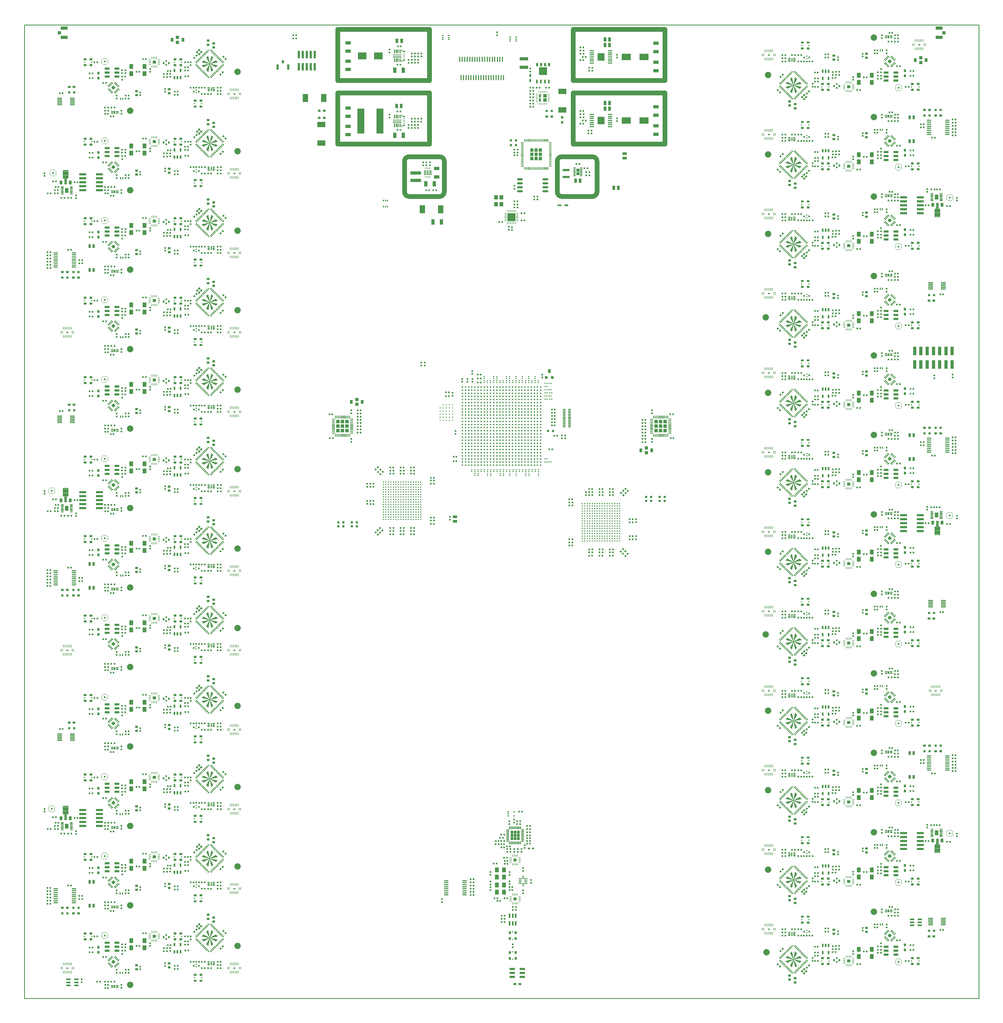
<source format=gtp>
*
*
G04 PADS VX.2.3 Build Number: 9191294 generated Gerber (RS-274-X) file*
G04 PC Version=2.1*
*
%IN "radiant_v3.pcb"*%
*
%MOIN*%
*
%FSLAX35Y35*%
*
*
*
*
G04 PC Standard Apertures*
*
*
G04 Thermal Relief Aperture macro.*
%AMTER*
1,1,$1,0,0*
1,0,$1-$2,0,0*
21,0,$3,$4,0,0,45*
21,0,$3,$4,0,0,135*
%
*
*
G04 Annular Aperture macro.*
%AMANN*
1,1,$1,0,0*
1,0,$2,0,0*
%
*
*
G04 Odd Aperture macro.*
%AMODD*
1,1,$1,0,0*
1,0,$1-0.005,0,0*
%
*
*
G04 PC Custom Aperture Macros*
*
*
*
*
*
*
G04 PC Aperture Table*
*
%ADD010C,0.001*%
%ADD015R,0.02X0.024*%
%ADD016C,0.012*%
%ADD017C,0.002*%
%ADD018R,0.01X0.026*%
%ADD019R,0.026X0.01*%
%ADD021C,0.01969*%
%ADD022R,0.024X0.02*%
%ADD023R,0.025X0.02*%
%ADD024R,0.05X0.06*%
%ADD025R,0.065X0.03*%
%ADD026R,0.012X0.032*%
%ADD028R,0.01969X0.01969*%
%ADD029R,0.01732X0.00787*%
%ADD030R,0.00787X0.01732*%
%ADD032R,0.033X0.049*%
%ADD035R,0.01969X0.0315*%
%ADD036R,0.01969X0.02362*%
%ADD037R,0.022X0.039*%
%ADD038R,0.024X0.016*%
%ADD039R,0.06X0.013*%
%ADD040R,0.04724X0.05512*%
%ADD041R,0.024X0.055*%
%ADD043R,0.035X0.028*%
%ADD044R,0.038X0.03*%
%ADD046R,0.02165X0.03583*%
%ADD047R,0.02756X0.01181*%
%ADD049R,0.05709X0.01772*%
%ADD050R,0.031X0.031*%
%ADD051C,0.01614*%
%ADD054R,0.02992X0.05*%
%ADD055C,0.00256*%
%ADD058R,0.01181X0.02362*%
%ADD060R,0.01181X0.04528*%
%ADD063R,0.02362X0.00984*%
%ADD064R,0.071X0.039*%
%ADD065R,0.035X0.055*%
%ADD069R,0.11417X0.08071*%
%ADD070R,0.058X0.014*%
%ADD071R,0.091X0.097*%
%ADD075R,0.00984X0.02362*%
%ADD076R,0.13386X0.03858*%
%ADD077R,0.039X0.071*%
%ADD078R,0.0374X0.04724*%
%ADD079R,0.03937X0.03937*%
%ADD080R,0.01024X0.02913*%
%ADD081R,0.02913X0.01024*%
%ADD082R,0.09843X0.09843*%
%ADD083R,0.012X0.016*%
%ADD084R,0.016X0.012*%
%ADD085R,0.01378X0.01181*%
%ADD086R,0.01181X0.01378*%
%ADD090C,0.00394*%
%ADD093R,0.00945X0.02264*%
%ADD094R,0.02264X0.00945*%
%ADD100R,0.03346X0.01181*%
%ADD103R,0.071X0.102*%
%ADD104R,0.02362X0.01654*%
%ADD105C,0.014*%
%ADD107R,0.055X0.035*%
%ADD108R,0.024X0.039*%
%ADD109O,0.01378X0.07087*%
%ADD111R,0.02992X0.09449*%
%ADD114R,0.03937X0.10827*%
%ADD116R,0.08661X0.04134*%
%ADD117R,0.04134X0.03937*%
%ADD118R,0.085X0.03*%
%ADD119C,0.00118*%
%ADD121R,0.05512X0.02362*%
%ADD122O,0.074X0.024*%
%ADD123R,0.03937X0.01378*%
%ADD124R,0.01378X0.03937*%
%ADD125R,0.051X0.024*%
%ADD126R,0.036X0.036*%
%ADD127R,0.036X0.05*%
%ADD128C,0.008*%
%ADD129C,0.00039*%
%ADD130C,0.05906*%
%ADD134C,0.01*%
%ADD150R,0.03X0.038*%
%ADD151R,0.01654X0.02362*%
%ADD337R,0.02441X0.02441*%
%ADD338R,0.01732X0.04567*%
%ADD339R,0.01378X0.04528*%
%ADD340R,0.02244X0.0187*%
%ADD341R,0.00846X0.03445*%
%ADD342R,0.03445X0.00846*%
%ADD343R,0.0315X0.01575*%
%ADD358R,0.087X0.028*%
%ADD360R,0.0315X0.06693*%
%ADD361R,0.0315X0.04331*%
%ADD362R,0.01181X0.02756*%
%ADD366R,0.102X0.071*%
%ADD367R,0.09055X0.31496*%
%ADD368R,0.05984X0.02992*%
%ADD369R,0.02362X0.02362*%
%ADD370R,0.106X0.039*%
%ADD371R,0.1063X0.08661*%
%ADD372R,0.02402X0.05*%
%ADD383C,0.08*%
%ADD384R,0.02362X0.02362*%
%ADD385R,0.01575X0.01575*%
*
*
*
*
G04 PC Circuitry*
G04 Layer Name radiant_v3.pcb - circuitry*
%LPD*%
*
*
G04 PC Custom Flashes*
G04 Layer Name radiant_v3.pcb - flashes*
%LPD*%
*
*
G04 PC Circuitry*
G04 Layer Name radiant_v3.pcb - circuitry*
%LPD*%
*
G54D10*
G01X1222215Y244391D02*
Y242160D01*
X1225274*
Y244391*
X1222215*
X1222250Y242160D02*
Y244391D01*
X1222300Y242160D02*
Y244391D01*
X1222350Y242160D02*
Y244391D01*
X1222400Y242160D02*
Y244391D01*
X1222450Y242160D02*
Y244391D01*
X1222500Y242160D02*
Y244391D01*
X1222550Y242160D02*
Y244391D01*
X1222600Y242160D02*
Y244391D01*
X1222650Y242160D02*
Y244391D01*
X1222700Y242160D02*
Y244391D01*
X1222750Y242160D02*
Y244391D01*
X1222800Y242160D02*
Y244391D01*
X1222850Y242160D02*
Y244391D01*
X1222900Y242160D02*
Y244391D01*
X1222950Y242160D02*
Y244391D01*
X1223000Y242160D02*
Y244391D01*
X1223050Y242160D02*
Y244391D01*
X1223100Y242160D02*
Y244391D01*
X1223150Y242160D02*
Y244391D01*
X1223200Y242160D02*
Y244391D01*
X1223250Y242160D02*
Y244391D01*
X1223300Y242160D02*
Y244391D01*
X1223350Y242160D02*
Y244391D01*
X1223400Y242160D02*
Y244391D01*
X1223450Y242160D02*
Y244391D01*
X1223500Y242160D02*
Y244391D01*
X1223550Y242160D02*
Y244391D01*
X1223600Y242160D02*
Y244391D01*
X1223650Y242160D02*
Y244391D01*
X1223700Y242160D02*
Y244391D01*
X1223750Y242160D02*
Y244391D01*
X1223800Y242160D02*
Y244391D01*
X1223850Y242160D02*
Y244391D01*
X1223900Y242160D02*
Y244391D01*
X1223950Y242160D02*
Y244391D01*
X1224000Y242160D02*
Y244391D01*
X1224050Y242160D02*
Y244391D01*
X1224100Y242160D02*
Y244391D01*
X1224150Y242160D02*
Y244391D01*
X1224200Y242160D02*
Y244391D01*
X1224250Y242160D02*
Y244391D01*
X1224300Y242160D02*
Y244391D01*
X1224350Y242160D02*
Y244391D01*
X1224400Y242160D02*
Y244391D01*
X1224450Y242160D02*
Y244391D01*
X1224500Y242160D02*
Y244391D01*
X1224550Y242160D02*
Y244391D01*
X1224600Y242160D02*
Y244391D01*
X1224650Y242160D02*
Y244391D01*
X1224700Y242160D02*
Y244391D01*
X1224750Y242160D02*
Y244391D01*
X1224800Y242160D02*
Y244391D01*
X1224850Y242160D02*
Y244391D01*
X1224900Y242160D02*
Y244391D01*
X1224950Y242160D02*
Y244391D01*
X1225000Y242160D02*
Y244391D01*
X1225050Y242160D02*
Y244391D01*
X1225100Y242160D02*
Y244391D01*
X1225150Y242160D02*
Y244391D01*
X1225200Y242160D02*
Y244391D01*
X1225250Y242160D02*
Y244391D01*
X1222215Y251832D02*
Y249617D01*
X1225282*
Y251832*
X1222215*
X1222250Y249617D02*
Y251832D01*
X1222300Y249617D02*
Y251832D01*
X1222350Y249617D02*
Y251832D01*
X1222400Y249617D02*
Y251832D01*
X1222450Y249617D02*
Y251832D01*
X1222500Y249617D02*
Y251832D01*
X1222550Y249617D02*
Y251832D01*
X1222600Y249617D02*
Y251832D01*
X1222650Y249617D02*
Y251832D01*
X1222700Y249617D02*
Y251832D01*
X1222750Y249617D02*
Y251832D01*
X1222800Y249617D02*
Y251832D01*
X1222850Y249617D02*
Y251832D01*
X1222900Y249617D02*
Y251832D01*
X1222950Y249617D02*
Y251832D01*
X1223000Y249617D02*
Y251832D01*
X1223050Y249617D02*
Y251832D01*
X1223100Y249617D02*
Y251832D01*
X1223150Y249617D02*
Y251832D01*
X1223200Y249617D02*
Y251832D01*
X1223250Y249617D02*
Y251832D01*
X1223300Y249617D02*
Y251832D01*
X1223350Y249617D02*
Y251832D01*
X1223400Y249617D02*
Y251832D01*
X1223450Y249617D02*
Y251832D01*
X1223500Y249617D02*
Y251832D01*
X1223550Y249617D02*
Y251832D01*
X1223600Y249617D02*
Y251832D01*
X1223650Y249617D02*
Y251832D01*
X1223700Y249617D02*
Y251832D01*
X1223750Y249617D02*
Y251832D01*
X1223800Y249617D02*
Y251832D01*
X1223850Y249617D02*
Y251832D01*
X1223900Y249617D02*
Y251832D01*
X1223950Y249617D02*
Y251832D01*
X1224000Y249617D02*
Y251832D01*
X1224050Y249617D02*
Y251832D01*
X1224100Y249617D02*
Y251832D01*
X1224150Y249617D02*
Y251832D01*
X1224200Y249617D02*
Y251832D01*
X1224250Y249617D02*
Y251832D01*
X1224300Y249617D02*
Y251832D01*
X1224350Y249617D02*
Y251832D01*
X1224400Y249617D02*
Y251832D01*
X1224450Y249617D02*
Y251832D01*
X1224500Y249617D02*
Y251832D01*
X1224550Y249617D02*
Y251832D01*
X1224600Y249617D02*
Y251832D01*
X1224650Y249617D02*
Y251832D01*
X1224700Y249617D02*
Y251832D01*
X1224750Y249617D02*
Y251832D01*
X1224800Y249617D02*
Y251832D01*
X1224850Y249617D02*
Y251832D01*
X1224900Y249617D02*
Y251832D01*
X1224950Y249617D02*
Y251832D01*
X1225000Y249617D02*
Y251832D01*
X1225050Y249617D02*
Y251832D01*
X1225100Y249617D02*
Y251832D01*
X1225150Y249617D02*
Y251832D01*
X1225200Y249617D02*
Y251832D01*
X1225250Y249617D02*
Y251832D01*
X1224263Y247501D02*
Y246498D01*
X1225277*
Y247501*
X1224263*
X1224300Y246498D02*
Y247501D01*
X1224350Y246498D02*
Y247501D01*
X1224400Y246498D02*
Y247501D01*
X1224450Y246498D02*
Y247501D01*
X1224500Y246498D02*
Y247501D01*
X1224550Y246498D02*
Y247501D01*
X1224600Y246498D02*
Y247501D01*
X1224650Y246498D02*
Y247501D01*
X1224700Y246498D02*
Y247501D01*
X1224750Y246498D02*
Y247501D01*
X1224800Y246498D02*
Y247501D01*
X1224850Y246498D02*
Y247501D01*
X1224900Y246498D02*
Y247501D01*
X1224950Y246498D02*
Y247501D01*
X1225000Y246498D02*
Y247501D01*
X1225050Y246498D02*
Y247501D01*
X1225100Y246498D02*
Y247501D01*
X1225150Y246498D02*
Y247501D01*
X1225200Y246498D02*
Y247501D01*
X1225250Y246498D02*
Y247501D01*
X1214735Y244391D02*
Y242165D01*
X1217783*
Y244391*
X1214735*
X1214750Y242165D02*
Y244391D01*
X1214800Y242165D02*
Y244391D01*
X1214850Y242165D02*
Y244391D01*
X1214900Y242165D02*
Y244391D01*
X1214950Y242165D02*
Y244391D01*
X1215000Y242165D02*
Y244391D01*
X1215050Y242165D02*
Y244391D01*
X1215100Y242165D02*
Y244391D01*
X1215150Y242165D02*
Y244391D01*
X1215200Y242165D02*
Y244391D01*
X1215250Y242165D02*
Y244391D01*
X1215300Y242165D02*
Y244391D01*
X1215350Y242165D02*
Y244391D01*
X1215400Y242165D02*
Y244391D01*
X1215450Y242165D02*
Y244391D01*
X1215500Y242165D02*
Y244391D01*
X1215550Y242165D02*
Y244391D01*
X1215600Y242165D02*
Y244391D01*
X1215650Y242165D02*
Y244391D01*
X1215700Y242165D02*
Y244391D01*
X1215750Y242165D02*
Y244391D01*
X1215800Y242165D02*
Y244391D01*
X1215850Y242165D02*
Y244391D01*
X1215900Y242165D02*
Y244391D01*
X1215950Y242165D02*
Y244391D01*
X1216000Y242165D02*
Y244391D01*
X1216050Y242165D02*
Y244391D01*
X1216100Y242165D02*
Y244391D01*
X1216150Y242165D02*
Y244391D01*
X1216200Y242165D02*
Y244391D01*
X1216250Y242165D02*
Y244391D01*
X1216300Y242165D02*
Y244391D01*
X1216350Y242165D02*
Y244391D01*
X1216400Y242165D02*
Y244391D01*
X1216450Y242165D02*
Y244391D01*
X1216500Y242165D02*
Y244391D01*
X1216550Y242165D02*
Y244391D01*
X1216600Y242165D02*
Y244391D01*
X1216650Y242165D02*
Y244391D01*
X1216700Y242165D02*
Y244391D01*
X1216750Y242165D02*
Y244391D01*
X1216800Y242165D02*
Y244391D01*
X1216850Y242165D02*
Y244391D01*
X1216900Y242165D02*
Y244391D01*
X1216950Y242165D02*
Y244391D01*
X1217000Y242165D02*
Y244391D01*
X1217050Y242165D02*
Y244391D01*
X1217100Y242165D02*
Y244391D01*
X1217150Y242165D02*
Y244391D01*
X1217200Y242165D02*
Y244391D01*
X1217250Y242165D02*
Y244391D01*
X1217300Y242165D02*
Y244391D01*
X1217350Y242165D02*
Y244391D01*
X1217400Y242165D02*
Y244391D01*
X1217450Y242165D02*
Y244391D01*
X1217500Y242165D02*
Y244391D01*
X1217550Y242165D02*
Y244391D01*
X1217600Y242165D02*
Y244391D01*
X1217650Y242165D02*
Y244391D01*
X1217700Y242165D02*
Y244391D01*
X1217750Y242165D02*
Y244391D01*
X1214735Y247501D02*
Y246497D01*
X1215725*
Y247501*
X1214735*
X1214750Y246497D02*
Y247501D01*
X1214800Y246497D02*
Y247501D01*
X1214850Y246497D02*
Y247501D01*
X1214900Y246497D02*
Y247501D01*
X1214950Y246497D02*
Y247501D01*
X1215000Y246497D02*
Y247501D01*
X1215050Y246497D02*
Y247501D01*
X1215100Y246497D02*
Y247501D01*
X1215150Y246497D02*
Y247501D01*
X1215200Y246497D02*
Y247501D01*
X1215250Y246497D02*
Y247501D01*
X1215300Y246497D02*
Y247501D01*
X1215350Y246497D02*
Y247501D01*
X1215400Y246497D02*
Y247501D01*
X1215450Y246497D02*
Y247501D01*
X1215500Y246497D02*
Y247501D01*
X1215550Y246497D02*
Y247501D01*
X1215600Y246497D02*
Y247501D01*
X1215650Y246497D02*
Y247501D01*
X1215700Y246497D02*
Y247501D01*
X1214735Y251832D02*
Y249613D01*
X1217781*
Y251832*
X1214735*
X1214750Y249613D02*
Y251832D01*
X1214800Y249613D02*
Y251832D01*
X1214850Y249613D02*
Y251832D01*
X1214900Y249613D02*
Y251832D01*
X1214950Y249613D02*
Y251832D01*
X1215000Y249613D02*
Y251832D01*
X1215050Y249613D02*
Y251832D01*
X1215100Y249613D02*
Y251832D01*
X1215150Y249613D02*
Y251832D01*
X1215200Y249613D02*
Y251832D01*
X1215250Y249613D02*
Y251832D01*
X1215300Y249613D02*
Y251832D01*
X1215350Y249613D02*
Y251832D01*
X1215400Y249613D02*
Y251832D01*
X1215450Y249613D02*
Y251832D01*
X1215500Y249613D02*
Y251832D01*
X1215550Y249613D02*
Y251832D01*
X1215600Y249613D02*
Y251832D01*
X1215650Y249613D02*
Y251832D01*
X1215700Y249613D02*
Y251832D01*
X1215750Y249613D02*
Y251832D01*
X1215800Y249613D02*
Y251832D01*
X1215850Y249613D02*
Y251832D01*
X1215900Y249613D02*
Y251832D01*
X1215950Y249613D02*
Y251832D01*
X1216000Y249613D02*
Y251832D01*
X1216050Y249613D02*
Y251832D01*
X1216100Y249613D02*
Y251832D01*
X1216150Y249613D02*
Y251832D01*
X1216200Y249613D02*
Y251832D01*
X1216250Y249613D02*
Y251832D01*
X1216300Y249613D02*
Y251832D01*
X1216350Y249613D02*
Y251832D01*
X1216400Y249613D02*
Y251832D01*
X1216450Y249613D02*
Y251832D01*
X1216500Y249613D02*
Y251832D01*
X1216550Y249613D02*
Y251832D01*
X1216600Y249613D02*
Y251832D01*
X1216650Y249613D02*
Y251832D01*
X1216700Y249613D02*
Y251832D01*
X1216750Y249613D02*
Y251832D01*
X1216800Y249613D02*
Y251832D01*
X1216850Y249613D02*
Y251832D01*
X1216900Y249613D02*
Y251832D01*
X1216950Y249613D02*
Y251832D01*
X1217000Y249613D02*
Y251832D01*
X1217050Y249613D02*
Y251832D01*
X1217100Y249613D02*
Y251832D01*
X1217150Y249613D02*
Y251832D01*
X1217200Y249613D02*
Y251832D01*
X1217250Y249613D02*
Y251832D01*
X1217300Y249613D02*
Y251832D01*
X1217350Y249613D02*
Y251832D01*
X1217400Y249613D02*
Y251832D01*
X1217450Y249613D02*
Y251832D01*
X1217500Y249613D02*
Y251832D01*
X1217550Y249613D02*
Y251832D01*
X1217600Y249613D02*
Y251832D01*
X1217650Y249613D02*
Y251832D01*
X1217700Y249613D02*
Y251832D01*
X1217750Y249613D02*
Y251832D01*
X177785Y180609D02*
Y182840D01*
X174726*
Y180609*
X177785*
X174750D02*
Y182840D01*
X174800Y180609D02*
Y182840D01*
X174850Y180609D02*
Y182840D01*
X174900Y180609D02*
Y182840D01*
X174950Y180609D02*
Y182840D01*
X175000Y180609D02*
Y182840D01*
X175050Y180609D02*
Y182840D01*
X175100Y180609D02*
Y182840D01*
X175150Y180609D02*
Y182840D01*
X175200Y180609D02*
Y182840D01*
X175250Y180609D02*
Y182840D01*
X175300Y180609D02*
Y182840D01*
X175350Y180609D02*
Y182840D01*
X175400Y180609D02*
Y182840D01*
X175450Y180609D02*
Y182840D01*
X175500Y180609D02*
Y182840D01*
X175550Y180609D02*
Y182840D01*
X175600Y180609D02*
Y182840D01*
X175650Y180609D02*
Y182840D01*
X175700Y180609D02*
Y182840D01*
X175750Y180609D02*
Y182840D01*
X175800Y180609D02*
Y182840D01*
X175850Y180609D02*
Y182840D01*
X175900Y180609D02*
Y182840D01*
X175950Y180609D02*
Y182840D01*
X176000Y180609D02*
Y182840D01*
X176050Y180609D02*
Y182840D01*
X176100Y180609D02*
Y182840D01*
X176150Y180609D02*
Y182840D01*
X176200Y180609D02*
Y182840D01*
X176250Y180609D02*
Y182840D01*
X176300Y180609D02*
Y182840D01*
X176350Y180609D02*
Y182840D01*
X176400Y180609D02*
Y182840D01*
X176450Y180609D02*
Y182840D01*
X176500Y180609D02*
Y182840D01*
X176550Y180609D02*
Y182840D01*
X176600Y180609D02*
Y182840D01*
X176650Y180609D02*
Y182840D01*
X176700Y180609D02*
Y182840D01*
X176750Y180609D02*
Y182840D01*
X176800Y180609D02*
Y182840D01*
X176850Y180609D02*
Y182840D01*
X176900Y180609D02*
Y182840D01*
X176950Y180609D02*
Y182840D01*
X177000Y180609D02*
Y182840D01*
X177050Y180609D02*
Y182840D01*
X177100Y180609D02*
Y182840D01*
X177150Y180609D02*
Y182840D01*
X177200Y180609D02*
Y182840D01*
X177250Y180609D02*
Y182840D01*
X177300Y180609D02*
Y182840D01*
X177350Y180609D02*
Y182840D01*
X177400Y180609D02*
Y182840D01*
X177450Y180609D02*
Y182840D01*
X177500Y180609D02*
Y182840D01*
X177550Y180609D02*
Y182840D01*
X177600Y180609D02*
Y182840D01*
X177650Y180609D02*
Y182840D01*
X177700Y180609D02*
Y182840D01*
X177750Y180609D02*
Y182840D01*
X177785Y173168D02*
Y175383D01*
X174718*
Y173168*
X177785*
X174750D02*
Y175383D01*
X174800Y173168D02*
Y175383D01*
X174850Y173168D02*
Y175383D01*
X174900Y173168D02*
Y175383D01*
X174950Y173168D02*
Y175383D01*
X175000Y173168D02*
Y175383D01*
X175050Y173168D02*
Y175383D01*
X175100Y173168D02*
Y175383D01*
X175150Y173168D02*
Y175383D01*
X175200Y173168D02*
Y175383D01*
X175250Y173168D02*
Y175383D01*
X175300Y173168D02*
Y175383D01*
X175350Y173168D02*
Y175383D01*
X175400Y173168D02*
Y175383D01*
X175450Y173168D02*
Y175383D01*
X175500Y173168D02*
Y175383D01*
X175550Y173168D02*
Y175383D01*
X175600Y173168D02*
Y175383D01*
X175650Y173168D02*
Y175383D01*
X175700Y173168D02*
Y175383D01*
X175750Y173168D02*
Y175383D01*
X175800Y173168D02*
Y175383D01*
X175850Y173168D02*
Y175383D01*
X175900Y173168D02*
Y175383D01*
X175950Y173168D02*
Y175383D01*
X176000Y173168D02*
Y175383D01*
X176050Y173168D02*
Y175383D01*
X176100Y173168D02*
Y175383D01*
X176150Y173168D02*
Y175383D01*
X176200Y173168D02*
Y175383D01*
X176250Y173168D02*
Y175383D01*
X176300Y173168D02*
Y175383D01*
X176350Y173168D02*
Y175383D01*
X176400Y173168D02*
Y175383D01*
X176450Y173168D02*
Y175383D01*
X176500Y173168D02*
Y175383D01*
X176550Y173168D02*
Y175383D01*
X176600Y173168D02*
Y175383D01*
X176650Y173168D02*
Y175383D01*
X176700Y173168D02*
Y175383D01*
X176750Y173168D02*
Y175383D01*
X176800Y173168D02*
Y175383D01*
X176850Y173168D02*
Y175383D01*
X176900Y173168D02*
Y175383D01*
X176950Y173168D02*
Y175383D01*
X177000Y173168D02*
Y175383D01*
X177050Y173168D02*
Y175383D01*
X177100Y173168D02*
Y175383D01*
X177150Y173168D02*
Y175383D01*
X177200Y173168D02*
Y175383D01*
X177250Y173168D02*
Y175383D01*
X177300Y173168D02*
Y175383D01*
X177350Y173168D02*
Y175383D01*
X177400Y173168D02*
Y175383D01*
X177450Y173168D02*
Y175383D01*
X177500Y173168D02*
Y175383D01*
X177550Y173168D02*
Y175383D01*
X177600Y173168D02*
Y175383D01*
X177650Y173168D02*
Y175383D01*
X177700Y173168D02*
Y175383D01*
X177750Y173168D02*
Y175383D01*
X175737Y177499D02*
Y178502D01*
X174723*
Y177499*
X175737*
X174750D02*
Y178502D01*
X174800Y177499D02*
Y178502D01*
X174850Y177499D02*
Y178502D01*
X174900Y177499D02*
Y178502D01*
X174950Y177499D02*
Y178502D01*
X175000Y177499D02*
Y178502D01*
X175050Y177499D02*
Y178502D01*
X175100Y177499D02*
Y178502D01*
X175150Y177499D02*
Y178502D01*
X175200Y177499D02*
Y178502D01*
X175250Y177499D02*
Y178502D01*
X175300Y177499D02*
Y178502D01*
X175350Y177499D02*
Y178502D01*
X175400Y177499D02*
Y178502D01*
X175450Y177499D02*
Y178502D01*
X175500Y177499D02*
Y178502D01*
X175550Y177499D02*
Y178502D01*
X175600Y177499D02*
Y178502D01*
X175650Y177499D02*
Y178502D01*
X175700Y177499D02*
Y178502D01*
X185265Y180609D02*
Y182835D01*
X182217*
Y180609*
X185265*
X182250D02*
Y182835D01*
X182300Y180609D02*
Y182835D01*
X182350Y180609D02*
Y182835D01*
X182400Y180609D02*
Y182835D01*
X182450Y180609D02*
Y182835D01*
X182500Y180609D02*
Y182835D01*
X182550Y180609D02*
Y182835D01*
X182600Y180609D02*
Y182835D01*
X182650Y180609D02*
Y182835D01*
X182700Y180609D02*
Y182835D01*
X182750Y180609D02*
Y182835D01*
X182800Y180609D02*
Y182835D01*
X182850Y180609D02*
Y182835D01*
X182900Y180609D02*
Y182835D01*
X182950Y180609D02*
Y182835D01*
X183000Y180609D02*
Y182835D01*
X183050Y180609D02*
Y182835D01*
X183100Y180609D02*
Y182835D01*
X183150Y180609D02*
Y182835D01*
X183200Y180609D02*
Y182835D01*
X183250Y180609D02*
Y182835D01*
X183300Y180609D02*
Y182835D01*
X183350Y180609D02*
Y182835D01*
X183400Y180609D02*
Y182835D01*
X183450Y180609D02*
Y182835D01*
X183500Y180609D02*
Y182835D01*
X183550Y180609D02*
Y182835D01*
X183600Y180609D02*
Y182835D01*
X183650Y180609D02*
Y182835D01*
X183700Y180609D02*
Y182835D01*
X183750Y180609D02*
Y182835D01*
X183800Y180609D02*
Y182835D01*
X183850Y180609D02*
Y182835D01*
X183900Y180609D02*
Y182835D01*
X183950Y180609D02*
Y182835D01*
X184000Y180609D02*
Y182835D01*
X184050Y180609D02*
Y182835D01*
X184100Y180609D02*
Y182835D01*
X184150Y180609D02*
Y182835D01*
X184200Y180609D02*
Y182835D01*
X184250Y180609D02*
Y182835D01*
X184300Y180609D02*
Y182835D01*
X184350Y180609D02*
Y182835D01*
X184400Y180609D02*
Y182835D01*
X184450Y180609D02*
Y182835D01*
X184500Y180609D02*
Y182835D01*
X184550Y180609D02*
Y182835D01*
X184600Y180609D02*
Y182835D01*
X184650Y180609D02*
Y182835D01*
X184700Y180609D02*
Y182835D01*
X184750Y180609D02*
Y182835D01*
X184800Y180609D02*
Y182835D01*
X184850Y180609D02*
Y182835D01*
X184900Y180609D02*
Y182835D01*
X184950Y180609D02*
Y182835D01*
X185000Y180609D02*
Y182835D01*
X185050Y180609D02*
Y182835D01*
X185100Y180609D02*
Y182835D01*
X185150Y180609D02*
Y182835D01*
X185200Y180609D02*
Y182835D01*
X185250Y180609D02*
Y182835D01*
X185265Y177499D02*
Y178503D01*
X184275*
Y177499*
X185265*
X184300D02*
Y178503D01*
X184350Y177499D02*
Y178503D01*
X184400Y177499D02*
Y178503D01*
X184450Y177499D02*
Y178503D01*
X184500Y177499D02*
Y178503D01*
X184550Y177499D02*
Y178503D01*
X184600Y177499D02*
Y178503D01*
X184650Y177499D02*
Y178503D01*
X184700Y177499D02*
Y178503D01*
X184750Y177499D02*
Y178503D01*
X184800Y177499D02*
Y178503D01*
X184850Y177499D02*
Y178503D01*
X184900Y177499D02*
Y178503D01*
X184950Y177499D02*
Y178503D01*
X185000Y177499D02*
Y178503D01*
X185050Y177499D02*
Y178503D01*
X185100Y177499D02*
Y178503D01*
X185150Y177499D02*
Y178503D01*
X185200Y177499D02*
Y178503D01*
X185250Y177499D02*
Y178503D01*
X185265Y173168D02*
Y175387D01*
X182219*
Y173168*
X185265*
X182250D02*
Y175387D01*
X182300Y173168D02*
Y175387D01*
X182350Y173168D02*
Y175387D01*
X182400Y173168D02*
Y175387D01*
X182450Y173168D02*
Y175387D01*
X182500Y173168D02*
Y175387D01*
X182550Y173168D02*
Y175387D01*
X182600Y173168D02*
Y175387D01*
X182650Y173168D02*
Y175387D01*
X182700Y173168D02*
Y175387D01*
X182750Y173168D02*
Y175387D01*
X182800Y173168D02*
Y175387D01*
X182850Y173168D02*
Y175387D01*
X182900Y173168D02*
Y175387D01*
X182950Y173168D02*
Y175387D01*
X183000Y173168D02*
Y175387D01*
X183050Y173168D02*
Y175387D01*
X183100Y173168D02*
Y175387D01*
X183150Y173168D02*
Y175387D01*
X183200Y173168D02*
Y175387D01*
X183250Y173168D02*
Y175387D01*
X183300Y173168D02*
Y175387D01*
X183350Y173168D02*
Y175387D01*
X183400Y173168D02*
Y175387D01*
X183450Y173168D02*
Y175387D01*
X183500Y173168D02*
Y175387D01*
X183550Y173168D02*
Y175387D01*
X183600Y173168D02*
Y175387D01*
X183650Y173168D02*
Y175387D01*
X183700Y173168D02*
Y175387D01*
X183750Y173168D02*
Y175387D01*
X183800Y173168D02*
Y175387D01*
X183850Y173168D02*
Y175387D01*
X183900Y173168D02*
Y175387D01*
X183950Y173168D02*
Y175387D01*
X184000Y173168D02*
Y175387D01*
X184050Y173168D02*
Y175387D01*
X184100Y173168D02*
Y175387D01*
X184150Y173168D02*
Y175387D01*
X184200Y173168D02*
Y175387D01*
X184250Y173168D02*
Y175387D01*
X184300Y173168D02*
Y175387D01*
X184350Y173168D02*
Y175387D01*
X184400Y173168D02*
Y175387D01*
X184450Y173168D02*
Y175387D01*
X184500Y173168D02*
Y175387D01*
X184550Y173168D02*
Y175387D01*
X184600Y173168D02*
Y175387D01*
X184650Y173168D02*
Y175387D01*
X184700Y173168D02*
Y175387D01*
X184750Y173168D02*
Y175387D01*
X184800Y173168D02*
Y175387D01*
X184850Y173168D02*
Y175387D01*
X184900Y173168D02*
Y175387D01*
X184950Y173168D02*
Y175387D01*
X185000Y173168D02*
Y175387D01*
X185050Y173168D02*
Y175387D01*
X185100Y173168D02*
Y175387D01*
X185150Y173168D02*
Y175387D01*
X185200Y173168D02*
Y175387D01*
X185250Y173168D02*
Y175387D01*
X342729Y173779D02*
X333582Y175804D01*
X333578Y175800*
X340840Y171890*
X342729Y173779*
X333600Y175788D02*
Y175800D01*
X333650Y175761D02*
Y175789D01*
X333700Y175734D02*
Y175778D01*
X333750Y175707D02*
Y175767D01*
X333800Y175680D02*
Y175755D01*
X333850Y175653D02*
Y175744D01*
X333900Y175627D02*
Y175733D01*
X333950Y175600D02*
Y175722D01*
X334000Y175573D02*
Y175711D01*
X334050Y175546D02*
Y175700D01*
X334100Y175519D02*
Y175689D01*
X334150Y175492D02*
Y175678D01*
X334200Y175465D02*
Y175667D01*
X334250Y175438D02*
Y175656D01*
X334300Y175411D02*
Y175645D01*
X334350Y175384D02*
Y175634D01*
X334400Y175357D02*
Y175623D01*
X334450Y175330D02*
Y175612D01*
X334500Y175303D02*
Y175601D01*
X334550Y175277D02*
Y175589D01*
X334600Y175250D02*
Y175578D01*
X334650Y175223D02*
Y175567D01*
X334700Y175196D02*
Y175556D01*
X334750Y175169D02*
Y175545D01*
X334800Y175142D02*
Y175534D01*
X334850Y175115D02*
Y175523D01*
X334900Y175088D02*
Y175512D01*
X334950Y175061D02*
Y175501D01*
X335000Y175034D02*
Y175490D01*
X335050Y175007D02*
Y175479D01*
X335100Y174980D02*
Y175468D01*
X335150Y174953D02*
Y175457D01*
X335200Y174927D02*
Y175446D01*
X335250Y174900D02*
Y175435D01*
X335300Y174873D02*
Y175423D01*
X335350Y174846D02*
Y175412D01*
X335400Y174819D02*
Y175401D01*
X335450Y174792D02*
Y175390D01*
X335500Y174765D02*
Y175379D01*
X335550Y174738D02*
Y175368D01*
X335600Y174711D02*
Y175357D01*
X335650Y174684D02*
Y175346D01*
X335700Y174657D02*
Y175335D01*
X335750Y174630D02*
Y175324D01*
X335800Y174603D02*
Y175313D01*
X335850Y174577D02*
Y175302D01*
X335900Y174550D02*
Y175291D01*
X335950Y174523D02*
Y175280D01*
X336000Y174496D02*
Y175268D01*
X336050Y174469D02*
Y175257D01*
X336100Y174442D02*
Y175246D01*
X336150Y174415D02*
Y175235D01*
X336200Y174388D02*
Y175224D01*
X336250Y174361D02*
Y175213D01*
X336300Y174334D02*
Y175202D01*
X336350Y174307D02*
Y175191D01*
X336400Y174280D02*
Y175180D01*
X336450Y174253D02*
Y175169D01*
X336500Y174227D02*
Y175158D01*
X336550Y174200D02*
Y175147D01*
X336600Y174173D02*
Y175136D01*
X336650Y174146D02*
Y175125D01*
X336700Y174119D02*
Y175114D01*
X336750Y174092D02*
Y175102D01*
X336800Y174065D02*
Y175091D01*
X336850Y174038D02*
Y175080D01*
X336900Y174011D02*
Y175069D01*
X336950Y173984D02*
Y175058D01*
X337000Y173957D02*
Y175047D01*
X337050Y173930D02*
Y175036D01*
X337100Y173903D02*
Y175025D01*
X337150Y173877D02*
Y175014D01*
X337200Y173850D02*
Y175003D01*
X337250Y173823D02*
Y174992D01*
X337300Y173796D02*
Y174981D01*
X337350Y173769D02*
Y174970D01*
X337400Y173742D02*
Y174959D01*
X337450Y173715D02*
Y174947D01*
X337500Y173688D02*
Y174936D01*
X337550Y173661D02*
Y174925D01*
X337600Y173634D02*
Y174914D01*
X337650Y173607D02*
Y174903D01*
X337700Y173580D02*
Y174892D01*
X337750Y173553D02*
Y174881D01*
X337800Y173527D02*
Y174870D01*
X337850Y173500D02*
Y174859D01*
X337900Y173473D02*
Y174848D01*
X337950Y173446D02*
Y174837D01*
X338000Y173419D02*
Y174826D01*
X338050Y173392D02*
Y174815D01*
X338100Y173365D02*
Y174804D01*
X338150Y173338D02*
Y174793D01*
X338200Y173311D02*
Y174781D01*
X338250Y173284D02*
Y174770D01*
X338300Y173257D02*
Y174759D01*
X338350Y173230D02*
Y174748D01*
X338400Y173203D02*
Y174737D01*
X338450Y173177D02*
Y174726D01*
X338500Y173150D02*
Y174715D01*
X338550Y173123D02*
Y174704D01*
X338600Y173096D02*
Y174693D01*
X338650Y173069D02*
Y174682D01*
X338700Y173042D02*
Y174671D01*
X338750Y173015D02*
Y174660D01*
X338800Y172988D02*
Y174649D01*
X338850Y172961D02*
Y174638D01*
X338900Y172934D02*
Y174626D01*
X338950Y172907D02*
Y174615D01*
X339000Y172880D02*
Y174604D01*
X339050Y172853D02*
Y174593D01*
X339100Y172827D02*
Y174582D01*
X339150Y172800D02*
Y174571D01*
X339200Y172773D02*
Y174560D01*
X339250Y172746D02*
Y174549D01*
X339300Y172719D02*
Y174538D01*
X339350Y172692D02*
Y174527D01*
X339400Y172665D02*
Y174516D01*
X339450Y172638D02*
Y174505D01*
X339500Y172611D02*
Y174494D01*
X339550Y172584D02*
Y174483D01*
X339600Y172557D02*
Y174472D01*
X339650Y172530D02*
Y174460D01*
X339700Y172503D02*
Y174449D01*
X339750Y172477D02*
Y174438D01*
X339800Y172450D02*
Y174427D01*
X339850Y172423D02*
Y174416D01*
X339900Y172396D02*
Y174405D01*
X339950Y172369D02*
Y174394D01*
X340000Y172342D02*
Y174383D01*
X340050Y172315D02*
Y174372D01*
X340100Y172288D02*
Y174361D01*
X340150Y172261D02*
Y174350D01*
X340200Y172234D02*
Y174339D01*
X340250Y172207D02*
Y174328D01*
X340300Y172180D02*
Y174317D01*
X340350Y172153D02*
Y174305D01*
X340400Y172127D02*
Y174294D01*
X340450Y172100D02*
Y174283D01*
X340500Y172073D02*
Y174272D01*
X340550Y172046D02*
Y174261D01*
X340600Y172019D02*
Y174250D01*
X340650Y171992D02*
Y174239D01*
X340700Y171965D02*
Y174228D01*
X340750Y171938D02*
Y174217D01*
X340800Y171911D02*
Y174206D01*
X340850Y171900D02*
Y174195D01*
X340900Y171950D02*
Y174184D01*
X340950Y172000D02*
Y174173D01*
X341000Y172050D02*
Y174162D01*
X341050Y172100D02*
Y174151D01*
X341100Y172150D02*
Y174139D01*
X341150Y172200D02*
Y174128D01*
X341200Y172250D02*
Y174117D01*
X341250Y172300D02*
Y174106D01*
X341300Y172350D02*
Y174095D01*
X341350Y172400D02*
Y174084D01*
X341400Y172450D02*
Y174073D01*
X341450Y172500D02*
Y174062D01*
X341500Y172550D02*
Y174051D01*
X341550Y172600D02*
Y174040D01*
X341600Y172650D02*
Y174029D01*
X341650Y172700D02*
Y174018D01*
X341700Y172750D02*
Y174007D01*
X341750Y172800D02*
Y173996D01*
X341800Y172850D02*
Y173985D01*
X341850Y172900D02*
Y173973D01*
X341900Y172950D02*
Y173962D01*
X341950Y173000D02*
Y173951D01*
X342000Y173050D02*
Y173940D01*
X342050Y173100D02*
Y173929D01*
X342100Y173150D02*
Y173918D01*
X342150Y173200D02*
Y173907D01*
X342200Y173250D02*
Y173896D01*
X342250Y173300D02*
Y173885D01*
X342300Y173350D02*
Y173874D01*
X342350Y173400D02*
Y173863D01*
X342400Y173450D02*
Y173852D01*
X342450Y173500D02*
Y173841D01*
X342500Y173550D02*
Y173830D01*
X342550Y173600D02*
Y173818D01*
X342600Y173650D02*
Y173807D01*
X342650Y173700D02*
Y173796D01*
X342700Y173750D02*
Y173785D01*
X337110Y168160D02*
X333200Y175422D01*
X333196Y175418*
X335081Y166131*
X337110Y168160*
X333200Y175397D02*
Y175422D01*
X333250Y175151D02*
Y175329D01*
X333300Y174904D02*
Y175236D01*
X333350Y174658D02*
Y175144D01*
X333400Y174412D02*
Y175051D01*
X333450Y174166D02*
Y174958D01*
X333500Y173919D02*
Y174865D01*
X333550Y173673D02*
Y174772D01*
X333600Y173427D02*
Y174679D01*
X333650Y173180D02*
Y174586D01*
X333700Y172934D02*
Y174494D01*
X333750Y172688D02*
Y174401D01*
X333800Y172442D02*
Y174308D01*
X333850Y172195D02*
Y174215D01*
X333900Y171949D02*
Y174122D01*
X333950Y171703D02*
Y174029D01*
X334000Y171456D02*
Y173936D01*
X334050Y171210D02*
Y173844D01*
X334100Y170964D02*
Y173751D01*
X334150Y170717D02*
Y173658D01*
X334200Y170471D02*
Y173565D01*
X334250Y170225D02*
Y173472D01*
X334300Y169979D02*
Y173379D01*
X334350Y169732D02*
Y173286D01*
X334400Y169486D02*
Y173194D01*
X334450Y169240D02*
Y173101D01*
X334500Y168993D02*
Y173008D01*
X334550Y168747D02*
Y172915D01*
X334600Y168501D02*
Y172822D01*
X334650Y168254D02*
Y172729D01*
X334700Y168008D02*
Y172636D01*
X334750Y167762D02*
Y172544D01*
X334800Y167516D02*
Y172451D01*
X334850Y167269D02*
Y172358D01*
X334900Y167023D02*
Y172265D01*
X334950Y166777D02*
Y172172D01*
X335000Y166530D02*
Y172079D01*
X335050Y166284D02*
Y171986D01*
X335100Y166150D02*
Y171894D01*
X335150Y166200D02*
Y171801D01*
X335200Y166250D02*
Y171708D01*
X335250Y166300D02*
Y171615D01*
X335300Y166350D02*
Y171522D01*
X335350Y166400D02*
Y171429D01*
X335400Y166450D02*
Y171336D01*
X335450Y166500D02*
Y171244D01*
X335500Y166550D02*
Y171151D01*
X335550Y166600D02*
Y171058D01*
X335600Y166650D02*
Y170965D01*
X335650Y166700D02*
Y170872D01*
X335700Y166750D02*
Y170779D01*
X335750Y166800D02*
Y170686D01*
X335800Y166850D02*
Y170594D01*
X335850Y166900D02*
Y170501D01*
X335900Y166950D02*
Y170408D01*
X335950Y167000D02*
Y170315D01*
X336000Y167050D02*
Y170222D01*
X336050Y167100D02*
Y170129D01*
X336100Y167150D02*
Y170036D01*
X336150Y167200D02*
Y169944D01*
X336200Y167250D02*
Y169851D01*
X336250Y167300D02*
Y169758D01*
X336300Y167350D02*
Y169665D01*
X336350Y167400D02*
Y169572D01*
X336400Y167450D02*
Y169479D01*
X336450Y167500D02*
Y169386D01*
X336500Y167550D02*
Y169294D01*
X336550Y167600D02*
Y169201D01*
X336600Y167650D02*
Y169108D01*
X336650Y167700D02*
Y169015D01*
X336700Y167750D02*
Y168922D01*
X336750Y167800D02*
Y168829D01*
X336800Y167850D02*
Y168736D01*
X336850Y167900D02*
Y168644D01*
X336900Y167950D02*
Y168551D01*
X336950Y168000D02*
Y168458D01*
X337000Y168050D02*
Y168365D01*
X337050Y168100D02*
Y168272D01*
X337100Y168150D02*
Y168179D01*
X331059Y165991D02*
X332805Y175418D01*
X332799Y175423*
X328819Y168231*
X331059Y165991*
X328850Y168200D02*
Y168286D01*
X328900Y168150D02*
Y168376D01*
X328950Y168100D02*
Y168467D01*
X329000Y168050D02*
Y168557D01*
X329050Y168000D02*
Y168647D01*
X329100Y167950D02*
Y168738D01*
X329150Y167900D02*
Y168828D01*
X329200Y167850D02*
Y168918D01*
X329250Y167800D02*
Y169009D01*
X329300Y167750D02*
Y169099D01*
X329350Y167700D02*
Y169189D01*
X329400Y167650D02*
Y169280D01*
X329450Y167600D02*
Y169370D01*
X329500Y167550D02*
Y169461D01*
X329550Y167500D02*
Y169551D01*
X329600Y167450D02*
Y169641D01*
X329650Y167400D02*
Y169732D01*
X329700Y167350D02*
Y169822D01*
X329750Y167300D02*
Y169912D01*
X329800Y167250D02*
Y170003D01*
X329850Y167200D02*
Y170093D01*
X329900Y167150D02*
Y170183D01*
X329950Y167100D02*
Y170274D01*
X330000Y167050D02*
Y170364D01*
X330050Y167000D02*
Y170454D01*
X330100Y166950D02*
Y170545D01*
X330150Y166900D02*
Y170635D01*
X330200Y166850D02*
Y170725D01*
X330250Y166800D02*
Y170816D01*
X330300Y166750D02*
Y170906D01*
X330350Y166700D02*
Y170996D01*
X330400Y166650D02*
Y171087D01*
X330450Y166600D02*
Y171177D01*
X330500Y166550D02*
Y171268D01*
X330550Y166500D02*
Y171358D01*
X330600Y166450D02*
Y171448D01*
X330650Y166400D02*
Y171539D01*
X330700Y166350D02*
Y171629D01*
X330750Y166300D02*
Y171719D01*
X330800Y166250D02*
Y171810D01*
X330850Y166200D02*
Y171900D01*
X330900Y166150D02*
Y171990D01*
X330950Y166100D02*
Y172081D01*
X331000Y166050D02*
Y172171D01*
X331050Y166000D02*
Y172261D01*
X331100Y166213D02*
Y172352D01*
X331150Y166483D02*
Y172442D01*
X331200Y166753D02*
Y172532D01*
X331250Y167023D02*
Y172623D01*
X331300Y167293D02*
Y172713D01*
X331350Y167563D02*
Y172804D01*
X331400Y167833D02*
Y172894D01*
X331450Y168103D02*
Y172984D01*
X331500Y168373D02*
Y173075D01*
X331550Y168643D02*
Y173165D01*
X331600Y168913D02*
Y173255D01*
X331650Y169183D02*
Y173346D01*
X331700Y169453D02*
Y173436D01*
X331750Y169723D02*
Y173526D01*
X331800Y169993D02*
Y173617D01*
X331850Y170263D02*
Y173707D01*
X331900Y170533D02*
Y173797D01*
X331950Y170803D02*
Y173888D01*
X332000Y171073D02*
Y173978D01*
X332050Y171343D02*
Y174068D01*
X332100Y171613D02*
Y174159D01*
X332150Y171883D02*
Y174249D01*
X332200Y172153D02*
Y174339D01*
X332250Y172423D02*
Y174430D01*
X332300Y172693D02*
Y174520D01*
X332350Y172963D02*
Y174611D01*
X332400Y173233D02*
Y174701D01*
X332450Y173503D02*
Y174791D01*
X332500Y173773D02*
Y174882D01*
X332550Y174043D02*
Y174972D01*
X332600Y174313D02*
Y175062D01*
X332650Y174583D02*
Y175153D01*
X332700Y174853D02*
Y175243D01*
X332750Y175123D02*
Y175333D01*
X332800Y175393D02*
Y175422D01*
X332422Y175800D02*
X332418Y175804D01*
X323061Y173989*
X325160Y171890*
X332422Y175800*
X323100Y173950D02*
Y173997D01*
X323150Y173900D02*
Y174006D01*
X323200Y173850D02*
Y174016D01*
X323250Y173800D02*
Y174026D01*
X323300Y173750D02*
Y174035D01*
X323350Y173700D02*
Y174045D01*
X323400Y173650D02*
Y174055D01*
X323450Y173600D02*
Y174064D01*
X323500Y173550D02*
Y174074D01*
X323550Y173500D02*
Y174084D01*
X323600Y173450D02*
Y174094D01*
X323650Y173400D02*
Y174103D01*
X323700Y173350D02*
Y174113D01*
X323750Y173300D02*
Y174123D01*
X323800Y173250D02*
Y174132D01*
X323850Y173200D02*
Y174142D01*
X323900Y173150D02*
Y174152D01*
X323950Y173100D02*
Y174161D01*
X324000Y173050D02*
Y174171D01*
X324050Y173000D02*
Y174181D01*
X324100Y172950D02*
Y174191D01*
X324150Y172900D02*
Y174200D01*
X324200Y172850D02*
Y174210D01*
X324250Y172800D02*
Y174220D01*
X324300Y172750D02*
Y174229D01*
X324350Y172700D02*
Y174239D01*
X324400Y172650D02*
Y174249D01*
X324450Y172600D02*
Y174258D01*
X324500Y172550D02*
Y174268D01*
X324550Y172500D02*
Y174278D01*
X324600Y172450D02*
Y174288D01*
X324650Y172400D02*
Y174297D01*
X324700Y172350D02*
Y174307D01*
X324750Y172300D02*
Y174317D01*
X324800Y172250D02*
Y174326D01*
X324850Y172200D02*
Y174336D01*
X324900Y172150D02*
Y174346D01*
X324950Y172100D02*
Y174355D01*
X325000Y172050D02*
Y174365D01*
X325050Y172000D02*
Y174375D01*
X325100Y171950D02*
Y174385D01*
X325150Y171900D02*
Y174394D01*
X325200Y171911D02*
Y174404D01*
X325250Y171938D02*
Y174414D01*
X325300Y171965D02*
Y174423D01*
X325350Y171992D02*
Y174433D01*
X325400Y172019D02*
Y174443D01*
X325450Y172046D02*
Y174452D01*
X325500Y172073D02*
Y174462D01*
X325550Y172100D02*
Y174472D01*
X325600Y172127D02*
Y174482D01*
X325650Y172153D02*
Y174491D01*
X325700Y172180D02*
Y174501D01*
X325750Y172207D02*
Y174511D01*
X325800Y172234D02*
Y174520D01*
X325850Y172261D02*
Y174530D01*
X325900Y172288D02*
Y174540D01*
X325950Y172315D02*
Y174549D01*
X326000Y172342D02*
Y174559D01*
X326050Y172369D02*
Y174569D01*
X326100Y172396D02*
Y174579D01*
X326150Y172423D02*
Y174588D01*
X326200Y172450D02*
Y174598D01*
X326250Y172477D02*
Y174608D01*
X326300Y172503D02*
Y174617D01*
X326350Y172530D02*
Y174627D01*
X326400Y172557D02*
Y174637D01*
X326450Y172584D02*
Y174647D01*
X326500Y172611D02*
Y174656D01*
X326550Y172638D02*
Y174666D01*
X326600Y172665D02*
Y174676D01*
X326650Y172692D02*
Y174685D01*
X326700Y172719D02*
Y174695D01*
X326750Y172746D02*
Y174705D01*
X326800Y172773D02*
Y174714D01*
X326850Y172800D02*
Y174724D01*
X326900Y172827D02*
Y174734D01*
X326950Y172853D02*
Y174744D01*
X327000Y172880D02*
Y174753D01*
X327050Y172907D02*
Y174763D01*
X327100Y172934D02*
Y174773D01*
X327150Y172961D02*
Y174782D01*
X327200Y172988D02*
Y174792D01*
X327250Y173015D02*
Y174802D01*
X327300Y173042D02*
Y174811D01*
X327350Y173069D02*
Y174821D01*
X327400Y173096D02*
Y174831D01*
X327450Y173123D02*
Y174841D01*
X327500Y173150D02*
Y174850D01*
X327550Y173177D02*
Y174860D01*
X327600Y173203D02*
Y174870D01*
X327650Y173230D02*
Y174879D01*
X327700Y173257D02*
Y174889D01*
X327750Y173284D02*
Y174899D01*
X327800Y173311D02*
Y174908D01*
X327850Y173338D02*
Y174918D01*
X327900Y173365D02*
Y174928D01*
X327950Y173392D02*
Y174938D01*
X328000Y173419D02*
Y174947D01*
X328050Y173446D02*
Y174957D01*
X328100Y173473D02*
Y174967D01*
X328150Y173500D02*
Y174976D01*
X328200Y173527D02*
Y174986D01*
X328250Y173553D02*
Y174996D01*
X328300Y173580D02*
Y175005D01*
X328350Y173607D02*
Y175015D01*
X328400Y173634D02*
Y175025D01*
X328450Y173661D02*
Y175035D01*
X328500Y173688D02*
Y175044D01*
X328550Y173715D02*
Y175054D01*
X328600Y173742D02*
Y175064D01*
X328650Y173769D02*
Y175073D01*
X328700Y173796D02*
Y175083D01*
X328750Y173823D02*
Y175093D01*
X328800Y173850D02*
Y175102D01*
X328850Y173877D02*
Y175112D01*
X328900Y173903D02*
Y175122D01*
X328950Y173930D02*
Y175132D01*
X329000Y173957D02*
Y175141D01*
X329050Y173984D02*
Y175151D01*
X329100Y174011D02*
Y175161D01*
X329150Y174038D02*
Y175170D01*
X329200Y174065D02*
Y175180D01*
X329250Y174092D02*
Y175190D01*
X329300Y174119D02*
Y175199D01*
X329350Y174146D02*
Y175209D01*
X329400Y174173D02*
Y175219D01*
X329450Y174200D02*
Y175229D01*
X329500Y174227D02*
Y175238D01*
X329550Y174253D02*
Y175248D01*
X329600Y174280D02*
Y175258D01*
X329650Y174307D02*
Y175267D01*
X329700Y174334D02*
Y175277D01*
X329750Y174361D02*
Y175287D01*
X329800Y174388D02*
Y175297D01*
X329850Y174415D02*
Y175306D01*
X329900Y174442D02*
Y175316D01*
X329950Y174469D02*
Y175326D01*
X330000Y174496D02*
Y175335D01*
X330050Y174523D02*
Y175345D01*
X330100Y174550D02*
Y175355D01*
X330150Y174577D02*
Y175364D01*
X330200Y174603D02*
Y175374D01*
X330250Y174630D02*
Y175384D01*
X330300Y174657D02*
Y175394D01*
X330350Y174684D02*
Y175403D01*
X330400Y174711D02*
Y175413D01*
X330450Y174738D02*
Y175423D01*
X330500Y174765D02*
Y175432D01*
X330550Y174792D02*
Y175442D01*
X330600Y174819D02*
Y175452D01*
X330650Y174846D02*
Y175461D01*
X330700Y174873D02*
Y175471D01*
X330750Y174900D02*
Y175481D01*
X330800Y174927D02*
Y175491D01*
X330850Y174953D02*
Y175500D01*
X330900Y174980D02*
Y175510D01*
X330950Y175007D02*
Y175520D01*
X331000Y175034D02*
Y175529D01*
X331050Y175061D02*
Y175539D01*
X331100Y175088D02*
Y175549D01*
X331150Y175115D02*
Y175558D01*
X331200Y175142D02*
Y175568D01*
X331250Y175169D02*
Y175578D01*
X331300Y175196D02*
Y175588D01*
X331350Y175223D02*
Y175597D01*
X331400Y175250D02*
Y175607D01*
X331450Y175277D02*
Y175617D01*
X331500Y175303D02*
Y175626D01*
X331550Y175330D02*
Y175636D01*
X331600Y175357D02*
Y175646D01*
X331650Y175384D02*
Y175655D01*
X331700Y175411D02*
Y175665D01*
X331750Y175438D02*
Y175675D01*
X331800Y175465D02*
Y175685D01*
X331850Y175492D02*
Y175694D01*
X331900Y175519D02*
Y175704D01*
X331950Y175546D02*
Y175714D01*
X332000Y175573D02*
Y175723D01*
X332050Y175600D02*
Y175733D01*
X332100Y175627D02*
Y175743D01*
X332150Y175653D02*
Y175752D01*
X332200Y175680D02*
Y175762D01*
X332250Y175707D02*
Y175772D01*
X332300Y175734D02*
Y175782D01*
X332350Y175761D02*
Y175791D01*
X332400Y175788D02*
Y175801D01*
X332422Y176200D02*
X325160Y180110D01*
X323271Y178221*
X332418Y176196*
X332422Y176200*
X323300Y178215D02*
Y178250D01*
X323350Y178204D02*
Y178300D01*
X323400Y178193D02*
Y178350D01*
X323450Y178182D02*
Y178400D01*
X323500Y178170D02*
Y178450D01*
X323550Y178159D02*
Y178500D01*
X323600Y178148D02*
Y178550D01*
X323650Y178137D02*
Y178600D01*
X323700Y178126D02*
Y178650D01*
X323750Y178115D02*
Y178700D01*
X323800Y178104D02*
Y178750D01*
X323850Y178093D02*
Y178800D01*
X323900Y178082D02*
Y178850D01*
X323950Y178071D02*
Y178900D01*
X324000Y178060D02*
Y178950D01*
X324050Y178049D02*
Y179000D01*
X324100Y178038D02*
Y179050D01*
X324150Y178027D02*
Y179100D01*
X324200Y178015D02*
Y179150D01*
X324250Y178004D02*
Y179200D01*
X324300Y177993D02*
Y179250D01*
X324350Y177982D02*
Y179300D01*
X324400Y177971D02*
Y179350D01*
X324450Y177960D02*
Y179400D01*
X324500Y177949D02*
Y179450D01*
X324550Y177938D02*
Y179500D01*
X324600Y177927D02*
Y179550D01*
X324650Y177916D02*
Y179600D01*
X324700Y177905D02*
Y179650D01*
X324750Y177894D02*
Y179700D01*
X324800Y177883D02*
Y179750D01*
X324850Y177872D02*
Y179800D01*
X324900Y177861D02*
Y179850D01*
X324950Y177849D02*
Y179900D01*
X325000Y177838D02*
Y179950D01*
X325050Y177827D02*
Y180000D01*
X325100Y177816D02*
Y180050D01*
X325150Y177805D02*
Y180100D01*
X325200Y177794D02*
Y180089D01*
X325250Y177783D02*
Y180062D01*
X325300Y177772D02*
Y180035D01*
X325350Y177761D02*
Y180008D01*
X325400Y177750D02*
Y179981D01*
X325450Y177739D02*
Y179954D01*
X325500Y177728D02*
Y179927D01*
X325550Y177717D02*
Y179900D01*
X325600Y177706D02*
Y179873D01*
X325650Y177695D02*
Y179847D01*
X325700Y177683D02*
Y179820D01*
X325750Y177672D02*
Y179793D01*
X325800Y177661D02*
Y179766D01*
X325850Y177650D02*
Y179739D01*
X325900Y177639D02*
Y179712D01*
X325950Y177628D02*
Y179685D01*
X326000Y177617D02*
Y179658D01*
X326050Y177606D02*
Y179631D01*
X326100Y177595D02*
Y179604D01*
X326150Y177584D02*
Y179577D01*
X326200Y177573D02*
Y179550D01*
X326250Y177562D02*
Y179523D01*
X326300Y177551D02*
Y179497D01*
X326350Y177540D02*
Y179470D01*
X326400Y177528D02*
Y179443D01*
X326450Y177517D02*
Y179416D01*
X326500Y177506D02*
Y179389D01*
X326550Y177495D02*
Y179362D01*
X326600Y177484D02*
Y179335D01*
X326650Y177473D02*
Y179308D01*
X326700Y177462D02*
Y179281D01*
X326750Y177451D02*
Y179254D01*
X326800Y177440D02*
Y179227D01*
X326850Y177429D02*
Y179200D01*
X326900Y177418D02*
Y179173D01*
X326950Y177407D02*
Y179147D01*
X327000Y177396D02*
Y179120D01*
X327050Y177385D02*
Y179093D01*
X327100Y177374D02*
Y179066D01*
X327150Y177362D02*
Y179039D01*
X327200Y177351D02*
Y179012D01*
X327250Y177340D02*
Y178985D01*
X327300Y177329D02*
Y178958D01*
X327350Y177318D02*
Y178931D01*
X327400Y177307D02*
Y178904D01*
X327450Y177296D02*
Y178877D01*
X327500Y177285D02*
Y178850D01*
X327550Y177274D02*
Y178823D01*
X327600Y177263D02*
Y178797D01*
X327650Y177252D02*
Y178770D01*
X327700Y177241D02*
Y178743D01*
X327750Y177230D02*
Y178716D01*
X327800Y177219D02*
Y178689D01*
X327850Y177207D02*
Y178662D01*
X327900Y177196D02*
Y178635D01*
X327950Y177185D02*
Y178608D01*
X328000Y177174D02*
Y178581D01*
X328050Y177163D02*
Y178554D01*
X328100Y177152D02*
Y178527D01*
X328150Y177141D02*
Y178500D01*
X328200Y177130D02*
Y178473D01*
X328250Y177119D02*
Y178447D01*
X328300Y177108D02*
Y178420D01*
X328350Y177097D02*
Y178393D01*
X328400Y177086D02*
Y178366D01*
X328450Y177075D02*
Y178339D01*
X328500Y177064D02*
Y178312D01*
X328550Y177053D02*
Y178285D01*
X328600Y177041D02*
Y178258D01*
X328650Y177030D02*
Y178231D01*
X328700Y177019D02*
Y178204D01*
X328750Y177008D02*
Y178177D01*
X328800Y176997D02*
Y178150D01*
X328850Y176986D02*
Y178123D01*
X328900Y176975D02*
Y178097D01*
X328950Y176964D02*
Y178070D01*
X329000Y176953D02*
Y178043D01*
X329050Y176942D02*
Y178016D01*
X329100Y176931D02*
Y177989D01*
X329150Y176920D02*
Y177962D01*
X329200Y176909D02*
Y177935D01*
X329250Y176898D02*
Y177908D01*
X329300Y176886D02*
Y177881D01*
X329350Y176875D02*
Y177854D01*
X329400Y176864D02*
Y177827D01*
X329450Y176853D02*
Y177800D01*
X329500Y176842D02*
Y177773D01*
X329550Y176831D02*
Y177747D01*
X329600Y176820D02*
Y177720D01*
X329650Y176809D02*
Y177693D01*
X329700Y176798D02*
Y177666D01*
X329750Y176787D02*
Y177639D01*
X329800Y176776D02*
Y177612D01*
X329850Y176765D02*
Y177585D01*
X329900Y176754D02*
Y177558D01*
X329950Y176743D02*
Y177531D01*
X330000Y176732D02*
Y177504D01*
X330050Y176720D02*
Y177477D01*
X330100Y176709D02*
Y177450D01*
X330150Y176698D02*
Y177423D01*
X330200Y176687D02*
Y177397D01*
X330250Y176676D02*
Y177370D01*
X330300Y176665D02*
Y177343D01*
X330350Y176654D02*
Y177316D01*
X330400Y176643D02*
Y177289D01*
X330450Y176632D02*
Y177262D01*
X330500Y176621D02*
Y177235D01*
X330550Y176610D02*
Y177208D01*
X330600Y176599D02*
Y177181D01*
X330650Y176588D02*
Y177154D01*
X330700Y176577D02*
Y177127D01*
X330750Y176565D02*
Y177100D01*
X330800Y176554D02*
Y177073D01*
X330850Y176543D02*
Y177047D01*
X330900Y176532D02*
Y177020D01*
X330950Y176521D02*
Y176993D01*
X331000Y176510D02*
Y176966D01*
X331050Y176499D02*
Y176939D01*
X331100Y176488D02*
Y176912D01*
X331150Y176477D02*
Y176885D01*
X331200Y176466D02*
Y176858D01*
X331250Y176455D02*
Y176831D01*
X331300Y176444D02*
Y176804D01*
X331350Y176433D02*
Y176777D01*
X331400Y176422D02*
Y176750D01*
X331450Y176411D02*
Y176723D01*
X331500Y176399D02*
Y176697D01*
X331550Y176388D02*
Y176670D01*
X331600Y176377D02*
Y176643D01*
X331650Y176366D02*
Y176616D01*
X331700Y176355D02*
Y176589D01*
X331750Y176344D02*
Y176562D01*
X331800Y176333D02*
Y176535D01*
X331850Y176322D02*
Y176508D01*
X331900Y176311D02*
Y176481D01*
X331950Y176300D02*
Y176454D01*
X332000Y176289D02*
Y176427D01*
X332050Y176278D02*
Y176400D01*
X332100Y176267D02*
Y176373D01*
X332150Y176256D02*
Y176347D01*
X332200Y176245D02*
Y176320D01*
X332250Y176233D02*
Y176293D01*
X332300Y176222D02*
Y176266D01*
X332350Y176211D02*
Y176239D01*
X332400Y176200D02*
Y176212D01*
X332804Y176582D02*
X330919Y185869D01*
X328890Y183840*
X332800Y176578*
X332804Y176582*
X328900Y183821D02*
Y183850D01*
X328950Y183728D02*
Y183900D01*
X329000Y183635D02*
Y183950D01*
X329050Y183542D02*
Y184000D01*
X329100Y183449D02*
Y184050D01*
X329150Y183356D02*
Y184100D01*
X329200Y183264D02*
Y184150D01*
X329250Y183171D02*
Y184200D01*
X329300Y183078D02*
Y184250D01*
X329350Y182985D02*
Y184300D01*
X329400Y182892D02*
Y184350D01*
X329450Y182799D02*
Y184400D01*
X329500Y182706D02*
Y184450D01*
X329550Y182614D02*
Y184500D01*
X329600Y182521D02*
Y184550D01*
X329650Y182428D02*
Y184600D01*
X329700Y182335D02*
Y184650D01*
X329750Y182242D02*
Y184700D01*
X329800Y182149D02*
Y184750D01*
X329850Y182056D02*
Y184800D01*
X329900Y181964D02*
Y184850D01*
X329950Y181871D02*
Y184900D01*
X330000Y181778D02*
Y184950D01*
X330050Y181685D02*
Y185000D01*
X330100Y181592D02*
Y185050D01*
X330150Y181499D02*
Y185100D01*
X330200Y181406D02*
Y185150D01*
X330250Y181314D02*
Y185200D01*
X330300Y181221D02*
Y185250D01*
X330350Y181128D02*
Y185300D01*
X330400Y181035D02*
Y185350D01*
X330450Y180942D02*
Y185400D01*
X330500Y180849D02*
Y185450D01*
X330550Y180756D02*
Y185500D01*
X330600Y180664D02*
Y185550D01*
X330650Y180571D02*
Y185600D01*
X330700Y180478D02*
Y185650D01*
X330750Y180385D02*
Y185700D01*
X330800Y180292D02*
Y185750D01*
X330850Y180199D02*
Y185800D01*
X330900Y180106D02*
Y185850D01*
X330950Y180014D02*
Y185716D01*
X331000Y179921D02*
Y185470D01*
X331050Y179828D02*
Y185223D01*
X331100Y179735D02*
Y184977D01*
X331150Y179642D02*
Y184731D01*
X331200Y179549D02*
Y184484D01*
X331250Y179456D02*
Y184238D01*
X331300Y179364D02*
Y183992D01*
X331350Y179271D02*
Y183746D01*
X331400Y179178D02*
Y183499D01*
X331450Y179085D02*
Y183253D01*
X331500Y178992D02*
Y183007D01*
X331550Y178899D02*
Y182760D01*
X331600Y178806D02*
Y182514D01*
X331650Y178714D02*
Y182268D01*
X331700Y178621D02*
Y182021D01*
X331750Y178528D02*
Y181775D01*
X331800Y178435D02*
Y181529D01*
X331850Y178342D02*
Y181283D01*
X331900Y178249D02*
Y181036D01*
X331950Y178156D02*
Y180790D01*
X332000Y178064D02*
Y180544D01*
X332050Y177971D02*
Y180297D01*
X332100Y177878D02*
Y180051D01*
X332150Y177785D02*
Y179805D01*
X332200Y177692D02*
Y179558D01*
X332250Y177599D02*
Y179312D01*
X332300Y177506D02*
Y179066D01*
X332350Y177414D02*
Y178820D01*
X332400Y177321D02*
Y178573D01*
X332450Y177228D02*
Y178327D01*
X332500Y177135D02*
Y178081D01*
X332550Y177042D02*
Y177834D01*
X332600Y176949D02*
Y177588D01*
X332650Y176856D02*
Y177342D01*
X332700Y176764D02*
Y177096D01*
X332750Y176671D02*
Y176849D01*
X332800Y176578D02*
Y176603D01*
X333199Y176578D02*
X337040Y183910D01*
X335081Y185869*
X333196Y176582*
X333199Y176578*
X333200Y176580D02*
Y176603D01*
X333250Y176675D02*
Y176849D01*
X333300Y176770D02*
Y177096D01*
X333350Y176866D02*
Y177342D01*
X333400Y176961D02*
Y177588D01*
X333450Y177057D02*
Y177834D01*
X333500Y177152D02*
Y178081D01*
X333550Y177248D02*
Y178327D01*
X333600Y177343D02*
Y178573D01*
X333650Y177439D02*
Y178820D01*
X333700Y177534D02*
Y179066D01*
X333750Y177630D02*
Y179312D01*
X333800Y177725D02*
Y179558D01*
X333850Y177820D02*
Y179805D01*
X333900Y177916D02*
Y180051D01*
X333950Y178011D02*
Y180297D01*
X334000Y178107D02*
Y180544D01*
X334050Y178202D02*
Y180790D01*
X334100Y178298D02*
Y181036D01*
X334150Y178393D02*
Y181283D01*
X334200Y178489D02*
Y181529D01*
X334250Y178584D02*
Y181775D01*
X334300Y178680D02*
Y182021D01*
X334350Y178775D02*
Y182268D01*
X334400Y178870D02*
Y182514D01*
X334450Y178966D02*
Y182760D01*
X334500Y179061D02*
Y183007D01*
X334550Y179157D02*
Y183253D01*
X334600Y179252D02*
Y183499D01*
X334650Y179348D02*
Y183746D01*
X334700Y179443D02*
Y183992D01*
X334750Y179539D02*
Y184238D01*
X334800Y179634D02*
Y184484D01*
X334850Y179730D02*
Y184731D01*
X334900Y179825D02*
Y184977D01*
X334950Y179920D02*
Y185223D01*
X335000Y180016D02*
Y185470D01*
X335050Y180111D02*
Y185716D01*
X335100Y180207D02*
Y185850D01*
X335150Y180302D02*
Y185800D01*
X335200Y180398D02*
Y185750D01*
X335250Y180493D02*
Y185700D01*
X335300Y180589D02*
Y185650D01*
X335350Y180684D02*
Y185600D01*
X335400Y180780D02*
Y185550D01*
X335450Y180875D02*
Y185500D01*
X335500Y180970D02*
Y185450D01*
X335550Y181066D02*
Y185400D01*
X335600Y181161D02*
Y185350D01*
X335650Y181257D02*
Y185300D01*
X335700Y181352D02*
Y185250D01*
X335750Y181448D02*
Y185200D01*
X335800Y181543D02*
Y185150D01*
X335850Y181639D02*
Y185100D01*
X335900Y181734D02*
Y185050D01*
X335950Y181830D02*
Y185000D01*
X336000Y181925D02*
Y184950D01*
X336050Y182020D02*
Y184900D01*
X336100Y182116D02*
Y184850D01*
X336150Y182211D02*
Y184800D01*
X336200Y182307D02*
Y184750D01*
X336250Y182402D02*
Y184700D01*
X336300Y182498D02*
Y184650D01*
X336350Y182593D02*
Y184600D01*
X336400Y182689D02*
Y184550D01*
X336450Y182784D02*
Y184500D01*
X336500Y182880D02*
Y184450D01*
X336550Y182975D02*
Y184400D01*
X336600Y183070D02*
Y184350D01*
X336650Y183166D02*
Y184300D01*
X336700Y183261D02*
Y184250D01*
X336750Y183357D02*
Y184200D01*
X336800Y183452D02*
Y184150D01*
X336850Y183548D02*
Y184100D01*
X336900Y183643D02*
Y184050D01*
X336950Y183739D02*
Y184000D01*
X337000Y183834D02*
Y183950D01*
X342869Y178081D02*
X340769Y180181D01*
X333577Y176201*
X333582Y176196*
X342869Y178081*
X333600Y176199D02*
Y176213D01*
X333650Y176210D02*
Y176241D01*
X333700Y176220D02*
Y176268D01*
X333750Y176230D02*
Y176296D01*
X333800Y176240D02*
Y176324D01*
X333850Y176250D02*
Y176351D01*
X333900Y176260D02*
Y176379D01*
X333950Y176270D02*
Y176407D01*
X334000Y176281D02*
Y176434D01*
X334050Y176291D02*
Y176462D01*
X334100Y176301D02*
Y176490D01*
X334150Y176311D02*
Y176517D01*
X334200Y176321D02*
Y176545D01*
X334250Y176331D02*
Y176573D01*
X334300Y176342D02*
Y176600D01*
X334350Y176352D02*
Y176628D01*
X334400Y176362D02*
Y176656D01*
X334450Y176372D02*
Y176683D01*
X334500Y176382D02*
Y176711D01*
X334550Y176392D02*
Y176739D01*
X334600Y176402D02*
Y176767D01*
X334650Y176413D02*
Y176794D01*
X334700Y176423D02*
Y176822D01*
X334750Y176433D02*
Y176850D01*
X334800Y176443D02*
Y176877D01*
X334850Y176453D02*
Y176905D01*
X334900Y176463D02*
Y176933D01*
X334950Y176473D02*
Y176960D01*
X335000Y176484D02*
Y176988D01*
X335050Y176494D02*
Y177016D01*
X335100Y176504D02*
Y177043D01*
X335150Y176514D02*
Y177071D01*
X335200Y176524D02*
Y177099D01*
X335250Y176534D02*
Y177126D01*
X335300Y176545D02*
Y177154D01*
X335350Y176555D02*
Y177182D01*
X335400Y176565D02*
Y177209D01*
X335450Y176575D02*
Y177237D01*
X335500Y176585D02*
Y177265D01*
X335550Y176595D02*
Y177292D01*
X335600Y176605D02*
Y177320D01*
X335650Y176616D02*
Y177348D01*
X335700Y176626D02*
Y177375D01*
X335750Y176636D02*
Y177403D01*
X335800Y176646D02*
Y177431D01*
X335850Y176656D02*
Y177458D01*
X335900Y176666D02*
Y177486D01*
X335950Y176676D02*
Y177514D01*
X336000Y176687D02*
Y177541D01*
X336050Y176697D02*
Y177569D01*
X336100Y176707D02*
Y177597D01*
X336150Y176717D02*
Y177624D01*
X336200Y176727D02*
Y177652D01*
X336250Y176737D02*
Y177680D01*
X336300Y176748D02*
Y177707D01*
X336350Y176758D02*
Y177735D01*
X336400Y176768D02*
Y177763D01*
X336450Y176778D02*
Y177790D01*
X336500Y176788D02*
Y177818D01*
X336550Y176798D02*
Y177846D01*
X336600Y176808D02*
Y177873D01*
X336650Y176819D02*
Y177901D01*
X336700Y176829D02*
Y177929D01*
X336750Y176839D02*
Y177956D01*
X336800Y176849D02*
Y177984D01*
X336850Y176859D02*
Y178012D01*
X336900Y176869D02*
Y178039D01*
X336950Y176879D02*
Y178067D01*
X337000Y176890D02*
Y178095D01*
X337050Y176900D02*
Y178122D01*
X337100Y176910D02*
Y178150D01*
X337150Y176920D02*
Y178178D01*
X337200Y176930D02*
Y178205D01*
X337250Y176940D02*
Y178233D01*
X337300Y176951D02*
Y178261D01*
X337350Y176961D02*
Y178288D01*
X337400Y176971D02*
Y178316D01*
X337450Y176981D02*
Y178344D01*
X337500Y176991D02*
Y178371D01*
X337550Y177001D02*
Y178399D01*
X337600Y177011D02*
Y178427D01*
X337650Y177022D02*
Y178454D01*
X337700Y177032D02*
Y178482D01*
X337750Y177042D02*
Y178510D01*
X337800Y177052D02*
Y178537D01*
X337850Y177062D02*
Y178565D01*
X337900Y177072D02*
Y178593D01*
X337950Y177082D02*
Y178620D01*
X338000Y177093D02*
Y178648D01*
X338050Y177103D02*
Y178676D01*
X338100Y177113D02*
Y178703D01*
X338150Y177123D02*
Y178731D01*
X338200Y177133D02*
Y178759D01*
X338250Y177143D02*
Y178786D01*
X338300Y177154D02*
Y178814D01*
X338350Y177164D02*
Y178842D01*
X338400Y177174D02*
Y178869D01*
X338450Y177184D02*
Y178897D01*
X338500Y177194D02*
Y178925D01*
X338550Y177204D02*
Y178952D01*
X338600Y177214D02*
Y178980D01*
X338650Y177225D02*
Y179008D01*
X338700Y177235D02*
Y179035D01*
X338750Y177245D02*
Y179063D01*
X338800Y177255D02*
Y179091D01*
X338850Y177265D02*
Y179118D01*
X338900Y177275D02*
Y179146D01*
X338950Y177285D02*
Y179174D01*
X339000Y177296D02*
Y179201D01*
X339050Y177306D02*
Y179229D01*
X339100Y177316D02*
Y179257D01*
X339150Y177326D02*
Y179284D01*
X339200Y177336D02*
Y179312D01*
X339250Y177346D02*
Y179340D01*
X339300Y177357D02*
Y179367D01*
X339350Y177367D02*
Y179395D01*
X339400Y177377D02*
Y179423D01*
X339450Y177387D02*
Y179450D01*
X339500Y177397D02*
Y179478D01*
X339550Y177407D02*
Y179506D01*
X339600Y177417D02*
Y179533D01*
X339650Y177428D02*
Y179561D01*
X339700Y177438D02*
Y179589D01*
X339750Y177448D02*
Y179617D01*
X339800Y177458D02*
Y179644D01*
X339850Y177468D02*
Y179672D01*
X339900Y177478D02*
Y179700D01*
X339950Y177489D02*
Y179727D01*
X340000Y177499D02*
Y179755D01*
X340050Y177509D02*
Y179783D01*
X340100Y177519D02*
Y179810D01*
X340150Y177529D02*
Y179838D01*
X340200Y177539D02*
Y179866D01*
X340250Y177549D02*
Y179893D01*
X340300Y177560D02*
Y179921D01*
X340350Y177570D02*
Y179949D01*
X340400Y177580D02*
Y179976D01*
X340450Y177590D02*
Y180004D01*
X340500Y177600D02*
Y180032D01*
X340550Y177610D02*
Y180059D01*
X340600Y177620D02*
Y180087D01*
X340650Y177631D02*
Y180115D01*
X340700Y177641D02*
Y180142D01*
X340750Y177651D02*
Y180170D01*
X340800Y177661D02*
Y180150D01*
X340850Y177671D02*
Y180100D01*
X340900Y177681D02*
Y180050D01*
X340950Y177692D02*
Y180000D01*
X341000Y177702D02*
Y179950D01*
X341050Y177712D02*
Y179900D01*
X341100Y177722D02*
Y179850D01*
X341150Y177732D02*
Y179800D01*
X341200Y177742D02*
Y179750D01*
X341250Y177752D02*
Y179700D01*
X341300Y177763D02*
Y179650D01*
X341350Y177773D02*
Y179600D01*
X341400Y177783D02*
Y179550D01*
X341450Y177793D02*
Y179500D01*
X341500Y177803D02*
Y179450D01*
X341550Y177813D02*
Y179400D01*
X341600Y177823D02*
Y179350D01*
X341650Y177834D02*
Y179300D01*
X341700Y177844D02*
Y179250D01*
X341750Y177854D02*
Y179200D01*
X341800Y177864D02*
Y179150D01*
X341850Y177874D02*
Y179100D01*
X341900Y177884D02*
Y179050D01*
X341950Y177895D02*
Y179000D01*
X342000Y177905D02*
Y178950D01*
X342050Y177915D02*
Y178900D01*
X342100Y177925D02*
Y178850D01*
X342150Y177935D02*
Y178800D01*
X342200Y177945D02*
Y178750D01*
X342250Y177955D02*
Y178700D01*
X342300Y177966D02*
Y178650D01*
X342350Y177976D02*
Y178600D01*
X342400Y177986D02*
Y178550D01*
X342450Y177996D02*
Y178500D01*
X342500Y178006D02*
Y178450D01*
X342550Y178016D02*
Y178400D01*
X342600Y178026D02*
Y178350D01*
X342650Y178037D02*
Y178300D01*
X342700Y178047D02*
Y178250D01*
X342750Y178057D02*
Y178200D01*
X342800Y178067D02*
Y178150D01*
X342850Y178077D02*
Y178100D01*
X295215Y175391D02*
Y173160D01*
X298274*
Y175391*
X295215*
X295250Y173160D02*
Y175391D01*
X295300Y173160D02*
Y175391D01*
X295350Y173160D02*
Y175391D01*
X295400Y173160D02*
Y175391D01*
X295450Y173160D02*
Y175391D01*
X295500Y173160D02*
Y175391D01*
X295550Y173160D02*
Y175391D01*
X295600Y173160D02*
Y175391D01*
X295650Y173160D02*
Y175391D01*
X295700Y173160D02*
Y175391D01*
X295750Y173160D02*
Y175391D01*
X295800Y173160D02*
Y175391D01*
X295850Y173160D02*
Y175391D01*
X295900Y173160D02*
Y175391D01*
X295950Y173160D02*
Y175391D01*
X296000Y173160D02*
Y175391D01*
X296050Y173160D02*
Y175391D01*
X296100Y173160D02*
Y175391D01*
X296150Y173160D02*
Y175391D01*
X296200Y173160D02*
Y175391D01*
X296250Y173160D02*
Y175391D01*
X296300Y173160D02*
Y175391D01*
X296350Y173160D02*
Y175391D01*
X296400Y173160D02*
Y175391D01*
X296450Y173160D02*
Y175391D01*
X296500Y173160D02*
Y175391D01*
X296550Y173160D02*
Y175391D01*
X296600Y173160D02*
Y175391D01*
X296650Y173160D02*
Y175391D01*
X296700Y173160D02*
Y175391D01*
X296750Y173160D02*
Y175391D01*
X296800Y173160D02*
Y175391D01*
X296850Y173160D02*
Y175391D01*
X296900Y173160D02*
Y175391D01*
X296950Y173160D02*
Y175391D01*
X297000Y173160D02*
Y175391D01*
X297050Y173160D02*
Y175391D01*
X297100Y173160D02*
Y175391D01*
X297150Y173160D02*
Y175391D01*
X297200Y173160D02*
Y175391D01*
X297250Y173160D02*
Y175391D01*
X297300Y173160D02*
Y175391D01*
X297350Y173160D02*
Y175391D01*
X297400Y173160D02*
Y175391D01*
X297450Y173160D02*
Y175391D01*
X297500Y173160D02*
Y175391D01*
X297550Y173160D02*
Y175391D01*
X297600Y173160D02*
Y175391D01*
X297650Y173160D02*
Y175391D01*
X297700Y173160D02*
Y175391D01*
X297750Y173160D02*
Y175391D01*
X297800Y173160D02*
Y175391D01*
X297850Y173160D02*
Y175391D01*
X297900Y173160D02*
Y175391D01*
X297950Y173160D02*
Y175391D01*
X298000Y173160D02*
Y175391D01*
X298050Y173160D02*
Y175391D01*
X298100Y173160D02*
Y175391D01*
X298150Y173160D02*
Y175391D01*
X298200Y173160D02*
Y175391D01*
X298250Y173160D02*
Y175391D01*
X295215Y182832D02*
Y180617D01*
X298282*
Y182832*
X295215*
X295250Y180617D02*
Y182832D01*
X295300Y180617D02*
Y182832D01*
X295350Y180617D02*
Y182832D01*
X295400Y180617D02*
Y182832D01*
X295450Y180617D02*
Y182832D01*
X295500Y180617D02*
Y182832D01*
X295550Y180617D02*
Y182832D01*
X295600Y180617D02*
Y182832D01*
X295650Y180617D02*
Y182832D01*
X295700Y180617D02*
Y182832D01*
X295750Y180617D02*
Y182832D01*
X295800Y180617D02*
Y182832D01*
X295850Y180617D02*
Y182832D01*
X295900Y180617D02*
Y182832D01*
X295950Y180617D02*
Y182832D01*
X296000Y180617D02*
Y182832D01*
X296050Y180617D02*
Y182832D01*
X296100Y180617D02*
Y182832D01*
X296150Y180617D02*
Y182832D01*
X296200Y180617D02*
Y182832D01*
X296250Y180617D02*
Y182832D01*
X296300Y180617D02*
Y182832D01*
X296350Y180617D02*
Y182832D01*
X296400Y180617D02*
Y182832D01*
X296450Y180617D02*
Y182832D01*
X296500Y180617D02*
Y182832D01*
X296550Y180617D02*
Y182832D01*
X296600Y180617D02*
Y182832D01*
X296650Y180617D02*
Y182832D01*
X296700Y180617D02*
Y182832D01*
X296750Y180617D02*
Y182832D01*
X296800Y180617D02*
Y182832D01*
X296850Y180617D02*
Y182832D01*
X296900Y180617D02*
Y182832D01*
X296950Y180617D02*
Y182832D01*
X297000Y180617D02*
Y182832D01*
X297050Y180617D02*
Y182832D01*
X297100Y180617D02*
Y182832D01*
X297150Y180617D02*
Y182832D01*
X297200Y180617D02*
Y182832D01*
X297250Y180617D02*
Y182832D01*
X297300Y180617D02*
Y182832D01*
X297350Y180617D02*
Y182832D01*
X297400Y180617D02*
Y182832D01*
X297450Y180617D02*
Y182832D01*
X297500Y180617D02*
Y182832D01*
X297550Y180617D02*
Y182832D01*
X297600Y180617D02*
Y182832D01*
X297650Y180617D02*
Y182832D01*
X297700Y180617D02*
Y182832D01*
X297750Y180617D02*
Y182832D01*
X297800Y180617D02*
Y182832D01*
X297850Y180617D02*
Y182832D01*
X297900Y180617D02*
Y182832D01*
X297950Y180617D02*
Y182832D01*
X298000Y180617D02*
Y182832D01*
X298050Y180617D02*
Y182832D01*
X298100Y180617D02*
Y182832D01*
X298150Y180617D02*
Y182832D01*
X298200Y180617D02*
Y182832D01*
X298250Y180617D02*
Y182832D01*
X297263Y178501D02*
Y177498D01*
X298277*
Y178501*
X297263*
X297300Y177498D02*
Y178501D01*
X297350Y177498D02*
Y178501D01*
X297400Y177498D02*
Y178501D01*
X297450Y177498D02*
Y178501D01*
X297500Y177498D02*
Y178501D01*
X297550Y177498D02*
Y178501D01*
X297600Y177498D02*
Y178501D01*
X297650Y177498D02*
Y178501D01*
X297700Y177498D02*
Y178501D01*
X297750Y177498D02*
Y178501D01*
X297800Y177498D02*
Y178501D01*
X297850Y177498D02*
Y178501D01*
X297900Y177498D02*
Y178501D01*
X297950Y177498D02*
Y178501D01*
X298000Y177498D02*
Y178501D01*
X298050Y177498D02*
Y178501D01*
X298100Y177498D02*
Y178501D01*
X298150Y177498D02*
Y178501D01*
X298200Y177498D02*
Y178501D01*
X298250Y177498D02*
Y178501D01*
X287735Y175391D02*
Y173165D01*
X290783*
Y175391*
X287735*
X287750Y173165D02*
Y175391D01*
X287800Y173165D02*
Y175391D01*
X287850Y173165D02*
Y175391D01*
X287900Y173165D02*
Y175391D01*
X287950Y173165D02*
Y175391D01*
X288000Y173165D02*
Y175391D01*
X288050Y173165D02*
Y175391D01*
X288100Y173165D02*
Y175391D01*
X288150Y173165D02*
Y175391D01*
X288200Y173165D02*
Y175391D01*
X288250Y173165D02*
Y175391D01*
X288300Y173165D02*
Y175391D01*
X288350Y173165D02*
Y175391D01*
X288400Y173165D02*
Y175391D01*
X288450Y173165D02*
Y175391D01*
X288500Y173165D02*
Y175391D01*
X288550Y173165D02*
Y175391D01*
X288600Y173165D02*
Y175391D01*
X288650Y173165D02*
Y175391D01*
X288700Y173165D02*
Y175391D01*
X288750Y173165D02*
Y175391D01*
X288800Y173165D02*
Y175391D01*
X288850Y173165D02*
Y175391D01*
X288900Y173165D02*
Y175391D01*
X288950Y173165D02*
Y175391D01*
X289000Y173165D02*
Y175391D01*
X289050Y173165D02*
Y175391D01*
X289100Y173165D02*
Y175391D01*
X289150Y173165D02*
Y175391D01*
X289200Y173165D02*
Y175391D01*
X289250Y173165D02*
Y175391D01*
X289300Y173165D02*
Y175391D01*
X289350Y173165D02*
Y175391D01*
X289400Y173165D02*
Y175391D01*
X289450Y173165D02*
Y175391D01*
X289500Y173165D02*
Y175391D01*
X289550Y173165D02*
Y175391D01*
X289600Y173165D02*
Y175391D01*
X289650Y173165D02*
Y175391D01*
X289700Y173165D02*
Y175391D01*
X289750Y173165D02*
Y175391D01*
X289800Y173165D02*
Y175391D01*
X289850Y173165D02*
Y175391D01*
X289900Y173165D02*
Y175391D01*
X289950Y173165D02*
Y175391D01*
X290000Y173165D02*
Y175391D01*
X290050Y173165D02*
Y175391D01*
X290100Y173165D02*
Y175391D01*
X290150Y173165D02*
Y175391D01*
X290200Y173165D02*
Y175391D01*
X290250Y173165D02*
Y175391D01*
X290300Y173165D02*
Y175391D01*
X290350Y173165D02*
Y175391D01*
X290400Y173165D02*
Y175391D01*
X290450Y173165D02*
Y175391D01*
X290500Y173165D02*
Y175391D01*
X290550Y173165D02*
Y175391D01*
X290600Y173165D02*
Y175391D01*
X290650Y173165D02*
Y175391D01*
X290700Y173165D02*
Y175391D01*
X290750Y173165D02*
Y175391D01*
X287735Y178501D02*
Y177497D01*
X288725*
Y178501*
X287735*
X287750Y177497D02*
Y178501D01*
X287800Y177497D02*
Y178501D01*
X287850Y177497D02*
Y178501D01*
X287900Y177497D02*
Y178501D01*
X287950Y177497D02*
Y178501D01*
X288000Y177497D02*
Y178501D01*
X288050Y177497D02*
Y178501D01*
X288100Y177497D02*
Y178501D01*
X288150Y177497D02*
Y178501D01*
X288200Y177497D02*
Y178501D01*
X288250Y177497D02*
Y178501D01*
X288300Y177497D02*
Y178501D01*
X288350Y177497D02*
Y178501D01*
X288400Y177497D02*
Y178501D01*
X288450Y177497D02*
Y178501D01*
X288500Y177497D02*
Y178501D01*
X288550Y177497D02*
Y178501D01*
X288600Y177497D02*
Y178501D01*
X288650Y177497D02*
Y178501D01*
X288700Y177497D02*
Y178501D01*
X287735Y182832D02*
Y180613D01*
X290781*
Y182832*
X287735*
X287750Y180613D02*
Y182832D01*
X287800Y180613D02*
Y182832D01*
X287850Y180613D02*
Y182832D01*
X287900Y180613D02*
Y182832D01*
X287950Y180613D02*
Y182832D01*
X288000Y180613D02*
Y182832D01*
X288050Y180613D02*
Y182832D01*
X288100Y180613D02*
Y182832D01*
X288150Y180613D02*
Y182832D01*
X288200Y180613D02*
Y182832D01*
X288250Y180613D02*
Y182832D01*
X288300Y180613D02*
Y182832D01*
X288350Y180613D02*
Y182832D01*
X288400Y180613D02*
Y182832D01*
X288450Y180613D02*
Y182832D01*
X288500Y180613D02*
Y182832D01*
X288550Y180613D02*
Y182832D01*
X288600Y180613D02*
Y182832D01*
X288650Y180613D02*
Y182832D01*
X288700Y180613D02*
Y182832D01*
X288750Y180613D02*
Y182832D01*
X288800Y180613D02*
Y182832D01*
X288850Y180613D02*
Y182832D01*
X288900Y180613D02*
Y182832D01*
X288950Y180613D02*
Y182832D01*
X289000Y180613D02*
Y182832D01*
X289050Y180613D02*
Y182832D01*
X289100Y180613D02*
Y182832D01*
X289150Y180613D02*
Y182832D01*
X289200Y180613D02*
Y182832D01*
X289250Y180613D02*
Y182832D01*
X289300Y180613D02*
Y182832D01*
X289350Y180613D02*
Y182832D01*
X289400Y180613D02*
Y182832D01*
X289450Y180613D02*
Y182832D01*
X289500Y180613D02*
Y182832D01*
X289550Y180613D02*
Y182832D01*
X289600Y180613D02*
Y182832D01*
X289650Y180613D02*
Y182832D01*
X289700Y180613D02*
Y182832D01*
X289750Y180613D02*
Y182832D01*
X289800Y180613D02*
Y182832D01*
X289850Y180613D02*
Y182832D01*
X289900Y180613D02*
Y182832D01*
X289950Y180613D02*
Y182832D01*
X290000Y180613D02*
Y182832D01*
X290050Y180613D02*
Y182832D01*
X290100Y180613D02*
Y182832D01*
X290150Y180613D02*
Y182832D01*
X290200Y180613D02*
Y182832D01*
X290250Y180613D02*
Y182832D01*
X290300Y180613D02*
Y182832D01*
X290350Y180613D02*
Y182832D01*
X290400Y180613D02*
Y182832D01*
X290450Y180613D02*
Y182832D01*
X290500Y180613D02*
Y182832D01*
X290550Y180613D02*
Y182832D01*
X290600Y180613D02*
Y182832D01*
X290650Y180613D02*
Y182832D01*
X290700Y180613D02*
Y182832D01*
X290750Y180613D02*
Y182832D01*
X342729Y273779D02*
X333582Y275804D01*
X333578Y275800*
X340840Y271890*
X342729Y273779*
X333600Y275788D02*
Y275800D01*
X333650Y275761D02*
Y275789D01*
X333700Y275734D02*
Y275778D01*
X333750Y275707D02*
Y275767D01*
X333800Y275680D02*
Y275755D01*
X333850Y275653D02*
Y275744D01*
X333900Y275627D02*
Y275733D01*
X333950Y275600D02*
Y275722D01*
X334000Y275573D02*
Y275711D01*
X334050Y275546D02*
Y275700D01*
X334100Y275519D02*
Y275689D01*
X334150Y275492D02*
Y275678D01*
X334200Y275465D02*
Y275667D01*
X334250Y275438D02*
Y275656D01*
X334300Y275411D02*
Y275645D01*
X334350Y275384D02*
Y275634D01*
X334400Y275357D02*
Y275623D01*
X334450Y275330D02*
Y275612D01*
X334500Y275303D02*
Y275601D01*
X334550Y275277D02*
Y275589D01*
X334600Y275250D02*
Y275578D01*
X334650Y275223D02*
Y275567D01*
X334700Y275196D02*
Y275556D01*
X334750Y275169D02*
Y275545D01*
X334800Y275142D02*
Y275534D01*
X334850Y275115D02*
Y275523D01*
X334900Y275088D02*
Y275512D01*
X334950Y275061D02*
Y275501D01*
X335000Y275034D02*
Y275490D01*
X335050Y275007D02*
Y275479D01*
X335100Y274980D02*
Y275468D01*
X335150Y274953D02*
Y275457D01*
X335200Y274927D02*
Y275446D01*
X335250Y274900D02*
Y275435D01*
X335300Y274873D02*
Y275423D01*
X335350Y274846D02*
Y275412D01*
X335400Y274819D02*
Y275401D01*
X335450Y274792D02*
Y275390D01*
X335500Y274765D02*
Y275379D01*
X335550Y274738D02*
Y275368D01*
X335600Y274711D02*
Y275357D01*
X335650Y274684D02*
Y275346D01*
X335700Y274657D02*
Y275335D01*
X335750Y274630D02*
Y275324D01*
X335800Y274603D02*
Y275313D01*
X335850Y274577D02*
Y275302D01*
X335900Y274550D02*
Y275291D01*
X335950Y274523D02*
Y275280D01*
X336000Y274496D02*
Y275268D01*
X336050Y274469D02*
Y275257D01*
X336100Y274442D02*
Y275246D01*
X336150Y274415D02*
Y275235D01*
X336200Y274388D02*
Y275224D01*
X336250Y274361D02*
Y275213D01*
X336300Y274334D02*
Y275202D01*
X336350Y274307D02*
Y275191D01*
X336400Y274280D02*
Y275180D01*
X336450Y274253D02*
Y275169D01*
X336500Y274227D02*
Y275158D01*
X336550Y274200D02*
Y275147D01*
X336600Y274173D02*
Y275136D01*
X336650Y274146D02*
Y275125D01*
X336700Y274119D02*
Y275114D01*
X336750Y274092D02*
Y275102D01*
X336800Y274065D02*
Y275091D01*
X336850Y274038D02*
Y275080D01*
X336900Y274011D02*
Y275069D01*
X336950Y273984D02*
Y275058D01*
X337000Y273957D02*
Y275047D01*
X337050Y273930D02*
Y275036D01*
X337100Y273903D02*
Y275025D01*
X337150Y273877D02*
Y275014D01*
X337200Y273850D02*
Y275003D01*
X337250Y273823D02*
Y274992D01*
X337300Y273796D02*
Y274981D01*
X337350Y273769D02*
Y274970D01*
X337400Y273742D02*
Y274959D01*
X337450Y273715D02*
Y274947D01*
X337500Y273688D02*
Y274936D01*
X337550Y273661D02*
Y274925D01*
X337600Y273634D02*
Y274914D01*
X337650Y273607D02*
Y274903D01*
X337700Y273580D02*
Y274892D01*
X337750Y273553D02*
Y274881D01*
X337800Y273527D02*
Y274870D01*
X337850Y273500D02*
Y274859D01*
X337900Y273473D02*
Y274848D01*
X337950Y273446D02*
Y274837D01*
X338000Y273419D02*
Y274826D01*
X338050Y273392D02*
Y274815D01*
X338100Y273365D02*
Y274804D01*
X338150Y273338D02*
Y274793D01*
X338200Y273311D02*
Y274781D01*
X338250Y273284D02*
Y274770D01*
X338300Y273257D02*
Y274759D01*
X338350Y273230D02*
Y274748D01*
X338400Y273203D02*
Y274737D01*
X338450Y273177D02*
Y274726D01*
X338500Y273150D02*
Y274715D01*
X338550Y273123D02*
Y274704D01*
X338600Y273096D02*
Y274693D01*
X338650Y273069D02*
Y274682D01*
X338700Y273042D02*
Y274671D01*
X338750Y273015D02*
Y274660D01*
X338800Y272988D02*
Y274649D01*
X338850Y272961D02*
Y274638D01*
X338900Y272934D02*
Y274626D01*
X338950Y272907D02*
Y274615D01*
X339000Y272880D02*
Y274604D01*
X339050Y272853D02*
Y274593D01*
X339100Y272827D02*
Y274582D01*
X339150Y272800D02*
Y274571D01*
X339200Y272773D02*
Y274560D01*
X339250Y272746D02*
Y274549D01*
X339300Y272719D02*
Y274538D01*
X339350Y272692D02*
Y274527D01*
X339400Y272665D02*
Y274516D01*
X339450Y272638D02*
Y274505D01*
X339500Y272611D02*
Y274494D01*
X339550Y272584D02*
Y274483D01*
X339600Y272557D02*
Y274472D01*
X339650Y272530D02*
Y274460D01*
X339700Y272503D02*
Y274449D01*
X339750Y272477D02*
Y274438D01*
X339800Y272450D02*
Y274427D01*
X339850Y272423D02*
Y274416D01*
X339900Y272396D02*
Y274405D01*
X339950Y272369D02*
Y274394D01*
X340000Y272342D02*
Y274383D01*
X340050Y272315D02*
Y274372D01*
X340100Y272288D02*
Y274361D01*
X340150Y272261D02*
Y274350D01*
X340200Y272234D02*
Y274339D01*
X340250Y272207D02*
Y274328D01*
X340300Y272180D02*
Y274317D01*
X340350Y272153D02*
Y274305D01*
X340400Y272127D02*
Y274294D01*
X340450Y272100D02*
Y274283D01*
X340500Y272073D02*
Y274272D01*
X340550Y272046D02*
Y274261D01*
X340600Y272019D02*
Y274250D01*
X340650Y271992D02*
Y274239D01*
X340700Y271965D02*
Y274228D01*
X340750Y271938D02*
Y274217D01*
X340800Y271911D02*
Y274206D01*
X340850Y271900D02*
Y274195D01*
X340900Y271950D02*
Y274184D01*
X340950Y272000D02*
Y274173D01*
X341000Y272050D02*
Y274162D01*
X341050Y272100D02*
Y274151D01*
X341100Y272150D02*
Y274139D01*
X341150Y272200D02*
Y274128D01*
X341200Y272250D02*
Y274117D01*
X341250Y272300D02*
Y274106D01*
X341300Y272350D02*
Y274095D01*
X341350Y272400D02*
Y274084D01*
X341400Y272450D02*
Y274073D01*
X341450Y272500D02*
Y274062D01*
X341500Y272550D02*
Y274051D01*
X341550Y272600D02*
Y274040D01*
X341600Y272650D02*
Y274029D01*
X341650Y272700D02*
Y274018D01*
X341700Y272750D02*
Y274007D01*
X341750Y272800D02*
Y273996D01*
X341800Y272850D02*
Y273985D01*
X341850Y272900D02*
Y273973D01*
X341900Y272950D02*
Y273962D01*
X341950Y273000D02*
Y273951D01*
X342000Y273050D02*
Y273940D01*
X342050Y273100D02*
Y273929D01*
X342100Y273150D02*
Y273918D01*
X342150Y273200D02*
Y273907D01*
X342200Y273250D02*
Y273896D01*
X342250Y273300D02*
Y273885D01*
X342300Y273350D02*
Y273874D01*
X342350Y273400D02*
Y273863D01*
X342400Y273450D02*
Y273852D01*
X342450Y273500D02*
Y273841D01*
X342500Y273550D02*
Y273830D01*
X342550Y273600D02*
Y273818D01*
X342600Y273650D02*
Y273807D01*
X342650Y273700D02*
Y273796D01*
X342700Y273750D02*
Y273785D01*
X337110Y268160D02*
X333200Y275422D01*
X333196Y275418*
X335081Y266131*
X337110Y268160*
X333200Y275397D02*
Y275422D01*
X333250Y275151D02*
Y275329D01*
X333300Y274904D02*
Y275236D01*
X333350Y274658D02*
Y275144D01*
X333400Y274412D02*
Y275051D01*
X333450Y274166D02*
Y274958D01*
X333500Y273919D02*
Y274865D01*
X333550Y273673D02*
Y274772D01*
X333600Y273427D02*
Y274679D01*
X333650Y273180D02*
Y274586D01*
X333700Y272934D02*
Y274494D01*
X333750Y272688D02*
Y274401D01*
X333800Y272442D02*
Y274308D01*
X333850Y272195D02*
Y274215D01*
X333900Y271949D02*
Y274122D01*
X333950Y271703D02*
Y274029D01*
X334000Y271456D02*
Y273936D01*
X334050Y271210D02*
Y273844D01*
X334100Y270964D02*
Y273751D01*
X334150Y270717D02*
Y273658D01*
X334200Y270471D02*
Y273565D01*
X334250Y270225D02*
Y273472D01*
X334300Y269979D02*
Y273379D01*
X334350Y269732D02*
Y273286D01*
X334400Y269486D02*
Y273194D01*
X334450Y269240D02*
Y273101D01*
X334500Y268993D02*
Y273008D01*
X334550Y268747D02*
Y272915D01*
X334600Y268501D02*
Y272822D01*
X334650Y268254D02*
Y272729D01*
X334700Y268008D02*
Y272636D01*
X334750Y267762D02*
Y272544D01*
X334800Y267516D02*
Y272451D01*
X334850Y267269D02*
Y272358D01*
X334900Y267023D02*
Y272265D01*
X334950Y266777D02*
Y272172D01*
X335000Y266530D02*
Y272079D01*
X335050Y266284D02*
Y271986D01*
X335100Y266150D02*
Y271894D01*
X335150Y266200D02*
Y271801D01*
X335200Y266250D02*
Y271708D01*
X335250Y266300D02*
Y271615D01*
X335300Y266350D02*
Y271522D01*
X335350Y266400D02*
Y271429D01*
X335400Y266450D02*
Y271336D01*
X335450Y266500D02*
Y271244D01*
X335500Y266550D02*
Y271151D01*
X335550Y266600D02*
Y271058D01*
X335600Y266650D02*
Y270965D01*
X335650Y266700D02*
Y270872D01*
X335700Y266750D02*
Y270779D01*
X335750Y266800D02*
Y270686D01*
X335800Y266850D02*
Y270594D01*
X335850Y266900D02*
Y270501D01*
X335900Y266950D02*
Y270408D01*
X335950Y267000D02*
Y270315D01*
X336000Y267050D02*
Y270222D01*
X336050Y267100D02*
Y270129D01*
X336100Y267150D02*
Y270036D01*
X336150Y267200D02*
Y269944D01*
X336200Y267250D02*
Y269851D01*
X336250Y267300D02*
Y269758D01*
X336300Y267350D02*
Y269665D01*
X336350Y267400D02*
Y269572D01*
X336400Y267450D02*
Y269479D01*
X336450Y267500D02*
Y269386D01*
X336500Y267550D02*
Y269294D01*
X336550Y267600D02*
Y269201D01*
X336600Y267650D02*
Y269108D01*
X336650Y267700D02*
Y269015D01*
X336700Y267750D02*
Y268922D01*
X336750Y267800D02*
Y268829D01*
X336800Y267850D02*
Y268736D01*
X336850Y267900D02*
Y268644D01*
X336900Y267950D02*
Y268551D01*
X336950Y268000D02*
Y268458D01*
X337000Y268050D02*
Y268365D01*
X337050Y268100D02*
Y268272D01*
X337100Y268150D02*
Y268179D01*
X331059Y265991D02*
X332805Y275418D01*
X332799Y275423*
X328819Y268231*
X331059Y265991*
X328850Y268200D02*
Y268286D01*
X328900Y268150D02*
Y268376D01*
X328950Y268100D02*
Y268467D01*
X329000Y268050D02*
Y268557D01*
X329050Y268000D02*
Y268647D01*
X329100Y267950D02*
Y268738D01*
X329150Y267900D02*
Y268828D01*
X329200Y267850D02*
Y268918D01*
X329250Y267800D02*
Y269009D01*
X329300Y267750D02*
Y269099D01*
X329350Y267700D02*
Y269189D01*
X329400Y267650D02*
Y269280D01*
X329450Y267600D02*
Y269370D01*
X329500Y267550D02*
Y269461D01*
X329550Y267500D02*
Y269551D01*
X329600Y267450D02*
Y269641D01*
X329650Y267400D02*
Y269732D01*
X329700Y267350D02*
Y269822D01*
X329750Y267300D02*
Y269912D01*
X329800Y267250D02*
Y270003D01*
X329850Y267200D02*
Y270093D01*
X329900Y267150D02*
Y270183D01*
X329950Y267100D02*
Y270274D01*
X330000Y267050D02*
Y270364D01*
X330050Y267000D02*
Y270454D01*
X330100Y266950D02*
Y270545D01*
X330150Y266900D02*
Y270635D01*
X330200Y266850D02*
Y270725D01*
X330250Y266800D02*
Y270816D01*
X330300Y266750D02*
Y270906D01*
X330350Y266700D02*
Y270996D01*
X330400Y266650D02*
Y271087D01*
X330450Y266600D02*
Y271177D01*
X330500Y266550D02*
Y271268D01*
X330550Y266500D02*
Y271358D01*
X330600Y266450D02*
Y271448D01*
X330650Y266400D02*
Y271539D01*
X330700Y266350D02*
Y271629D01*
X330750Y266300D02*
Y271719D01*
X330800Y266250D02*
Y271810D01*
X330850Y266200D02*
Y271900D01*
X330900Y266150D02*
Y271990D01*
X330950Y266100D02*
Y272081D01*
X331000Y266050D02*
Y272171D01*
X331050Y266000D02*
Y272261D01*
X331100Y266213D02*
Y272352D01*
X331150Y266483D02*
Y272442D01*
X331200Y266753D02*
Y272532D01*
X331250Y267023D02*
Y272623D01*
X331300Y267293D02*
Y272713D01*
X331350Y267563D02*
Y272804D01*
X331400Y267833D02*
Y272894D01*
X331450Y268103D02*
Y272984D01*
X331500Y268373D02*
Y273075D01*
X331550Y268643D02*
Y273165D01*
X331600Y268913D02*
Y273255D01*
X331650Y269183D02*
Y273346D01*
X331700Y269453D02*
Y273436D01*
X331750Y269723D02*
Y273526D01*
X331800Y269993D02*
Y273617D01*
X331850Y270263D02*
Y273707D01*
X331900Y270533D02*
Y273797D01*
X331950Y270803D02*
Y273888D01*
X332000Y271073D02*
Y273978D01*
X332050Y271343D02*
Y274068D01*
X332100Y271613D02*
Y274159D01*
X332150Y271883D02*
Y274249D01*
X332200Y272153D02*
Y274339D01*
X332250Y272423D02*
Y274430D01*
X332300Y272693D02*
Y274520D01*
X332350Y272963D02*
Y274611D01*
X332400Y273233D02*
Y274701D01*
X332450Y273503D02*
Y274791D01*
X332500Y273773D02*
Y274882D01*
X332550Y274043D02*
Y274972D01*
X332600Y274313D02*
Y275062D01*
X332650Y274583D02*
Y275153D01*
X332700Y274853D02*
Y275243D01*
X332750Y275123D02*
Y275333D01*
X332800Y275393D02*
Y275422D01*
X332422Y275800D02*
X332418Y275804D01*
X323061Y273989*
X325160Y271890*
X332422Y275800*
X323100Y273950D02*
Y273997D01*
X323150Y273900D02*
Y274006D01*
X323200Y273850D02*
Y274016D01*
X323250Y273800D02*
Y274026D01*
X323300Y273750D02*
Y274035D01*
X323350Y273700D02*
Y274045D01*
X323400Y273650D02*
Y274055D01*
X323450Y273600D02*
Y274064D01*
X323500Y273550D02*
Y274074D01*
X323550Y273500D02*
Y274084D01*
X323600Y273450D02*
Y274094D01*
X323650Y273400D02*
Y274103D01*
X323700Y273350D02*
Y274113D01*
X323750Y273300D02*
Y274123D01*
X323800Y273250D02*
Y274132D01*
X323850Y273200D02*
Y274142D01*
X323900Y273150D02*
Y274152D01*
X323950Y273100D02*
Y274161D01*
X324000Y273050D02*
Y274171D01*
X324050Y273000D02*
Y274181D01*
X324100Y272950D02*
Y274191D01*
X324150Y272900D02*
Y274200D01*
X324200Y272850D02*
Y274210D01*
X324250Y272800D02*
Y274220D01*
X324300Y272750D02*
Y274229D01*
X324350Y272700D02*
Y274239D01*
X324400Y272650D02*
Y274249D01*
X324450Y272600D02*
Y274258D01*
X324500Y272550D02*
Y274268D01*
X324550Y272500D02*
Y274278D01*
X324600Y272450D02*
Y274288D01*
X324650Y272400D02*
Y274297D01*
X324700Y272350D02*
Y274307D01*
X324750Y272300D02*
Y274317D01*
X324800Y272250D02*
Y274326D01*
X324850Y272200D02*
Y274336D01*
X324900Y272150D02*
Y274346D01*
X324950Y272100D02*
Y274355D01*
X325000Y272050D02*
Y274365D01*
X325050Y272000D02*
Y274375D01*
X325100Y271950D02*
Y274385D01*
X325150Y271900D02*
Y274394D01*
X325200Y271911D02*
Y274404D01*
X325250Y271938D02*
Y274414D01*
X325300Y271965D02*
Y274423D01*
X325350Y271992D02*
Y274433D01*
X325400Y272019D02*
Y274443D01*
X325450Y272046D02*
Y274452D01*
X325500Y272073D02*
Y274462D01*
X325550Y272100D02*
Y274472D01*
X325600Y272127D02*
Y274482D01*
X325650Y272153D02*
Y274491D01*
X325700Y272180D02*
Y274501D01*
X325750Y272207D02*
Y274511D01*
X325800Y272234D02*
Y274520D01*
X325850Y272261D02*
Y274530D01*
X325900Y272288D02*
Y274540D01*
X325950Y272315D02*
Y274549D01*
X326000Y272342D02*
Y274559D01*
X326050Y272369D02*
Y274569D01*
X326100Y272396D02*
Y274579D01*
X326150Y272423D02*
Y274588D01*
X326200Y272450D02*
Y274598D01*
X326250Y272477D02*
Y274608D01*
X326300Y272503D02*
Y274617D01*
X326350Y272530D02*
Y274627D01*
X326400Y272557D02*
Y274637D01*
X326450Y272584D02*
Y274647D01*
X326500Y272611D02*
Y274656D01*
X326550Y272638D02*
Y274666D01*
X326600Y272665D02*
Y274676D01*
X326650Y272692D02*
Y274685D01*
X326700Y272719D02*
Y274695D01*
X326750Y272746D02*
Y274705D01*
X326800Y272773D02*
Y274714D01*
X326850Y272800D02*
Y274724D01*
X326900Y272827D02*
Y274734D01*
X326950Y272853D02*
Y274744D01*
X327000Y272880D02*
Y274753D01*
X327050Y272907D02*
Y274763D01*
X327100Y272934D02*
Y274773D01*
X327150Y272961D02*
Y274782D01*
X327200Y272988D02*
Y274792D01*
X327250Y273015D02*
Y274802D01*
X327300Y273042D02*
Y274811D01*
X327350Y273069D02*
Y274821D01*
X327400Y273096D02*
Y274831D01*
X327450Y273123D02*
Y274841D01*
X327500Y273150D02*
Y274850D01*
X327550Y273177D02*
Y274860D01*
X327600Y273203D02*
Y274870D01*
X327650Y273230D02*
Y274879D01*
X327700Y273257D02*
Y274889D01*
X327750Y273284D02*
Y274899D01*
X327800Y273311D02*
Y274908D01*
X327850Y273338D02*
Y274918D01*
X327900Y273365D02*
Y274928D01*
X327950Y273392D02*
Y274938D01*
X328000Y273419D02*
Y274947D01*
X328050Y273446D02*
Y274957D01*
X328100Y273473D02*
Y274967D01*
X328150Y273500D02*
Y274976D01*
X328200Y273527D02*
Y274986D01*
X328250Y273553D02*
Y274996D01*
X328300Y273580D02*
Y275005D01*
X328350Y273607D02*
Y275015D01*
X328400Y273634D02*
Y275025D01*
X328450Y273661D02*
Y275035D01*
X328500Y273688D02*
Y275044D01*
X328550Y273715D02*
Y275054D01*
X328600Y273742D02*
Y275064D01*
X328650Y273769D02*
Y275073D01*
X328700Y273796D02*
Y275083D01*
X328750Y273823D02*
Y275093D01*
X328800Y273850D02*
Y275102D01*
X328850Y273877D02*
Y275112D01*
X328900Y273903D02*
Y275122D01*
X328950Y273930D02*
Y275132D01*
X329000Y273957D02*
Y275141D01*
X329050Y273984D02*
Y275151D01*
X329100Y274011D02*
Y275161D01*
X329150Y274038D02*
Y275170D01*
X329200Y274065D02*
Y275180D01*
X329250Y274092D02*
Y275190D01*
X329300Y274119D02*
Y275199D01*
X329350Y274146D02*
Y275209D01*
X329400Y274173D02*
Y275219D01*
X329450Y274200D02*
Y275229D01*
X329500Y274227D02*
Y275238D01*
X329550Y274253D02*
Y275248D01*
X329600Y274280D02*
Y275258D01*
X329650Y274307D02*
Y275267D01*
X329700Y274334D02*
Y275277D01*
X329750Y274361D02*
Y275287D01*
X329800Y274388D02*
Y275297D01*
X329850Y274415D02*
Y275306D01*
X329900Y274442D02*
Y275316D01*
X329950Y274469D02*
Y275326D01*
X330000Y274496D02*
Y275335D01*
X330050Y274523D02*
Y275345D01*
X330100Y274550D02*
Y275355D01*
X330150Y274577D02*
Y275364D01*
X330200Y274603D02*
Y275374D01*
X330250Y274630D02*
Y275384D01*
X330300Y274657D02*
Y275394D01*
X330350Y274684D02*
Y275403D01*
X330400Y274711D02*
Y275413D01*
X330450Y274738D02*
Y275423D01*
X330500Y274765D02*
Y275432D01*
X330550Y274792D02*
Y275442D01*
X330600Y274819D02*
Y275452D01*
X330650Y274846D02*
Y275461D01*
X330700Y274873D02*
Y275471D01*
X330750Y274900D02*
Y275481D01*
X330800Y274927D02*
Y275491D01*
X330850Y274953D02*
Y275500D01*
X330900Y274980D02*
Y275510D01*
X330950Y275007D02*
Y275520D01*
X331000Y275034D02*
Y275529D01*
X331050Y275061D02*
Y275539D01*
X331100Y275088D02*
Y275549D01*
X331150Y275115D02*
Y275558D01*
X331200Y275142D02*
Y275568D01*
X331250Y275169D02*
Y275578D01*
X331300Y275196D02*
Y275588D01*
X331350Y275223D02*
Y275597D01*
X331400Y275250D02*
Y275607D01*
X331450Y275277D02*
Y275617D01*
X331500Y275303D02*
Y275626D01*
X331550Y275330D02*
Y275636D01*
X331600Y275357D02*
Y275646D01*
X331650Y275384D02*
Y275655D01*
X331700Y275411D02*
Y275665D01*
X331750Y275438D02*
Y275675D01*
X331800Y275465D02*
Y275685D01*
X331850Y275492D02*
Y275694D01*
X331900Y275519D02*
Y275704D01*
X331950Y275546D02*
Y275714D01*
X332000Y275573D02*
Y275723D01*
X332050Y275600D02*
Y275733D01*
X332100Y275627D02*
Y275743D01*
X332150Y275653D02*
Y275752D01*
X332200Y275680D02*
Y275762D01*
X332250Y275707D02*
Y275772D01*
X332300Y275734D02*
Y275782D01*
X332350Y275761D02*
Y275791D01*
X332400Y275788D02*
Y275801D01*
X332422Y276200D02*
X325160Y280110D01*
X323271Y278221*
X332418Y276196*
X332422Y276200*
X323300Y278215D02*
Y278250D01*
X323350Y278204D02*
Y278300D01*
X323400Y278193D02*
Y278350D01*
X323450Y278182D02*
Y278400D01*
X323500Y278170D02*
Y278450D01*
X323550Y278159D02*
Y278500D01*
X323600Y278148D02*
Y278550D01*
X323650Y278137D02*
Y278600D01*
X323700Y278126D02*
Y278650D01*
X323750Y278115D02*
Y278700D01*
X323800Y278104D02*
Y278750D01*
X323850Y278093D02*
Y278800D01*
X323900Y278082D02*
Y278850D01*
X323950Y278071D02*
Y278900D01*
X324000Y278060D02*
Y278950D01*
X324050Y278049D02*
Y279000D01*
X324100Y278038D02*
Y279050D01*
X324150Y278027D02*
Y279100D01*
X324200Y278015D02*
Y279150D01*
X324250Y278004D02*
Y279200D01*
X324300Y277993D02*
Y279250D01*
X324350Y277982D02*
Y279300D01*
X324400Y277971D02*
Y279350D01*
X324450Y277960D02*
Y279400D01*
X324500Y277949D02*
Y279450D01*
X324550Y277938D02*
Y279500D01*
X324600Y277927D02*
Y279550D01*
X324650Y277916D02*
Y279600D01*
X324700Y277905D02*
Y279650D01*
X324750Y277894D02*
Y279700D01*
X324800Y277883D02*
Y279750D01*
X324850Y277872D02*
Y279800D01*
X324900Y277861D02*
Y279850D01*
X324950Y277849D02*
Y279900D01*
X325000Y277838D02*
Y279950D01*
X325050Y277827D02*
Y280000D01*
X325100Y277816D02*
Y280050D01*
X325150Y277805D02*
Y280100D01*
X325200Y277794D02*
Y280089D01*
X325250Y277783D02*
Y280062D01*
X325300Y277772D02*
Y280035D01*
X325350Y277761D02*
Y280008D01*
X325400Y277750D02*
Y279981D01*
X325450Y277739D02*
Y279954D01*
X325500Y277728D02*
Y279927D01*
X325550Y277717D02*
Y279900D01*
X325600Y277706D02*
Y279873D01*
X325650Y277695D02*
Y279847D01*
X325700Y277683D02*
Y279820D01*
X325750Y277672D02*
Y279793D01*
X325800Y277661D02*
Y279766D01*
X325850Y277650D02*
Y279739D01*
X325900Y277639D02*
Y279712D01*
X325950Y277628D02*
Y279685D01*
X326000Y277617D02*
Y279658D01*
X326050Y277606D02*
Y279631D01*
X326100Y277595D02*
Y279604D01*
X326150Y277584D02*
Y279577D01*
X326200Y277573D02*
Y279550D01*
X326250Y277562D02*
Y279523D01*
X326300Y277551D02*
Y279497D01*
X326350Y277540D02*
Y279470D01*
X326400Y277528D02*
Y279443D01*
X326450Y277517D02*
Y279416D01*
X326500Y277506D02*
Y279389D01*
X326550Y277495D02*
Y279362D01*
X326600Y277484D02*
Y279335D01*
X326650Y277473D02*
Y279308D01*
X326700Y277462D02*
Y279281D01*
X326750Y277451D02*
Y279254D01*
X326800Y277440D02*
Y279227D01*
X326850Y277429D02*
Y279200D01*
X326900Y277418D02*
Y279173D01*
X326950Y277407D02*
Y279147D01*
X327000Y277396D02*
Y279120D01*
X327050Y277385D02*
Y279093D01*
X327100Y277374D02*
Y279066D01*
X327150Y277362D02*
Y279039D01*
X327200Y277351D02*
Y279012D01*
X327250Y277340D02*
Y278985D01*
X327300Y277329D02*
Y278958D01*
X327350Y277318D02*
Y278931D01*
X327400Y277307D02*
Y278904D01*
X327450Y277296D02*
Y278877D01*
X327500Y277285D02*
Y278850D01*
X327550Y277274D02*
Y278823D01*
X327600Y277263D02*
Y278797D01*
X327650Y277252D02*
Y278770D01*
X327700Y277241D02*
Y278743D01*
X327750Y277230D02*
Y278716D01*
X327800Y277219D02*
Y278689D01*
X327850Y277207D02*
Y278662D01*
X327900Y277196D02*
Y278635D01*
X327950Y277185D02*
Y278608D01*
X328000Y277174D02*
Y278581D01*
X328050Y277163D02*
Y278554D01*
X328100Y277152D02*
Y278527D01*
X328150Y277141D02*
Y278500D01*
X328200Y277130D02*
Y278473D01*
X328250Y277119D02*
Y278447D01*
X328300Y277108D02*
Y278420D01*
X328350Y277097D02*
Y278393D01*
X328400Y277086D02*
Y278366D01*
X328450Y277075D02*
Y278339D01*
X328500Y277064D02*
Y278312D01*
X328550Y277053D02*
Y278285D01*
X328600Y277041D02*
Y278258D01*
X328650Y277030D02*
Y278231D01*
X328700Y277019D02*
Y278204D01*
X328750Y277008D02*
Y278177D01*
X328800Y276997D02*
Y278150D01*
X328850Y276986D02*
Y278123D01*
X328900Y276975D02*
Y278097D01*
X328950Y276964D02*
Y278070D01*
X329000Y276953D02*
Y278043D01*
X329050Y276942D02*
Y278016D01*
X329100Y276931D02*
Y277989D01*
X329150Y276920D02*
Y277962D01*
X329200Y276909D02*
Y277935D01*
X329250Y276898D02*
Y277908D01*
X329300Y276886D02*
Y277881D01*
X329350Y276875D02*
Y277854D01*
X329400Y276864D02*
Y277827D01*
X329450Y276853D02*
Y277800D01*
X329500Y276842D02*
Y277773D01*
X329550Y276831D02*
Y277747D01*
X329600Y276820D02*
Y277720D01*
X329650Y276809D02*
Y277693D01*
X329700Y276798D02*
Y277666D01*
X329750Y276787D02*
Y277639D01*
X329800Y276776D02*
Y277612D01*
X329850Y276765D02*
Y277585D01*
X329900Y276754D02*
Y277558D01*
X329950Y276743D02*
Y277531D01*
X330000Y276732D02*
Y277504D01*
X330050Y276720D02*
Y277477D01*
X330100Y276709D02*
Y277450D01*
X330150Y276698D02*
Y277423D01*
X330200Y276687D02*
Y277397D01*
X330250Y276676D02*
Y277370D01*
X330300Y276665D02*
Y277343D01*
X330350Y276654D02*
Y277316D01*
X330400Y276643D02*
Y277289D01*
X330450Y276632D02*
Y277262D01*
X330500Y276621D02*
Y277235D01*
X330550Y276610D02*
Y277208D01*
X330600Y276599D02*
Y277181D01*
X330650Y276588D02*
Y277154D01*
X330700Y276577D02*
Y277127D01*
X330750Y276565D02*
Y277100D01*
X330800Y276554D02*
Y277073D01*
X330850Y276543D02*
Y277047D01*
X330900Y276532D02*
Y277020D01*
X330950Y276521D02*
Y276993D01*
X331000Y276510D02*
Y276966D01*
X331050Y276499D02*
Y276939D01*
X331100Y276488D02*
Y276912D01*
X331150Y276477D02*
Y276885D01*
X331200Y276466D02*
Y276858D01*
X331250Y276455D02*
Y276831D01*
X331300Y276444D02*
Y276804D01*
X331350Y276433D02*
Y276777D01*
X331400Y276422D02*
Y276750D01*
X331450Y276411D02*
Y276723D01*
X331500Y276399D02*
Y276697D01*
X331550Y276388D02*
Y276670D01*
X331600Y276377D02*
Y276643D01*
X331650Y276366D02*
Y276616D01*
X331700Y276355D02*
Y276589D01*
X331750Y276344D02*
Y276562D01*
X331800Y276333D02*
Y276535D01*
X331850Y276322D02*
Y276508D01*
X331900Y276311D02*
Y276481D01*
X331950Y276300D02*
Y276454D01*
X332000Y276289D02*
Y276427D01*
X332050Y276278D02*
Y276400D01*
X332100Y276267D02*
Y276373D01*
X332150Y276256D02*
Y276347D01*
X332200Y276245D02*
Y276320D01*
X332250Y276233D02*
Y276293D01*
X332300Y276222D02*
Y276266D01*
X332350Y276211D02*
Y276239D01*
X332400Y276200D02*
Y276212D01*
X332804Y276582D02*
X330919Y285869D01*
X328890Y283840*
X332800Y276578*
X332804Y276582*
X328900Y283821D02*
Y283850D01*
X328950Y283728D02*
Y283900D01*
X329000Y283635D02*
Y283950D01*
X329050Y283542D02*
Y284000D01*
X329100Y283449D02*
Y284050D01*
X329150Y283356D02*
Y284100D01*
X329200Y283264D02*
Y284150D01*
X329250Y283171D02*
Y284200D01*
X329300Y283078D02*
Y284250D01*
X329350Y282985D02*
Y284300D01*
X329400Y282892D02*
Y284350D01*
X329450Y282799D02*
Y284400D01*
X329500Y282706D02*
Y284450D01*
X329550Y282614D02*
Y284500D01*
X329600Y282521D02*
Y284550D01*
X329650Y282428D02*
Y284600D01*
X329700Y282335D02*
Y284650D01*
X329750Y282242D02*
Y284700D01*
X329800Y282149D02*
Y284750D01*
X329850Y282056D02*
Y284800D01*
X329900Y281964D02*
Y284850D01*
X329950Y281871D02*
Y284900D01*
X330000Y281778D02*
Y284950D01*
X330050Y281685D02*
Y285000D01*
X330100Y281592D02*
Y285050D01*
X330150Y281499D02*
Y285100D01*
X330200Y281406D02*
Y285150D01*
X330250Y281314D02*
Y285200D01*
X330300Y281221D02*
Y285250D01*
X330350Y281128D02*
Y285300D01*
X330400Y281035D02*
Y285350D01*
X330450Y280942D02*
Y285400D01*
X330500Y280849D02*
Y285450D01*
X330550Y280756D02*
Y285500D01*
X330600Y280664D02*
Y285550D01*
X330650Y280571D02*
Y285600D01*
X330700Y280478D02*
Y285650D01*
X330750Y280385D02*
Y285700D01*
X330800Y280292D02*
Y285750D01*
X330850Y280199D02*
Y285800D01*
X330900Y280106D02*
Y285850D01*
X330950Y280014D02*
Y285716D01*
X331000Y279921D02*
Y285470D01*
X331050Y279828D02*
Y285223D01*
X331100Y279735D02*
Y284977D01*
X331150Y279642D02*
Y284731D01*
X331200Y279549D02*
Y284484D01*
X331250Y279456D02*
Y284238D01*
X331300Y279364D02*
Y283992D01*
X331350Y279271D02*
Y283746D01*
X331400Y279178D02*
Y283499D01*
X331450Y279085D02*
Y283253D01*
X331500Y278992D02*
Y283007D01*
X331550Y278899D02*
Y282760D01*
X331600Y278806D02*
Y282514D01*
X331650Y278714D02*
Y282268D01*
X331700Y278621D02*
Y282021D01*
X331750Y278528D02*
Y281775D01*
X331800Y278435D02*
Y281529D01*
X331850Y278342D02*
Y281283D01*
X331900Y278249D02*
Y281036D01*
X331950Y278156D02*
Y280790D01*
X332000Y278064D02*
Y280544D01*
X332050Y277971D02*
Y280297D01*
X332100Y277878D02*
Y280051D01*
X332150Y277785D02*
Y279805D01*
X332200Y277692D02*
Y279558D01*
X332250Y277599D02*
Y279312D01*
X332300Y277506D02*
Y279066D01*
X332350Y277414D02*
Y278820D01*
X332400Y277321D02*
Y278573D01*
X332450Y277228D02*
Y278327D01*
X332500Y277135D02*
Y278081D01*
X332550Y277042D02*
Y277834D01*
X332600Y276949D02*
Y277588D01*
X332650Y276856D02*
Y277342D01*
X332700Y276764D02*
Y277096D01*
X332750Y276671D02*
Y276849D01*
X332800Y276578D02*
Y276603D01*
X333199Y276578D02*
X337040Y283910D01*
X335081Y285869*
X333196Y276582*
X333199Y276578*
X333200Y276580D02*
Y276603D01*
X333250Y276675D02*
Y276849D01*
X333300Y276770D02*
Y277096D01*
X333350Y276866D02*
Y277342D01*
X333400Y276961D02*
Y277588D01*
X333450Y277057D02*
Y277834D01*
X333500Y277152D02*
Y278081D01*
X333550Y277248D02*
Y278327D01*
X333600Y277343D02*
Y278573D01*
X333650Y277439D02*
Y278820D01*
X333700Y277534D02*
Y279066D01*
X333750Y277630D02*
Y279312D01*
X333800Y277725D02*
Y279558D01*
X333850Y277820D02*
Y279805D01*
X333900Y277916D02*
Y280051D01*
X333950Y278011D02*
Y280297D01*
X334000Y278107D02*
Y280544D01*
X334050Y278202D02*
Y280790D01*
X334100Y278298D02*
Y281036D01*
X334150Y278393D02*
Y281283D01*
X334200Y278489D02*
Y281529D01*
X334250Y278584D02*
Y281775D01*
X334300Y278680D02*
Y282021D01*
X334350Y278775D02*
Y282268D01*
X334400Y278870D02*
Y282514D01*
X334450Y278966D02*
Y282760D01*
X334500Y279061D02*
Y283007D01*
X334550Y279157D02*
Y283253D01*
X334600Y279252D02*
Y283499D01*
X334650Y279348D02*
Y283746D01*
X334700Y279443D02*
Y283992D01*
X334750Y279539D02*
Y284238D01*
X334800Y279634D02*
Y284484D01*
X334850Y279730D02*
Y284731D01*
X334900Y279825D02*
Y284977D01*
X334950Y279920D02*
Y285223D01*
X335000Y280016D02*
Y285470D01*
X335050Y280111D02*
Y285716D01*
X335100Y280207D02*
Y285850D01*
X335150Y280302D02*
Y285800D01*
X335200Y280398D02*
Y285750D01*
X335250Y280493D02*
Y285700D01*
X335300Y280589D02*
Y285650D01*
X335350Y280684D02*
Y285600D01*
X335400Y280780D02*
Y285550D01*
X335450Y280875D02*
Y285500D01*
X335500Y280970D02*
Y285450D01*
X335550Y281066D02*
Y285400D01*
X335600Y281161D02*
Y285350D01*
X335650Y281257D02*
Y285300D01*
X335700Y281352D02*
Y285250D01*
X335750Y281448D02*
Y285200D01*
X335800Y281543D02*
Y285150D01*
X335850Y281639D02*
Y285100D01*
X335900Y281734D02*
Y285050D01*
X335950Y281830D02*
Y285000D01*
X336000Y281925D02*
Y284950D01*
X336050Y282020D02*
Y284900D01*
X336100Y282116D02*
Y284850D01*
X336150Y282211D02*
Y284800D01*
X336200Y282307D02*
Y284750D01*
X336250Y282402D02*
Y284700D01*
X336300Y282498D02*
Y284650D01*
X336350Y282593D02*
Y284600D01*
X336400Y282689D02*
Y284550D01*
X336450Y282784D02*
Y284500D01*
X336500Y282880D02*
Y284450D01*
X336550Y282975D02*
Y284400D01*
X336600Y283070D02*
Y284350D01*
X336650Y283166D02*
Y284300D01*
X336700Y283261D02*
Y284250D01*
X336750Y283357D02*
Y284200D01*
X336800Y283452D02*
Y284150D01*
X336850Y283548D02*
Y284100D01*
X336900Y283643D02*
Y284050D01*
X336950Y283739D02*
Y284000D01*
X337000Y283834D02*
Y283950D01*
X342869Y278081D02*
X340769Y280181D01*
X333577Y276201*
X333582Y276196*
X342869Y278081*
X333600Y276199D02*
Y276213D01*
X333650Y276210D02*
Y276241D01*
X333700Y276220D02*
Y276268D01*
X333750Y276230D02*
Y276296D01*
X333800Y276240D02*
Y276324D01*
X333850Y276250D02*
Y276351D01*
X333900Y276260D02*
Y276379D01*
X333950Y276270D02*
Y276407D01*
X334000Y276281D02*
Y276434D01*
X334050Y276291D02*
Y276462D01*
X334100Y276301D02*
Y276490D01*
X334150Y276311D02*
Y276517D01*
X334200Y276321D02*
Y276545D01*
X334250Y276331D02*
Y276573D01*
X334300Y276342D02*
Y276600D01*
X334350Y276352D02*
Y276628D01*
X334400Y276362D02*
Y276656D01*
X334450Y276372D02*
Y276683D01*
X334500Y276382D02*
Y276711D01*
X334550Y276392D02*
Y276739D01*
X334600Y276402D02*
Y276767D01*
X334650Y276413D02*
Y276794D01*
X334700Y276423D02*
Y276822D01*
X334750Y276433D02*
Y276850D01*
X334800Y276443D02*
Y276877D01*
X334850Y276453D02*
Y276905D01*
X334900Y276463D02*
Y276933D01*
X334950Y276473D02*
Y276960D01*
X335000Y276484D02*
Y276988D01*
X335050Y276494D02*
Y277016D01*
X335100Y276504D02*
Y277043D01*
X335150Y276514D02*
Y277071D01*
X335200Y276524D02*
Y277099D01*
X335250Y276534D02*
Y277126D01*
X335300Y276545D02*
Y277154D01*
X335350Y276555D02*
Y277182D01*
X335400Y276565D02*
Y277209D01*
X335450Y276575D02*
Y277237D01*
X335500Y276585D02*
Y277265D01*
X335550Y276595D02*
Y277292D01*
X335600Y276605D02*
Y277320D01*
X335650Y276616D02*
Y277348D01*
X335700Y276626D02*
Y277375D01*
X335750Y276636D02*
Y277403D01*
X335800Y276646D02*
Y277431D01*
X335850Y276656D02*
Y277458D01*
X335900Y276666D02*
Y277486D01*
X335950Y276676D02*
Y277514D01*
X336000Y276687D02*
Y277541D01*
X336050Y276697D02*
Y277569D01*
X336100Y276707D02*
Y277597D01*
X336150Y276717D02*
Y277624D01*
X336200Y276727D02*
Y277652D01*
X336250Y276737D02*
Y277680D01*
X336300Y276748D02*
Y277707D01*
X336350Y276758D02*
Y277735D01*
X336400Y276768D02*
Y277763D01*
X336450Y276778D02*
Y277790D01*
X336500Y276788D02*
Y277818D01*
X336550Y276798D02*
Y277846D01*
X336600Y276808D02*
Y277873D01*
X336650Y276819D02*
Y277901D01*
X336700Y276829D02*
Y277929D01*
X336750Y276839D02*
Y277956D01*
X336800Y276849D02*
Y277984D01*
X336850Y276859D02*
Y278012D01*
X336900Y276869D02*
Y278039D01*
X336950Y276879D02*
Y278067D01*
X337000Y276890D02*
Y278095D01*
X337050Y276900D02*
Y278122D01*
X337100Y276910D02*
Y278150D01*
X337150Y276920D02*
Y278178D01*
X337200Y276930D02*
Y278205D01*
X337250Y276940D02*
Y278233D01*
X337300Y276951D02*
Y278261D01*
X337350Y276961D02*
Y278288D01*
X337400Y276971D02*
Y278316D01*
X337450Y276981D02*
Y278344D01*
X337500Y276991D02*
Y278371D01*
X337550Y277001D02*
Y278399D01*
X337600Y277011D02*
Y278427D01*
X337650Y277022D02*
Y278454D01*
X337700Y277032D02*
Y278482D01*
X337750Y277042D02*
Y278510D01*
X337800Y277052D02*
Y278537D01*
X337850Y277062D02*
Y278565D01*
X337900Y277072D02*
Y278593D01*
X337950Y277082D02*
Y278620D01*
X338000Y277093D02*
Y278648D01*
X338050Y277103D02*
Y278676D01*
X338100Y277113D02*
Y278703D01*
X338150Y277123D02*
Y278731D01*
X338200Y277133D02*
Y278759D01*
X338250Y277143D02*
Y278786D01*
X338300Y277154D02*
Y278814D01*
X338350Y277164D02*
Y278842D01*
X338400Y277174D02*
Y278869D01*
X338450Y277184D02*
Y278897D01*
X338500Y277194D02*
Y278925D01*
X338550Y277204D02*
Y278952D01*
X338600Y277214D02*
Y278980D01*
X338650Y277225D02*
Y279008D01*
X338700Y277235D02*
Y279035D01*
X338750Y277245D02*
Y279063D01*
X338800Y277255D02*
Y279091D01*
X338850Y277265D02*
Y279118D01*
X338900Y277275D02*
Y279146D01*
X338950Y277285D02*
Y279174D01*
X339000Y277296D02*
Y279201D01*
X339050Y277306D02*
Y279229D01*
X339100Y277316D02*
Y279257D01*
X339150Y277326D02*
Y279284D01*
X339200Y277336D02*
Y279312D01*
X339250Y277346D02*
Y279340D01*
X339300Y277357D02*
Y279367D01*
X339350Y277367D02*
Y279395D01*
X339400Y277377D02*
Y279423D01*
X339450Y277387D02*
Y279450D01*
X339500Y277397D02*
Y279478D01*
X339550Y277407D02*
Y279506D01*
X339600Y277417D02*
Y279533D01*
X339650Y277428D02*
Y279561D01*
X339700Y277438D02*
Y279589D01*
X339750Y277448D02*
Y279617D01*
X339800Y277458D02*
Y279644D01*
X339850Y277468D02*
Y279672D01*
X339900Y277478D02*
Y279700D01*
X339950Y277489D02*
Y279727D01*
X340000Y277499D02*
Y279755D01*
X340050Y277509D02*
Y279783D01*
X340100Y277519D02*
Y279810D01*
X340150Y277529D02*
Y279838D01*
X340200Y277539D02*
Y279866D01*
X340250Y277549D02*
Y279893D01*
X340300Y277560D02*
Y279921D01*
X340350Y277570D02*
Y279949D01*
X340400Y277580D02*
Y279976D01*
X340450Y277590D02*
Y280004D01*
X340500Y277600D02*
Y280032D01*
X340550Y277610D02*
Y280059D01*
X340600Y277620D02*
Y280087D01*
X340650Y277631D02*
Y280115D01*
X340700Y277641D02*
Y280142D01*
X340750Y277651D02*
Y280170D01*
X340800Y277661D02*
Y280150D01*
X340850Y277671D02*
Y280100D01*
X340900Y277681D02*
Y280050D01*
X340950Y277692D02*
Y280000D01*
X341000Y277702D02*
Y279950D01*
X341050Y277712D02*
Y279900D01*
X341100Y277722D02*
Y279850D01*
X341150Y277732D02*
Y279800D01*
X341200Y277742D02*
Y279750D01*
X341250Y277752D02*
Y279700D01*
X341300Y277763D02*
Y279650D01*
X341350Y277773D02*
Y279600D01*
X341400Y277783D02*
Y279550D01*
X341450Y277793D02*
Y279500D01*
X341500Y277803D02*
Y279450D01*
X341550Y277813D02*
Y279400D01*
X341600Y277823D02*
Y279350D01*
X341650Y277834D02*
Y279300D01*
X341700Y277844D02*
Y279250D01*
X341750Y277854D02*
Y279200D01*
X341800Y277864D02*
Y279150D01*
X341850Y277874D02*
Y279100D01*
X341900Y277884D02*
Y279050D01*
X341950Y277895D02*
Y279000D01*
X342000Y277905D02*
Y278950D01*
X342050Y277915D02*
Y278900D01*
X342100Y277925D02*
Y278850D01*
X342150Y277935D02*
Y278800D01*
X342200Y277945D02*
Y278750D01*
X342250Y277955D02*
Y278700D01*
X342300Y277966D02*
Y278650D01*
X342350Y277976D02*
Y278600D01*
X342400Y277986D02*
Y278550D01*
X342450Y277996D02*
Y278500D01*
X342500Y278006D02*
Y278450D01*
X342550Y278016D02*
Y278400D01*
X342600Y278026D02*
Y278350D01*
X342650Y278037D02*
Y278300D01*
X342700Y278047D02*
Y278250D01*
X342750Y278057D02*
Y278200D01*
X342800Y278067D02*
Y278150D01*
X342850Y278077D02*
Y278100D01*
X177785Y280609D02*
Y282840D01*
X174726*
Y280609*
X177785*
X174750D02*
Y282840D01*
X174800Y280609D02*
Y282840D01*
X174850Y280609D02*
Y282840D01*
X174900Y280609D02*
Y282840D01*
X174950Y280609D02*
Y282840D01*
X175000Y280609D02*
Y282840D01*
X175050Y280609D02*
Y282840D01*
X175100Y280609D02*
Y282840D01*
X175150Y280609D02*
Y282840D01*
X175200Y280609D02*
Y282840D01*
X175250Y280609D02*
Y282840D01*
X175300Y280609D02*
Y282840D01*
X175350Y280609D02*
Y282840D01*
X175400Y280609D02*
Y282840D01*
X175450Y280609D02*
Y282840D01*
X175500Y280609D02*
Y282840D01*
X175550Y280609D02*
Y282840D01*
X175600Y280609D02*
Y282840D01*
X175650Y280609D02*
Y282840D01*
X175700Y280609D02*
Y282840D01*
X175750Y280609D02*
Y282840D01*
X175800Y280609D02*
Y282840D01*
X175850Y280609D02*
Y282840D01*
X175900Y280609D02*
Y282840D01*
X175950Y280609D02*
Y282840D01*
X176000Y280609D02*
Y282840D01*
X176050Y280609D02*
Y282840D01*
X176100Y280609D02*
Y282840D01*
X176150Y280609D02*
Y282840D01*
X176200Y280609D02*
Y282840D01*
X176250Y280609D02*
Y282840D01*
X176300Y280609D02*
Y282840D01*
X176350Y280609D02*
Y282840D01*
X176400Y280609D02*
Y282840D01*
X176450Y280609D02*
Y282840D01*
X176500Y280609D02*
Y282840D01*
X176550Y280609D02*
Y282840D01*
X176600Y280609D02*
Y282840D01*
X176650Y280609D02*
Y282840D01*
X176700Y280609D02*
Y282840D01*
X176750Y280609D02*
Y282840D01*
X176800Y280609D02*
Y282840D01*
X176850Y280609D02*
Y282840D01*
X176900Y280609D02*
Y282840D01*
X176950Y280609D02*
Y282840D01*
X177000Y280609D02*
Y282840D01*
X177050Y280609D02*
Y282840D01*
X177100Y280609D02*
Y282840D01*
X177150Y280609D02*
Y282840D01*
X177200Y280609D02*
Y282840D01*
X177250Y280609D02*
Y282840D01*
X177300Y280609D02*
Y282840D01*
X177350Y280609D02*
Y282840D01*
X177400Y280609D02*
Y282840D01*
X177450Y280609D02*
Y282840D01*
X177500Y280609D02*
Y282840D01*
X177550Y280609D02*
Y282840D01*
X177600Y280609D02*
Y282840D01*
X177650Y280609D02*
Y282840D01*
X177700Y280609D02*
Y282840D01*
X177750Y280609D02*
Y282840D01*
X177785Y273168D02*
Y275383D01*
X174718*
Y273168*
X177785*
X174750D02*
Y275383D01*
X174800Y273168D02*
Y275383D01*
X174850Y273168D02*
Y275383D01*
X174900Y273168D02*
Y275383D01*
X174950Y273168D02*
Y275383D01*
X175000Y273168D02*
Y275383D01*
X175050Y273168D02*
Y275383D01*
X175100Y273168D02*
Y275383D01*
X175150Y273168D02*
Y275383D01*
X175200Y273168D02*
Y275383D01*
X175250Y273168D02*
Y275383D01*
X175300Y273168D02*
Y275383D01*
X175350Y273168D02*
Y275383D01*
X175400Y273168D02*
Y275383D01*
X175450Y273168D02*
Y275383D01*
X175500Y273168D02*
Y275383D01*
X175550Y273168D02*
Y275383D01*
X175600Y273168D02*
Y275383D01*
X175650Y273168D02*
Y275383D01*
X175700Y273168D02*
Y275383D01*
X175750Y273168D02*
Y275383D01*
X175800Y273168D02*
Y275383D01*
X175850Y273168D02*
Y275383D01*
X175900Y273168D02*
Y275383D01*
X175950Y273168D02*
Y275383D01*
X176000Y273168D02*
Y275383D01*
X176050Y273168D02*
Y275383D01*
X176100Y273168D02*
Y275383D01*
X176150Y273168D02*
Y275383D01*
X176200Y273168D02*
Y275383D01*
X176250Y273168D02*
Y275383D01*
X176300Y273168D02*
Y275383D01*
X176350Y273168D02*
Y275383D01*
X176400Y273168D02*
Y275383D01*
X176450Y273168D02*
Y275383D01*
X176500Y273168D02*
Y275383D01*
X176550Y273168D02*
Y275383D01*
X176600Y273168D02*
Y275383D01*
X176650Y273168D02*
Y275383D01*
X176700Y273168D02*
Y275383D01*
X176750Y273168D02*
Y275383D01*
X176800Y273168D02*
Y275383D01*
X176850Y273168D02*
Y275383D01*
X176900Y273168D02*
Y275383D01*
X176950Y273168D02*
Y275383D01*
X177000Y273168D02*
Y275383D01*
X177050Y273168D02*
Y275383D01*
X177100Y273168D02*
Y275383D01*
X177150Y273168D02*
Y275383D01*
X177200Y273168D02*
Y275383D01*
X177250Y273168D02*
Y275383D01*
X177300Y273168D02*
Y275383D01*
X177350Y273168D02*
Y275383D01*
X177400Y273168D02*
Y275383D01*
X177450Y273168D02*
Y275383D01*
X177500Y273168D02*
Y275383D01*
X177550Y273168D02*
Y275383D01*
X177600Y273168D02*
Y275383D01*
X177650Y273168D02*
Y275383D01*
X177700Y273168D02*
Y275383D01*
X177750Y273168D02*
Y275383D01*
X175737Y277499D02*
Y278502D01*
X174723*
Y277499*
X175737*
X174750D02*
Y278502D01*
X174800Y277499D02*
Y278502D01*
X174850Y277499D02*
Y278502D01*
X174900Y277499D02*
Y278502D01*
X174950Y277499D02*
Y278502D01*
X175000Y277499D02*
Y278502D01*
X175050Y277499D02*
Y278502D01*
X175100Y277499D02*
Y278502D01*
X175150Y277499D02*
Y278502D01*
X175200Y277499D02*
Y278502D01*
X175250Y277499D02*
Y278502D01*
X175300Y277499D02*
Y278502D01*
X175350Y277499D02*
Y278502D01*
X175400Y277499D02*
Y278502D01*
X175450Y277499D02*
Y278502D01*
X175500Y277499D02*
Y278502D01*
X175550Y277499D02*
Y278502D01*
X175600Y277499D02*
Y278502D01*
X175650Y277499D02*
Y278502D01*
X175700Y277499D02*
Y278502D01*
X185265Y280609D02*
Y282835D01*
X182217*
Y280609*
X185265*
X182250D02*
Y282835D01*
X182300Y280609D02*
Y282835D01*
X182350Y280609D02*
Y282835D01*
X182400Y280609D02*
Y282835D01*
X182450Y280609D02*
Y282835D01*
X182500Y280609D02*
Y282835D01*
X182550Y280609D02*
Y282835D01*
X182600Y280609D02*
Y282835D01*
X182650Y280609D02*
Y282835D01*
X182700Y280609D02*
Y282835D01*
X182750Y280609D02*
Y282835D01*
X182800Y280609D02*
Y282835D01*
X182850Y280609D02*
Y282835D01*
X182900Y280609D02*
Y282835D01*
X182950Y280609D02*
Y282835D01*
X183000Y280609D02*
Y282835D01*
X183050Y280609D02*
Y282835D01*
X183100Y280609D02*
Y282835D01*
X183150Y280609D02*
Y282835D01*
X183200Y280609D02*
Y282835D01*
X183250Y280609D02*
Y282835D01*
X183300Y280609D02*
Y282835D01*
X183350Y280609D02*
Y282835D01*
X183400Y280609D02*
Y282835D01*
X183450Y280609D02*
Y282835D01*
X183500Y280609D02*
Y282835D01*
X183550Y280609D02*
Y282835D01*
X183600Y280609D02*
Y282835D01*
X183650Y280609D02*
Y282835D01*
X183700Y280609D02*
Y282835D01*
X183750Y280609D02*
Y282835D01*
X183800Y280609D02*
Y282835D01*
X183850Y280609D02*
Y282835D01*
X183900Y280609D02*
Y282835D01*
X183950Y280609D02*
Y282835D01*
X184000Y280609D02*
Y282835D01*
X184050Y280609D02*
Y282835D01*
X184100Y280609D02*
Y282835D01*
X184150Y280609D02*
Y282835D01*
X184200Y280609D02*
Y282835D01*
X184250Y280609D02*
Y282835D01*
X184300Y280609D02*
Y282835D01*
X184350Y280609D02*
Y282835D01*
X184400Y280609D02*
Y282835D01*
X184450Y280609D02*
Y282835D01*
X184500Y280609D02*
Y282835D01*
X184550Y280609D02*
Y282835D01*
X184600Y280609D02*
Y282835D01*
X184650Y280609D02*
Y282835D01*
X184700Y280609D02*
Y282835D01*
X184750Y280609D02*
Y282835D01*
X184800Y280609D02*
Y282835D01*
X184850Y280609D02*
Y282835D01*
X184900Y280609D02*
Y282835D01*
X184950Y280609D02*
Y282835D01*
X185000Y280609D02*
Y282835D01*
X185050Y280609D02*
Y282835D01*
X185100Y280609D02*
Y282835D01*
X185150Y280609D02*
Y282835D01*
X185200Y280609D02*
Y282835D01*
X185250Y280609D02*
Y282835D01*
X185265Y277499D02*
Y278503D01*
X184275*
Y277499*
X185265*
X184300D02*
Y278503D01*
X184350Y277499D02*
Y278503D01*
X184400Y277499D02*
Y278503D01*
X184450Y277499D02*
Y278503D01*
X184500Y277499D02*
Y278503D01*
X184550Y277499D02*
Y278503D01*
X184600Y277499D02*
Y278503D01*
X184650Y277499D02*
Y278503D01*
X184700Y277499D02*
Y278503D01*
X184750Y277499D02*
Y278503D01*
X184800Y277499D02*
Y278503D01*
X184850Y277499D02*
Y278503D01*
X184900Y277499D02*
Y278503D01*
X184950Y277499D02*
Y278503D01*
X185000Y277499D02*
Y278503D01*
X185050Y277499D02*
Y278503D01*
X185100Y277499D02*
Y278503D01*
X185150Y277499D02*
Y278503D01*
X185200Y277499D02*
Y278503D01*
X185250Y277499D02*
Y278503D01*
X185265Y273168D02*
Y275387D01*
X182219*
Y273168*
X185265*
X182250D02*
Y275387D01*
X182300Y273168D02*
Y275387D01*
X182350Y273168D02*
Y275387D01*
X182400Y273168D02*
Y275387D01*
X182450Y273168D02*
Y275387D01*
X182500Y273168D02*
Y275387D01*
X182550Y273168D02*
Y275387D01*
X182600Y273168D02*
Y275387D01*
X182650Y273168D02*
Y275387D01*
X182700Y273168D02*
Y275387D01*
X182750Y273168D02*
Y275387D01*
X182800Y273168D02*
Y275387D01*
X182850Y273168D02*
Y275387D01*
X182900Y273168D02*
Y275387D01*
X182950Y273168D02*
Y275387D01*
X183000Y273168D02*
Y275387D01*
X183050Y273168D02*
Y275387D01*
X183100Y273168D02*
Y275387D01*
X183150Y273168D02*
Y275387D01*
X183200Y273168D02*
Y275387D01*
X183250Y273168D02*
Y275387D01*
X183300Y273168D02*
Y275387D01*
X183350Y273168D02*
Y275387D01*
X183400Y273168D02*
Y275387D01*
X183450Y273168D02*
Y275387D01*
X183500Y273168D02*
Y275387D01*
X183550Y273168D02*
Y275387D01*
X183600Y273168D02*
Y275387D01*
X183650Y273168D02*
Y275387D01*
X183700Y273168D02*
Y275387D01*
X183750Y273168D02*
Y275387D01*
X183800Y273168D02*
Y275387D01*
X183850Y273168D02*
Y275387D01*
X183900Y273168D02*
Y275387D01*
X183950Y273168D02*
Y275387D01*
X184000Y273168D02*
Y275387D01*
X184050Y273168D02*
Y275387D01*
X184100Y273168D02*
Y275387D01*
X184150Y273168D02*
Y275387D01*
X184200Y273168D02*
Y275387D01*
X184250Y273168D02*
Y275387D01*
X184300Y273168D02*
Y275387D01*
X184350Y273168D02*
Y275387D01*
X184400Y273168D02*
Y275387D01*
X184450Y273168D02*
Y275387D01*
X184500Y273168D02*
Y275387D01*
X184550Y273168D02*
Y275387D01*
X184600Y273168D02*
Y275387D01*
X184650Y273168D02*
Y275387D01*
X184700Y273168D02*
Y275387D01*
X184750Y273168D02*
Y275387D01*
X184800Y273168D02*
Y275387D01*
X184850Y273168D02*
Y275387D01*
X184900Y273168D02*
Y275387D01*
X184950Y273168D02*
Y275387D01*
X185000Y273168D02*
Y275387D01*
X185050Y273168D02*
Y275387D01*
X185100Y273168D02*
Y275387D01*
X185150Y273168D02*
Y275387D01*
X185200Y273168D02*
Y275387D01*
X185250Y273168D02*
Y275387D01*
X342729Y373779D02*
X333582Y375804D01*
X333578Y375800*
X340840Y371890*
X342729Y373779*
X333600Y375788D02*
Y375800D01*
X333650Y375761D02*
Y375789D01*
X333700Y375734D02*
Y375778D01*
X333750Y375707D02*
Y375767D01*
X333800Y375680D02*
Y375755D01*
X333850Y375653D02*
Y375744D01*
X333900Y375627D02*
Y375733D01*
X333950Y375600D02*
Y375722D01*
X334000Y375573D02*
Y375711D01*
X334050Y375546D02*
Y375700D01*
X334100Y375519D02*
Y375689D01*
X334150Y375492D02*
Y375678D01*
X334200Y375465D02*
Y375667D01*
X334250Y375438D02*
Y375656D01*
X334300Y375411D02*
Y375645D01*
X334350Y375384D02*
Y375634D01*
X334400Y375357D02*
Y375623D01*
X334450Y375330D02*
Y375612D01*
X334500Y375303D02*
Y375601D01*
X334550Y375277D02*
Y375589D01*
X334600Y375250D02*
Y375578D01*
X334650Y375223D02*
Y375567D01*
X334700Y375196D02*
Y375556D01*
X334750Y375169D02*
Y375545D01*
X334800Y375142D02*
Y375534D01*
X334850Y375115D02*
Y375523D01*
X334900Y375088D02*
Y375512D01*
X334950Y375061D02*
Y375501D01*
X335000Y375034D02*
Y375490D01*
X335050Y375007D02*
Y375479D01*
X335100Y374980D02*
Y375468D01*
X335150Y374953D02*
Y375457D01*
X335200Y374927D02*
Y375446D01*
X335250Y374900D02*
Y375435D01*
X335300Y374873D02*
Y375423D01*
X335350Y374846D02*
Y375412D01*
X335400Y374819D02*
Y375401D01*
X335450Y374792D02*
Y375390D01*
X335500Y374765D02*
Y375379D01*
X335550Y374738D02*
Y375368D01*
X335600Y374711D02*
Y375357D01*
X335650Y374684D02*
Y375346D01*
X335700Y374657D02*
Y375335D01*
X335750Y374630D02*
Y375324D01*
X335800Y374603D02*
Y375313D01*
X335850Y374577D02*
Y375302D01*
X335900Y374550D02*
Y375291D01*
X335950Y374523D02*
Y375280D01*
X336000Y374496D02*
Y375268D01*
X336050Y374469D02*
Y375257D01*
X336100Y374442D02*
Y375246D01*
X336150Y374415D02*
Y375235D01*
X336200Y374388D02*
Y375224D01*
X336250Y374361D02*
Y375213D01*
X336300Y374334D02*
Y375202D01*
X336350Y374307D02*
Y375191D01*
X336400Y374280D02*
Y375180D01*
X336450Y374253D02*
Y375169D01*
X336500Y374227D02*
Y375158D01*
X336550Y374200D02*
Y375147D01*
X336600Y374173D02*
Y375136D01*
X336650Y374146D02*
Y375125D01*
X336700Y374119D02*
Y375114D01*
X336750Y374092D02*
Y375102D01*
X336800Y374065D02*
Y375091D01*
X336850Y374038D02*
Y375080D01*
X336900Y374011D02*
Y375069D01*
X336950Y373984D02*
Y375058D01*
X337000Y373957D02*
Y375047D01*
X337050Y373930D02*
Y375036D01*
X337100Y373903D02*
Y375025D01*
X337150Y373877D02*
Y375014D01*
X337200Y373850D02*
Y375003D01*
X337250Y373823D02*
Y374992D01*
X337300Y373796D02*
Y374981D01*
X337350Y373769D02*
Y374970D01*
X337400Y373742D02*
Y374959D01*
X337450Y373715D02*
Y374947D01*
X337500Y373688D02*
Y374936D01*
X337550Y373661D02*
Y374925D01*
X337600Y373634D02*
Y374914D01*
X337650Y373607D02*
Y374903D01*
X337700Y373580D02*
Y374892D01*
X337750Y373553D02*
Y374881D01*
X337800Y373527D02*
Y374870D01*
X337850Y373500D02*
Y374859D01*
X337900Y373473D02*
Y374848D01*
X337950Y373446D02*
Y374837D01*
X338000Y373419D02*
Y374826D01*
X338050Y373392D02*
Y374815D01*
X338100Y373365D02*
Y374804D01*
X338150Y373338D02*
Y374793D01*
X338200Y373311D02*
Y374781D01*
X338250Y373284D02*
Y374770D01*
X338300Y373257D02*
Y374759D01*
X338350Y373230D02*
Y374748D01*
X338400Y373203D02*
Y374737D01*
X338450Y373177D02*
Y374726D01*
X338500Y373150D02*
Y374715D01*
X338550Y373123D02*
Y374704D01*
X338600Y373096D02*
Y374693D01*
X338650Y373069D02*
Y374682D01*
X338700Y373042D02*
Y374671D01*
X338750Y373015D02*
Y374660D01*
X338800Y372988D02*
Y374649D01*
X338850Y372961D02*
Y374638D01*
X338900Y372934D02*
Y374626D01*
X338950Y372907D02*
Y374615D01*
X339000Y372880D02*
Y374604D01*
X339050Y372853D02*
Y374593D01*
X339100Y372827D02*
Y374582D01*
X339150Y372800D02*
Y374571D01*
X339200Y372773D02*
Y374560D01*
X339250Y372746D02*
Y374549D01*
X339300Y372719D02*
Y374538D01*
X339350Y372692D02*
Y374527D01*
X339400Y372665D02*
Y374516D01*
X339450Y372638D02*
Y374505D01*
X339500Y372611D02*
Y374494D01*
X339550Y372584D02*
Y374483D01*
X339600Y372557D02*
Y374472D01*
X339650Y372530D02*
Y374460D01*
X339700Y372503D02*
Y374449D01*
X339750Y372477D02*
Y374438D01*
X339800Y372450D02*
Y374427D01*
X339850Y372423D02*
Y374416D01*
X339900Y372396D02*
Y374405D01*
X339950Y372369D02*
Y374394D01*
X340000Y372342D02*
Y374383D01*
X340050Y372315D02*
Y374372D01*
X340100Y372288D02*
Y374361D01*
X340150Y372261D02*
Y374350D01*
X340200Y372234D02*
Y374339D01*
X340250Y372207D02*
Y374328D01*
X340300Y372180D02*
Y374317D01*
X340350Y372153D02*
Y374305D01*
X340400Y372127D02*
Y374294D01*
X340450Y372100D02*
Y374283D01*
X340500Y372073D02*
Y374272D01*
X340550Y372046D02*
Y374261D01*
X340600Y372019D02*
Y374250D01*
X340650Y371992D02*
Y374239D01*
X340700Y371965D02*
Y374228D01*
X340750Y371938D02*
Y374217D01*
X340800Y371911D02*
Y374206D01*
X340850Y371900D02*
Y374195D01*
X340900Y371950D02*
Y374184D01*
X340950Y372000D02*
Y374173D01*
X341000Y372050D02*
Y374162D01*
X341050Y372100D02*
Y374151D01*
X341100Y372150D02*
Y374139D01*
X341150Y372200D02*
Y374128D01*
X341200Y372250D02*
Y374117D01*
X341250Y372300D02*
Y374106D01*
X341300Y372350D02*
Y374095D01*
X341350Y372400D02*
Y374084D01*
X341400Y372450D02*
Y374073D01*
X341450Y372500D02*
Y374062D01*
X341500Y372550D02*
Y374051D01*
X341550Y372600D02*
Y374040D01*
X341600Y372650D02*
Y374029D01*
X341650Y372700D02*
Y374018D01*
X341700Y372750D02*
Y374007D01*
X341750Y372800D02*
Y373996D01*
X341800Y372850D02*
Y373985D01*
X341850Y372900D02*
Y373973D01*
X341900Y372950D02*
Y373962D01*
X341950Y373000D02*
Y373951D01*
X342000Y373050D02*
Y373940D01*
X342050Y373100D02*
Y373929D01*
X342100Y373150D02*
Y373918D01*
X342150Y373200D02*
Y373907D01*
X342200Y373250D02*
Y373896D01*
X342250Y373300D02*
Y373885D01*
X342300Y373350D02*
Y373874D01*
X342350Y373400D02*
Y373863D01*
X342400Y373450D02*
Y373852D01*
X342450Y373500D02*
Y373841D01*
X342500Y373550D02*
Y373830D01*
X342550Y373600D02*
Y373818D01*
X342600Y373650D02*
Y373807D01*
X342650Y373700D02*
Y373796D01*
X342700Y373750D02*
Y373785D01*
X337110Y368160D02*
X333200Y375422D01*
X333196Y375418*
X335081Y366131*
X337110Y368160*
X333200Y375397D02*
Y375422D01*
X333250Y375151D02*
Y375329D01*
X333300Y374904D02*
Y375236D01*
X333350Y374658D02*
Y375144D01*
X333400Y374412D02*
Y375051D01*
X333450Y374166D02*
Y374958D01*
X333500Y373919D02*
Y374865D01*
X333550Y373673D02*
Y374772D01*
X333600Y373427D02*
Y374679D01*
X333650Y373180D02*
Y374586D01*
X333700Y372934D02*
Y374494D01*
X333750Y372688D02*
Y374401D01*
X333800Y372442D02*
Y374308D01*
X333850Y372195D02*
Y374215D01*
X333900Y371949D02*
Y374122D01*
X333950Y371703D02*
Y374029D01*
X334000Y371456D02*
Y373936D01*
X334050Y371210D02*
Y373844D01*
X334100Y370964D02*
Y373751D01*
X334150Y370717D02*
Y373658D01*
X334200Y370471D02*
Y373565D01*
X334250Y370225D02*
Y373472D01*
X334300Y369979D02*
Y373379D01*
X334350Y369732D02*
Y373286D01*
X334400Y369486D02*
Y373194D01*
X334450Y369240D02*
Y373101D01*
X334500Y368993D02*
Y373008D01*
X334550Y368747D02*
Y372915D01*
X334600Y368501D02*
Y372822D01*
X334650Y368254D02*
Y372729D01*
X334700Y368008D02*
Y372636D01*
X334750Y367762D02*
Y372544D01*
X334800Y367516D02*
Y372451D01*
X334850Y367269D02*
Y372358D01*
X334900Y367023D02*
Y372265D01*
X334950Y366777D02*
Y372172D01*
X335000Y366530D02*
Y372079D01*
X335050Y366284D02*
Y371986D01*
X335100Y366150D02*
Y371894D01*
X335150Y366200D02*
Y371801D01*
X335200Y366250D02*
Y371708D01*
X335250Y366300D02*
Y371615D01*
X335300Y366350D02*
Y371522D01*
X335350Y366400D02*
Y371429D01*
X335400Y366450D02*
Y371336D01*
X335450Y366500D02*
Y371244D01*
X335500Y366550D02*
Y371151D01*
X335550Y366600D02*
Y371058D01*
X335600Y366650D02*
Y370965D01*
X335650Y366700D02*
Y370872D01*
X335700Y366750D02*
Y370779D01*
X335750Y366800D02*
Y370686D01*
X335800Y366850D02*
Y370594D01*
X335850Y366900D02*
Y370501D01*
X335900Y366950D02*
Y370408D01*
X335950Y367000D02*
Y370315D01*
X336000Y367050D02*
Y370222D01*
X336050Y367100D02*
Y370129D01*
X336100Y367150D02*
Y370036D01*
X336150Y367200D02*
Y369944D01*
X336200Y367250D02*
Y369851D01*
X336250Y367300D02*
Y369758D01*
X336300Y367350D02*
Y369665D01*
X336350Y367400D02*
Y369572D01*
X336400Y367450D02*
Y369479D01*
X336450Y367500D02*
Y369386D01*
X336500Y367550D02*
Y369294D01*
X336550Y367600D02*
Y369201D01*
X336600Y367650D02*
Y369108D01*
X336650Y367700D02*
Y369015D01*
X336700Y367750D02*
Y368922D01*
X336750Y367800D02*
Y368829D01*
X336800Y367850D02*
Y368736D01*
X336850Y367900D02*
Y368644D01*
X336900Y367950D02*
Y368551D01*
X336950Y368000D02*
Y368458D01*
X337000Y368050D02*
Y368365D01*
X337050Y368100D02*
Y368272D01*
X337100Y368150D02*
Y368179D01*
X331059Y365991D02*
X332805Y375418D01*
X332799Y375423*
X328819Y368231*
X331059Y365991*
X328850Y368200D02*
Y368286D01*
X328900Y368150D02*
Y368376D01*
X328950Y368100D02*
Y368467D01*
X329000Y368050D02*
Y368557D01*
X329050Y368000D02*
Y368647D01*
X329100Y367950D02*
Y368738D01*
X329150Y367900D02*
Y368828D01*
X329200Y367850D02*
Y368918D01*
X329250Y367800D02*
Y369009D01*
X329300Y367750D02*
Y369099D01*
X329350Y367700D02*
Y369189D01*
X329400Y367650D02*
Y369280D01*
X329450Y367600D02*
Y369370D01*
X329500Y367550D02*
Y369461D01*
X329550Y367500D02*
Y369551D01*
X329600Y367450D02*
Y369641D01*
X329650Y367400D02*
Y369732D01*
X329700Y367350D02*
Y369822D01*
X329750Y367300D02*
Y369912D01*
X329800Y367250D02*
Y370003D01*
X329850Y367200D02*
Y370093D01*
X329900Y367150D02*
Y370183D01*
X329950Y367100D02*
Y370274D01*
X330000Y367050D02*
Y370364D01*
X330050Y367000D02*
Y370454D01*
X330100Y366950D02*
Y370545D01*
X330150Y366900D02*
Y370635D01*
X330200Y366850D02*
Y370725D01*
X330250Y366800D02*
Y370816D01*
X330300Y366750D02*
Y370906D01*
X330350Y366700D02*
Y370996D01*
X330400Y366650D02*
Y371087D01*
X330450Y366600D02*
Y371177D01*
X330500Y366550D02*
Y371268D01*
X330550Y366500D02*
Y371358D01*
X330600Y366450D02*
Y371448D01*
X330650Y366400D02*
Y371539D01*
X330700Y366350D02*
Y371629D01*
X330750Y366300D02*
Y371719D01*
X330800Y366250D02*
Y371810D01*
X330850Y366200D02*
Y371900D01*
X330900Y366150D02*
Y371990D01*
X330950Y366100D02*
Y372081D01*
X331000Y366050D02*
Y372171D01*
X331050Y366000D02*
Y372261D01*
X331100Y366213D02*
Y372352D01*
X331150Y366483D02*
Y372442D01*
X331200Y366753D02*
Y372532D01*
X331250Y367023D02*
Y372623D01*
X331300Y367293D02*
Y372713D01*
X331350Y367563D02*
Y372804D01*
X331400Y367833D02*
Y372894D01*
X331450Y368103D02*
Y372984D01*
X331500Y368373D02*
Y373075D01*
X331550Y368643D02*
Y373165D01*
X331600Y368913D02*
Y373255D01*
X331650Y369183D02*
Y373346D01*
X331700Y369453D02*
Y373436D01*
X331750Y369723D02*
Y373526D01*
X331800Y369993D02*
Y373617D01*
X331850Y370263D02*
Y373707D01*
X331900Y370533D02*
Y373797D01*
X331950Y370803D02*
Y373888D01*
X332000Y371073D02*
Y373978D01*
X332050Y371343D02*
Y374068D01*
X332100Y371613D02*
Y374159D01*
X332150Y371883D02*
Y374249D01*
X332200Y372153D02*
Y374339D01*
X332250Y372423D02*
Y374430D01*
X332300Y372693D02*
Y374520D01*
X332350Y372963D02*
Y374611D01*
X332400Y373233D02*
Y374701D01*
X332450Y373503D02*
Y374791D01*
X332500Y373773D02*
Y374882D01*
X332550Y374043D02*
Y374972D01*
X332600Y374313D02*
Y375062D01*
X332650Y374583D02*
Y375153D01*
X332700Y374853D02*
Y375243D01*
X332750Y375123D02*
Y375333D01*
X332800Y375393D02*
Y375422D01*
X332422Y375800D02*
X332418Y375804D01*
X323061Y373989*
X325160Y371890*
X332422Y375800*
X323100Y373950D02*
Y373997D01*
X323150Y373900D02*
Y374006D01*
X323200Y373850D02*
Y374016D01*
X323250Y373800D02*
Y374026D01*
X323300Y373750D02*
Y374035D01*
X323350Y373700D02*
Y374045D01*
X323400Y373650D02*
Y374055D01*
X323450Y373600D02*
Y374064D01*
X323500Y373550D02*
Y374074D01*
X323550Y373500D02*
Y374084D01*
X323600Y373450D02*
Y374094D01*
X323650Y373400D02*
Y374103D01*
X323700Y373350D02*
Y374113D01*
X323750Y373300D02*
Y374123D01*
X323800Y373250D02*
Y374132D01*
X323850Y373200D02*
Y374142D01*
X323900Y373150D02*
Y374152D01*
X323950Y373100D02*
Y374161D01*
X324000Y373050D02*
Y374171D01*
X324050Y373000D02*
Y374181D01*
X324100Y372950D02*
Y374191D01*
X324150Y372900D02*
Y374200D01*
X324200Y372850D02*
Y374210D01*
X324250Y372800D02*
Y374220D01*
X324300Y372750D02*
Y374229D01*
X324350Y372700D02*
Y374239D01*
X324400Y372650D02*
Y374249D01*
X324450Y372600D02*
Y374258D01*
X324500Y372550D02*
Y374268D01*
X324550Y372500D02*
Y374278D01*
X324600Y372450D02*
Y374288D01*
X324650Y372400D02*
Y374297D01*
X324700Y372350D02*
Y374307D01*
X324750Y372300D02*
Y374317D01*
X324800Y372250D02*
Y374326D01*
X324850Y372200D02*
Y374336D01*
X324900Y372150D02*
Y374346D01*
X324950Y372100D02*
Y374355D01*
X325000Y372050D02*
Y374365D01*
X325050Y372000D02*
Y374375D01*
X325100Y371950D02*
Y374385D01*
X325150Y371900D02*
Y374394D01*
X325200Y371911D02*
Y374404D01*
X325250Y371938D02*
Y374414D01*
X325300Y371965D02*
Y374423D01*
X325350Y371992D02*
Y374433D01*
X325400Y372019D02*
Y374443D01*
X325450Y372046D02*
Y374452D01*
X325500Y372073D02*
Y374462D01*
X325550Y372100D02*
Y374472D01*
X325600Y372127D02*
Y374482D01*
X325650Y372153D02*
Y374491D01*
X325700Y372180D02*
Y374501D01*
X325750Y372207D02*
Y374511D01*
X325800Y372234D02*
Y374520D01*
X325850Y372261D02*
Y374530D01*
X325900Y372288D02*
Y374540D01*
X325950Y372315D02*
Y374549D01*
X326000Y372342D02*
Y374559D01*
X326050Y372369D02*
Y374569D01*
X326100Y372396D02*
Y374579D01*
X326150Y372423D02*
Y374588D01*
X326200Y372450D02*
Y374598D01*
X326250Y372477D02*
Y374608D01*
X326300Y372503D02*
Y374617D01*
X326350Y372530D02*
Y374627D01*
X326400Y372557D02*
Y374637D01*
X326450Y372584D02*
Y374647D01*
X326500Y372611D02*
Y374656D01*
X326550Y372638D02*
Y374666D01*
X326600Y372665D02*
Y374676D01*
X326650Y372692D02*
Y374685D01*
X326700Y372719D02*
Y374695D01*
X326750Y372746D02*
Y374705D01*
X326800Y372773D02*
Y374714D01*
X326850Y372800D02*
Y374724D01*
X326900Y372827D02*
Y374734D01*
X326950Y372853D02*
Y374744D01*
X327000Y372880D02*
Y374753D01*
X327050Y372907D02*
Y374763D01*
X327100Y372934D02*
Y374773D01*
X327150Y372961D02*
Y374782D01*
X327200Y372988D02*
Y374792D01*
X327250Y373015D02*
Y374802D01*
X327300Y373042D02*
Y374811D01*
X327350Y373069D02*
Y374821D01*
X327400Y373096D02*
Y374831D01*
X327450Y373123D02*
Y374841D01*
X327500Y373150D02*
Y374850D01*
X327550Y373177D02*
Y374860D01*
X327600Y373203D02*
Y374870D01*
X327650Y373230D02*
Y374879D01*
X327700Y373257D02*
Y374889D01*
X327750Y373284D02*
Y374899D01*
X327800Y373311D02*
Y374908D01*
X327850Y373338D02*
Y374918D01*
X327900Y373365D02*
Y374928D01*
X327950Y373392D02*
Y374938D01*
X328000Y373419D02*
Y374947D01*
X328050Y373446D02*
Y374957D01*
X328100Y373473D02*
Y374967D01*
X328150Y373500D02*
Y374976D01*
X328200Y373527D02*
Y374986D01*
X328250Y373553D02*
Y374996D01*
X328300Y373580D02*
Y375005D01*
X328350Y373607D02*
Y375015D01*
X328400Y373634D02*
Y375025D01*
X328450Y373661D02*
Y375035D01*
X328500Y373688D02*
Y375044D01*
X328550Y373715D02*
Y375054D01*
X328600Y373742D02*
Y375064D01*
X328650Y373769D02*
Y375073D01*
X328700Y373796D02*
Y375083D01*
X328750Y373823D02*
Y375093D01*
X328800Y373850D02*
Y375102D01*
X328850Y373877D02*
Y375112D01*
X328900Y373903D02*
Y375122D01*
X328950Y373930D02*
Y375132D01*
X329000Y373957D02*
Y375141D01*
X329050Y373984D02*
Y375151D01*
X329100Y374011D02*
Y375161D01*
X329150Y374038D02*
Y375170D01*
X329200Y374065D02*
Y375180D01*
X329250Y374092D02*
Y375190D01*
X329300Y374119D02*
Y375199D01*
X329350Y374146D02*
Y375209D01*
X329400Y374173D02*
Y375219D01*
X329450Y374200D02*
Y375229D01*
X329500Y374227D02*
Y375238D01*
X329550Y374253D02*
Y375248D01*
X329600Y374280D02*
Y375258D01*
X329650Y374307D02*
Y375267D01*
X329700Y374334D02*
Y375277D01*
X329750Y374361D02*
Y375287D01*
X329800Y374388D02*
Y375297D01*
X329850Y374415D02*
Y375306D01*
X329900Y374442D02*
Y375316D01*
X329950Y374469D02*
Y375326D01*
X330000Y374496D02*
Y375335D01*
X330050Y374523D02*
Y375345D01*
X330100Y374550D02*
Y375355D01*
X330150Y374577D02*
Y375364D01*
X330200Y374603D02*
Y375374D01*
X330250Y374630D02*
Y375384D01*
X330300Y374657D02*
Y375394D01*
X330350Y374684D02*
Y375403D01*
X330400Y374711D02*
Y375413D01*
X330450Y374738D02*
Y375423D01*
X330500Y374765D02*
Y375432D01*
X330550Y374792D02*
Y375442D01*
X330600Y374819D02*
Y375452D01*
X330650Y374846D02*
Y375461D01*
X330700Y374873D02*
Y375471D01*
X330750Y374900D02*
Y375481D01*
X330800Y374927D02*
Y375491D01*
X330850Y374953D02*
Y375500D01*
X330900Y374980D02*
Y375510D01*
X330950Y375007D02*
Y375520D01*
X331000Y375034D02*
Y375529D01*
X331050Y375061D02*
Y375539D01*
X331100Y375088D02*
Y375549D01*
X331150Y375115D02*
Y375558D01*
X331200Y375142D02*
Y375568D01*
X331250Y375169D02*
Y375578D01*
X331300Y375196D02*
Y375588D01*
X331350Y375223D02*
Y375597D01*
X331400Y375250D02*
Y375607D01*
X331450Y375277D02*
Y375617D01*
X331500Y375303D02*
Y375626D01*
X331550Y375330D02*
Y375636D01*
X331600Y375357D02*
Y375646D01*
X331650Y375384D02*
Y375655D01*
X331700Y375411D02*
Y375665D01*
X331750Y375438D02*
Y375675D01*
X331800Y375465D02*
Y375685D01*
X331850Y375492D02*
Y375694D01*
X331900Y375519D02*
Y375704D01*
X331950Y375546D02*
Y375714D01*
X332000Y375573D02*
Y375723D01*
X332050Y375600D02*
Y375733D01*
X332100Y375627D02*
Y375743D01*
X332150Y375653D02*
Y375752D01*
X332200Y375680D02*
Y375762D01*
X332250Y375707D02*
Y375772D01*
X332300Y375734D02*
Y375782D01*
X332350Y375761D02*
Y375791D01*
X332400Y375788D02*
Y375801D01*
X332422Y376200D02*
X325160Y380110D01*
X323271Y378221*
X332418Y376196*
X332422Y376200*
X323300Y378215D02*
Y378250D01*
X323350Y378204D02*
Y378300D01*
X323400Y378193D02*
Y378350D01*
X323450Y378182D02*
Y378400D01*
X323500Y378170D02*
Y378450D01*
X323550Y378159D02*
Y378500D01*
X323600Y378148D02*
Y378550D01*
X323650Y378137D02*
Y378600D01*
X323700Y378126D02*
Y378650D01*
X323750Y378115D02*
Y378700D01*
X323800Y378104D02*
Y378750D01*
X323850Y378093D02*
Y378800D01*
X323900Y378082D02*
Y378850D01*
X323950Y378071D02*
Y378900D01*
X324000Y378060D02*
Y378950D01*
X324050Y378049D02*
Y379000D01*
X324100Y378038D02*
Y379050D01*
X324150Y378027D02*
Y379100D01*
X324200Y378015D02*
Y379150D01*
X324250Y378004D02*
Y379200D01*
X324300Y377993D02*
Y379250D01*
X324350Y377982D02*
Y379300D01*
X324400Y377971D02*
Y379350D01*
X324450Y377960D02*
Y379400D01*
X324500Y377949D02*
Y379450D01*
X324550Y377938D02*
Y379500D01*
X324600Y377927D02*
Y379550D01*
X324650Y377916D02*
Y379600D01*
X324700Y377905D02*
Y379650D01*
X324750Y377894D02*
Y379700D01*
X324800Y377883D02*
Y379750D01*
X324850Y377872D02*
Y379800D01*
X324900Y377861D02*
Y379850D01*
X324950Y377849D02*
Y379900D01*
X325000Y377838D02*
Y379950D01*
X325050Y377827D02*
Y380000D01*
X325100Y377816D02*
Y380050D01*
X325150Y377805D02*
Y380100D01*
X325200Y377794D02*
Y380089D01*
X325250Y377783D02*
Y380062D01*
X325300Y377772D02*
Y380035D01*
X325350Y377761D02*
Y380008D01*
X325400Y377750D02*
Y379981D01*
X325450Y377739D02*
Y379954D01*
X325500Y377728D02*
Y379927D01*
X325550Y377717D02*
Y379900D01*
X325600Y377706D02*
Y379873D01*
X325650Y377695D02*
Y379847D01*
X325700Y377683D02*
Y379820D01*
X325750Y377672D02*
Y379793D01*
X325800Y377661D02*
Y379766D01*
X325850Y377650D02*
Y379739D01*
X325900Y377639D02*
Y379712D01*
X325950Y377628D02*
Y379685D01*
X326000Y377617D02*
Y379658D01*
X326050Y377606D02*
Y379631D01*
X326100Y377595D02*
Y379604D01*
X326150Y377584D02*
Y379577D01*
X326200Y377573D02*
Y379550D01*
X326250Y377562D02*
Y379523D01*
X326300Y377551D02*
Y379497D01*
X326350Y377540D02*
Y379470D01*
X326400Y377528D02*
Y379443D01*
X326450Y377517D02*
Y379416D01*
X326500Y377506D02*
Y379389D01*
X326550Y377495D02*
Y379362D01*
X326600Y377484D02*
Y379335D01*
X326650Y377473D02*
Y379308D01*
X326700Y377462D02*
Y379281D01*
X326750Y377451D02*
Y379254D01*
X326800Y377440D02*
Y379227D01*
X326850Y377429D02*
Y379200D01*
X326900Y377418D02*
Y379173D01*
X326950Y377407D02*
Y379147D01*
X327000Y377396D02*
Y379120D01*
X327050Y377385D02*
Y379093D01*
X327100Y377374D02*
Y379066D01*
X327150Y377362D02*
Y379039D01*
X327200Y377351D02*
Y379012D01*
X327250Y377340D02*
Y378985D01*
X327300Y377329D02*
Y378958D01*
X327350Y377318D02*
Y378931D01*
X327400Y377307D02*
Y378904D01*
X327450Y377296D02*
Y378877D01*
X327500Y377285D02*
Y378850D01*
X327550Y377274D02*
Y378823D01*
X327600Y377263D02*
Y378797D01*
X327650Y377252D02*
Y378770D01*
X327700Y377241D02*
Y378743D01*
X327750Y377230D02*
Y378716D01*
X327800Y377219D02*
Y378689D01*
X327850Y377207D02*
Y378662D01*
X327900Y377196D02*
Y378635D01*
X327950Y377185D02*
Y378608D01*
X328000Y377174D02*
Y378581D01*
X328050Y377163D02*
Y378554D01*
X328100Y377152D02*
Y378527D01*
X328150Y377141D02*
Y378500D01*
X328200Y377130D02*
Y378473D01*
X328250Y377119D02*
Y378447D01*
X328300Y377108D02*
Y378420D01*
X328350Y377097D02*
Y378393D01*
X328400Y377086D02*
Y378366D01*
X328450Y377075D02*
Y378339D01*
X328500Y377064D02*
Y378312D01*
X328550Y377053D02*
Y378285D01*
X328600Y377041D02*
Y378258D01*
X328650Y377030D02*
Y378231D01*
X328700Y377019D02*
Y378204D01*
X328750Y377008D02*
Y378177D01*
X328800Y376997D02*
Y378150D01*
X328850Y376986D02*
Y378123D01*
X328900Y376975D02*
Y378097D01*
X328950Y376964D02*
Y378070D01*
X329000Y376953D02*
Y378043D01*
X329050Y376942D02*
Y378016D01*
X329100Y376931D02*
Y377989D01*
X329150Y376920D02*
Y377962D01*
X329200Y376909D02*
Y377935D01*
X329250Y376898D02*
Y377908D01*
X329300Y376886D02*
Y377881D01*
X329350Y376875D02*
Y377854D01*
X329400Y376864D02*
Y377827D01*
X329450Y376853D02*
Y377800D01*
X329500Y376842D02*
Y377773D01*
X329550Y376831D02*
Y377747D01*
X329600Y376820D02*
Y377720D01*
X329650Y376809D02*
Y377693D01*
X329700Y376798D02*
Y377666D01*
X329750Y376787D02*
Y377639D01*
X329800Y376776D02*
Y377612D01*
X329850Y376765D02*
Y377585D01*
X329900Y376754D02*
Y377558D01*
X329950Y376743D02*
Y377531D01*
X330000Y376732D02*
Y377504D01*
X330050Y376720D02*
Y377477D01*
X330100Y376709D02*
Y377450D01*
X330150Y376698D02*
Y377423D01*
X330200Y376687D02*
Y377397D01*
X330250Y376676D02*
Y377370D01*
X330300Y376665D02*
Y377343D01*
X330350Y376654D02*
Y377316D01*
X330400Y376643D02*
Y377289D01*
X330450Y376632D02*
Y377262D01*
X330500Y376621D02*
Y377235D01*
X330550Y376610D02*
Y377208D01*
X330600Y376599D02*
Y377181D01*
X330650Y376588D02*
Y377154D01*
X330700Y376577D02*
Y377127D01*
X330750Y376565D02*
Y377100D01*
X330800Y376554D02*
Y377073D01*
X330850Y376543D02*
Y377047D01*
X330900Y376532D02*
Y377020D01*
X330950Y376521D02*
Y376993D01*
X331000Y376510D02*
Y376966D01*
X331050Y376499D02*
Y376939D01*
X331100Y376488D02*
Y376912D01*
X331150Y376477D02*
Y376885D01*
X331200Y376466D02*
Y376858D01*
X331250Y376455D02*
Y376831D01*
X331300Y376444D02*
Y376804D01*
X331350Y376433D02*
Y376777D01*
X331400Y376422D02*
Y376750D01*
X331450Y376411D02*
Y376723D01*
X331500Y376399D02*
Y376697D01*
X331550Y376388D02*
Y376670D01*
X331600Y376377D02*
Y376643D01*
X331650Y376366D02*
Y376616D01*
X331700Y376355D02*
Y376589D01*
X331750Y376344D02*
Y376562D01*
X331800Y376333D02*
Y376535D01*
X331850Y376322D02*
Y376508D01*
X331900Y376311D02*
Y376481D01*
X331950Y376300D02*
Y376454D01*
X332000Y376289D02*
Y376427D01*
X332050Y376278D02*
Y376400D01*
X332100Y376267D02*
Y376373D01*
X332150Y376256D02*
Y376347D01*
X332200Y376245D02*
Y376320D01*
X332250Y376233D02*
Y376293D01*
X332300Y376222D02*
Y376266D01*
X332350Y376211D02*
Y376239D01*
X332400Y376200D02*
Y376212D01*
X332804Y376582D02*
X330919Y385869D01*
X328890Y383840*
X332800Y376578*
X332804Y376582*
X328900Y383821D02*
Y383850D01*
X328950Y383728D02*
Y383900D01*
X329000Y383635D02*
Y383950D01*
X329050Y383542D02*
Y384000D01*
X329100Y383449D02*
Y384050D01*
X329150Y383356D02*
Y384100D01*
X329200Y383264D02*
Y384150D01*
X329250Y383171D02*
Y384200D01*
X329300Y383078D02*
Y384250D01*
X329350Y382985D02*
Y384300D01*
X329400Y382892D02*
Y384350D01*
X329450Y382799D02*
Y384400D01*
X329500Y382706D02*
Y384450D01*
X329550Y382614D02*
Y384500D01*
X329600Y382521D02*
Y384550D01*
X329650Y382428D02*
Y384600D01*
X329700Y382335D02*
Y384650D01*
X329750Y382242D02*
Y384700D01*
X329800Y382149D02*
Y384750D01*
X329850Y382056D02*
Y384800D01*
X329900Y381964D02*
Y384850D01*
X329950Y381871D02*
Y384900D01*
X330000Y381778D02*
Y384950D01*
X330050Y381685D02*
Y385000D01*
X330100Y381592D02*
Y385050D01*
X330150Y381499D02*
Y385100D01*
X330200Y381406D02*
Y385150D01*
X330250Y381314D02*
Y385200D01*
X330300Y381221D02*
Y385250D01*
X330350Y381128D02*
Y385300D01*
X330400Y381035D02*
Y385350D01*
X330450Y380942D02*
Y385400D01*
X330500Y380849D02*
Y385450D01*
X330550Y380756D02*
Y385500D01*
X330600Y380664D02*
Y385550D01*
X330650Y380571D02*
Y385600D01*
X330700Y380478D02*
Y385650D01*
X330750Y380385D02*
Y385700D01*
X330800Y380292D02*
Y385750D01*
X330850Y380199D02*
Y385800D01*
X330900Y380106D02*
Y385850D01*
X330950Y380014D02*
Y385716D01*
X331000Y379921D02*
Y385470D01*
X331050Y379828D02*
Y385223D01*
X331100Y379735D02*
Y384977D01*
X331150Y379642D02*
Y384731D01*
X331200Y379549D02*
Y384484D01*
X331250Y379456D02*
Y384238D01*
X331300Y379364D02*
Y383992D01*
X331350Y379271D02*
Y383746D01*
X331400Y379178D02*
Y383499D01*
X331450Y379085D02*
Y383253D01*
X331500Y378992D02*
Y383007D01*
X331550Y378899D02*
Y382760D01*
X331600Y378806D02*
Y382514D01*
X331650Y378714D02*
Y382268D01*
X331700Y378621D02*
Y382021D01*
X331750Y378528D02*
Y381775D01*
X331800Y378435D02*
Y381529D01*
X331850Y378342D02*
Y381283D01*
X331900Y378249D02*
Y381036D01*
X331950Y378156D02*
Y380790D01*
X332000Y378064D02*
Y380544D01*
X332050Y377971D02*
Y380297D01*
X332100Y377878D02*
Y380051D01*
X332150Y377785D02*
Y379805D01*
X332200Y377692D02*
Y379558D01*
X332250Y377599D02*
Y379312D01*
X332300Y377506D02*
Y379066D01*
X332350Y377414D02*
Y378820D01*
X332400Y377321D02*
Y378573D01*
X332450Y377228D02*
Y378327D01*
X332500Y377135D02*
Y378081D01*
X332550Y377042D02*
Y377834D01*
X332600Y376949D02*
Y377588D01*
X332650Y376856D02*
Y377342D01*
X332700Y376764D02*
Y377096D01*
X332750Y376671D02*
Y376849D01*
X332800Y376578D02*
Y376603D01*
X333199Y376578D02*
X337040Y383910D01*
X335081Y385869*
X333196Y376582*
X333199Y376578*
X333200Y376580D02*
Y376603D01*
X333250Y376675D02*
Y376849D01*
X333300Y376770D02*
Y377096D01*
X333350Y376866D02*
Y377342D01*
X333400Y376961D02*
Y377588D01*
X333450Y377057D02*
Y377834D01*
X333500Y377152D02*
Y378081D01*
X333550Y377248D02*
Y378327D01*
X333600Y377343D02*
Y378573D01*
X333650Y377439D02*
Y378820D01*
X333700Y377534D02*
Y379066D01*
X333750Y377630D02*
Y379312D01*
X333800Y377725D02*
Y379558D01*
X333850Y377820D02*
Y379805D01*
X333900Y377916D02*
Y380051D01*
X333950Y378011D02*
Y380297D01*
X334000Y378107D02*
Y380544D01*
X334050Y378202D02*
Y380790D01*
X334100Y378298D02*
Y381036D01*
X334150Y378393D02*
Y381283D01*
X334200Y378489D02*
Y381529D01*
X334250Y378584D02*
Y381775D01*
X334300Y378680D02*
Y382021D01*
X334350Y378775D02*
Y382268D01*
X334400Y378870D02*
Y382514D01*
X334450Y378966D02*
Y382760D01*
X334500Y379061D02*
Y383007D01*
X334550Y379157D02*
Y383253D01*
X334600Y379252D02*
Y383499D01*
X334650Y379348D02*
Y383746D01*
X334700Y379443D02*
Y383992D01*
X334750Y379539D02*
Y384238D01*
X334800Y379634D02*
Y384484D01*
X334850Y379730D02*
Y384731D01*
X334900Y379825D02*
Y384977D01*
X334950Y379920D02*
Y385223D01*
X335000Y380016D02*
Y385470D01*
X335050Y380111D02*
Y385716D01*
X335100Y380207D02*
Y385850D01*
X335150Y380302D02*
Y385800D01*
X335200Y380398D02*
Y385750D01*
X335250Y380493D02*
Y385700D01*
X335300Y380589D02*
Y385650D01*
X335350Y380684D02*
Y385600D01*
X335400Y380780D02*
Y385550D01*
X335450Y380875D02*
Y385500D01*
X335500Y380970D02*
Y385450D01*
X335550Y381066D02*
Y385400D01*
X335600Y381161D02*
Y385350D01*
X335650Y381257D02*
Y385300D01*
X335700Y381352D02*
Y385250D01*
X335750Y381448D02*
Y385200D01*
X335800Y381543D02*
Y385150D01*
X335850Y381639D02*
Y385100D01*
X335900Y381734D02*
Y385050D01*
X335950Y381830D02*
Y385000D01*
X336000Y381925D02*
Y384950D01*
X336050Y382020D02*
Y384900D01*
X336100Y382116D02*
Y384850D01*
X336150Y382211D02*
Y384800D01*
X336200Y382307D02*
Y384750D01*
X336250Y382402D02*
Y384700D01*
X336300Y382498D02*
Y384650D01*
X336350Y382593D02*
Y384600D01*
X336400Y382689D02*
Y384550D01*
X336450Y382784D02*
Y384500D01*
X336500Y382880D02*
Y384450D01*
X336550Y382975D02*
Y384400D01*
X336600Y383070D02*
Y384350D01*
X336650Y383166D02*
Y384300D01*
X336700Y383261D02*
Y384250D01*
X336750Y383357D02*
Y384200D01*
X336800Y383452D02*
Y384150D01*
X336850Y383548D02*
Y384100D01*
X336900Y383643D02*
Y384050D01*
X336950Y383739D02*
Y384000D01*
X337000Y383834D02*
Y383950D01*
X342869Y378081D02*
X340769Y380181D01*
X333577Y376201*
X333582Y376196*
X342869Y378081*
X333600Y376199D02*
Y376213D01*
X333650Y376210D02*
Y376241D01*
X333700Y376220D02*
Y376268D01*
X333750Y376230D02*
Y376296D01*
X333800Y376240D02*
Y376324D01*
X333850Y376250D02*
Y376351D01*
X333900Y376260D02*
Y376379D01*
X333950Y376270D02*
Y376407D01*
X334000Y376281D02*
Y376434D01*
X334050Y376291D02*
Y376462D01*
X334100Y376301D02*
Y376490D01*
X334150Y376311D02*
Y376517D01*
X334200Y376321D02*
Y376545D01*
X334250Y376331D02*
Y376573D01*
X334300Y376342D02*
Y376600D01*
X334350Y376352D02*
Y376628D01*
X334400Y376362D02*
Y376656D01*
X334450Y376372D02*
Y376683D01*
X334500Y376382D02*
Y376711D01*
X334550Y376392D02*
Y376739D01*
X334600Y376402D02*
Y376767D01*
X334650Y376413D02*
Y376794D01*
X334700Y376423D02*
Y376822D01*
X334750Y376433D02*
Y376850D01*
X334800Y376443D02*
Y376877D01*
X334850Y376453D02*
Y376905D01*
X334900Y376463D02*
Y376933D01*
X334950Y376473D02*
Y376960D01*
X335000Y376484D02*
Y376988D01*
X335050Y376494D02*
Y377016D01*
X335100Y376504D02*
Y377043D01*
X335150Y376514D02*
Y377071D01*
X335200Y376524D02*
Y377099D01*
X335250Y376534D02*
Y377126D01*
X335300Y376545D02*
Y377154D01*
X335350Y376555D02*
Y377182D01*
X335400Y376565D02*
Y377209D01*
X335450Y376575D02*
Y377237D01*
X335500Y376585D02*
Y377265D01*
X335550Y376595D02*
Y377292D01*
X335600Y376605D02*
Y377320D01*
X335650Y376616D02*
Y377348D01*
X335700Y376626D02*
Y377375D01*
X335750Y376636D02*
Y377403D01*
X335800Y376646D02*
Y377431D01*
X335850Y376656D02*
Y377458D01*
X335900Y376666D02*
Y377486D01*
X335950Y376676D02*
Y377514D01*
X336000Y376687D02*
Y377541D01*
X336050Y376697D02*
Y377569D01*
X336100Y376707D02*
Y377597D01*
X336150Y376717D02*
Y377624D01*
X336200Y376727D02*
Y377652D01*
X336250Y376737D02*
Y377680D01*
X336300Y376748D02*
Y377707D01*
X336350Y376758D02*
Y377735D01*
X336400Y376768D02*
Y377763D01*
X336450Y376778D02*
Y377790D01*
X336500Y376788D02*
Y377818D01*
X336550Y376798D02*
Y377846D01*
X336600Y376808D02*
Y377873D01*
X336650Y376819D02*
Y377901D01*
X336700Y376829D02*
Y377929D01*
X336750Y376839D02*
Y377956D01*
X336800Y376849D02*
Y377984D01*
X336850Y376859D02*
Y378012D01*
X336900Y376869D02*
Y378039D01*
X336950Y376879D02*
Y378067D01*
X337000Y376890D02*
Y378095D01*
X337050Y376900D02*
Y378122D01*
X337100Y376910D02*
Y378150D01*
X337150Y376920D02*
Y378178D01*
X337200Y376930D02*
Y378205D01*
X337250Y376940D02*
Y378233D01*
X337300Y376951D02*
Y378261D01*
X337350Y376961D02*
Y378288D01*
X337400Y376971D02*
Y378316D01*
X337450Y376981D02*
Y378344D01*
X337500Y376991D02*
Y378371D01*
X337550Y377001D02*
Y378399D01*
X337600Y377011D02*
Y378427D01*
X337650Y377022D02*
Y378454D01*
X337700Y377032D02*
Y378482D01*
X337750Y377042D02*
Y378510D01*
X337800Y377052D02*
Y378537D01*
X337850Y377062D02*
Y378565D01*
X337900Y377072D02*
Y378593D01*
X337950Y377082D02*
Y378620D01*
X338000Y377093D02*
Y378648D01*
X338050Y377103D02*
Y378676D01*
X338100Y377113D02*
Y378703D01*
X338150Y377123D02*
Y378731D01*
X338200Y377133D02*
Y378759D01*
X338250Y377143D02*
Y378786D01*
X338300Y377154D02*
Y378814D01*
X338350Y377164D02*
Y378842D01*
X338400Y377174D02*
Y378869D01*
X338450Y377184D02*
Y378897D01*
X338500Y377194D02*
Y378925D01*
X338550Y377204D02*
Y378952D01*
X338600Y377214D02*
Y378980D01*
X338650Y377225D02*
Y379008D01*
X338700Y377235D02*
Y379035D01*
X338750Y377245D02*
Y379063D01*
X338800Y377255D02*
Y379091D01*
X338850Y377265D02*
Y379118D01*
X338900Y377275D02*
Y379146D01*
X338950Y377285D02*
Y379174D01*
X339000Y377296D02*
Y379201D01*
X339050Y377306D02*
Y379229D01*
X339100Y377316D02*
Y379257D01*
X339150Y377326D02*
Y379284D01*
X339200Y377336D02*
Y379312D01*
X339250Y377346D02*
Y379340D01*
X339300Y377357D02*
Y379367D01*
X339350Y377367D02*
Y379395D01*
X339400Y377377D02*
Y379423D01*
X339450Y377387D02*
Y379450D01*
X339500Y377397D02*
Y379478D01*
X339550Y377407D02*
Y379506D01*
X339600Y377417D02*
Y379533D01*
X339650Y377428D02*
Y379561D01*
X339700Y377438D02*
Y379589D01*
X339750Y377448D02*
Y379617D01*
X339800Y377458D02*
Y379644D01*
X339850Y377468D02*
Y379672D01*
X339900Y377478D02*
Y379700D01*
X339950Y377489D02*
Y379727D01*
X340000Y377499D02*
Y379755D01*
X340050Y377509D02*
Y379783D01*
X340100Y377519D02*
Y379810D01*
X340150Y377529D02*
Y379838D01*
X340200Y377539D02*
Y379866D01*
X340250Y377549D02*
Y379893D01*
X340300Y377560D02*
Y379921D01*
X340350Y377570D02*
Y379949D01*
X340400Y377580D02*
Y379976D01*
X340450Y377590D02*
Y380004D01*
X340500Y377600D02*
Y380032D01*
X340550Y377610D02*
Y380059D01*
X340600Y377620D02*
Y380087D01*
X340650Y377631D02*
Y380115D01*
X340700Y377641D02*
Y380142D01*
X340750Y377651D02*
Y380170D01*
X340800Y377661D02*
Y380150D01*
X340850Y377671D02*
Y380100D01*
X340900Y377681D02*
Y380050D01*
X340950Y377692D02*
Y380000D01*
X341000Y377702D02*
Y379950D01*
X341050Y377712D02*
Y379900D01*
X341100Y377722D02*
Y379850D01*
X341150Y377732D02*
Y379800D01*
X341200Y377742D02*
Y379750D01*
X341250Y377752D02*
Y379700D01*
X341300Y377763D02*
Y379650D01*
X341350Y377773D02*
Y379600D01*
X341400Y377783D02*
Y379550D01*
X341450Y377793D02*
Y379500D01*
X341500Y377803D02*
Y379450D01*
X341550Y377813D02*
Y379400D01*
X341600Y377823D02*
Y379350D01*
X341650Y377834D02*
Y379300D01*
X341700Y377844D02*
Y379250D01*
X341750Y377854D02*
Y379200D01*
X341800Y377864D02*
Y379150D01*
X341850Y377874D02*
Y379100D01*
X341900Y377884D02*
Y379050D01*
X341950Y377895D02*
Y379000D01*
X342000Y377905D02*
Y378950D01*
X342050Y377915D02*
Y378900D01*
X342100Y377925D02*
Y378850D01*
X342150Y377935D02*
Y378800D01*
X342200Y377945D02*
Y378750D01*
X342250Y377955D02*
Y378700D01*
X342300Y377966D02*
Y378650D01*
X342350Y377976D02*
Y378600D01*
X342400Y377986D02*
Y378550D01*
X342450Y377996D02*
Y378500D01*
X342500Y378006D02*
Y378450D01*
X342550Y378016D02*
Y378400D01*
X342600Y378026D02*
Y378350D01*
X342650Y378037D02*
Y378300D01*
X342700Y378047D02*
Y378250D01*
X342750Y378057D02*
Y378200D01*
X342800Y378067D02*
Y378150D01*
X342850Y378077D02*
Y378100D01*
X295215Y275391D02*
Y273160D01*
X298274*
Y275391*
X295215*
X295250Y273160D02*
Y275391D01*
X295300Y273160D02*
Y275391D01*
X295350Y273160D02*
Y275391D01*
X295400Y273160D02*
Y275391D01*
X295450Y273160D02*
Y275391D01*
X295500Y273160D02*
Y275391D01*
X295550Y273160D02*
Y275391D01*
X295600Y273160D02*
Y275391D01*
X295650Y273160D02*
Y275391D01*
X295700Y273160D02*
Y275391D01*
X295750Y273160D02*
Y275391D01*
X295800Y273160D02*
Y275391D01*
X295850Y273160D02*
Y275391D01*
X295900Y273160D02*
Y275391D01*
X295950Y273160D02*
Y275391D01*
X296000Y273160D02*
Y275391D01*
X296050Y273160D02*
Y275391D01*
X296100Y273160D02*
Y275391D01*
X296150Y273160D02*
Y275391D01*
X296200Y273160D02*
Y275391D01*
X296250Y273160D02*
Y275391D01*
X296300Y273160D02*
Y275391D01*
X296350Y273160D02*
Y275391D01*
X296400Y273160D02*
Y275391D01*
X296450Y273160D02*
Y275391D01*
X296500Y273160D02*
Y275391D01*
X296550Y273160D02*
Y275391D01*
X296600Y273160D02*
Y275391D01*
X296650Y273160D02*
Y275391D01*
X296700Y273160D02*
Y275391D01*
X296750Y273160D02*
Y275391D01*
X296800Y273160D02*
Y275391D01*
X296850Y273160D02*
Y275391D01*
X296900Y273160D02*
Y275391D01*
X296950Y273160D02*
Y275391D01*
X297000Y273160D02*
Y275391D01*
X297050Y273160D02*
Y275391D01*
X297100Y273160D02*
Y275391D01*
X297150Y273160D02*
Y275391D01*
X297200Y273160D02*
Y275391D01*
X297250Y273160D02*
Y275391D01*
X297300Y273160D02*
Y275391D01*
X297350Y273160D02*
Y275391D01*
X297400Y273160D02*
Y275391D01*
X297450Y273160D02*
Y275391D01*
X297500Y273160D02*
Y275391D01*
X297550Y273160D02*
Y275391D01*
X297600Y273160D02*
Y275391D01*
X297650Y273160D02*
Y275391D01*
X297700Y273160D02*
Y275391D01*
X297750Y273160D02*
Y275391D01*
X297800Y273160D02*
Y275391D01*
X297850Y273160D02*
Y275391D01*
X297900Y273160D02*
Y275391D01*
X297950Y273160D02*
Y275391D01*
X298000Y273160D02*
Y275391D01*
X298050Y273160D02*
Y275391D01*
X298100Y273160D02*
Y275391D01*
X298150Y273160D02*
Y275391D01*
X298200Y273160D02*
Y275391D01*
X298250Y273160D02*
Y275391D01*
X295215Y282832D02*
Y280617D01*
X298282*
Y282832*
X295215*
X295250Y280617D02*
Y282832D01*
X295300Y280617D02*
Y282832D01*
X295350Y280617D02*
Y282832D01*
X295400Y280617D02*
Y282832D01*
X295450Y280617D02*
Y282832D01*
X295500Y280617D02*
Y282832D01*
X295550Y280617D02*
Y282832D01*
X295600Y280617D02*
Y282832D01*
X295650Y280617D02*
Y282832D01*
X295700Y280617D02*
Y282832D01*
X295750Y280617D02*
Y282832D01*
X295800Y280617D02*
Y282832D01*
X295850Y280617D02*
Y282832D01*
X295900Y280617D02*
Y282832D01*
X295950Y280617D02*
Y282832D01*
X296000Y280617D02*
Y282832D01*
X296050Y280617D02*
Y282832D01*
X296100Y280617D02*
Y282832D01*
X296150Y280617D02*
Y282832D01*
X296200Y280617D02*
Y282832D01*
X296250Y280617D02*
Y282832D01*
X296300Y280617D02*
Y282832D01*
X296350Y280617D02*
Y282832D01*
X296400Y280617D02*
Y282832D01*
X296450Y280617D02*
Y282832D01*
X296500Y280617D02*
Y282832D01*
X296550Y280617D02*
Y282832D01*
X296600Y280617D02*
Y282832D01*
X296650Y280617D02*
Y282832D01*
X296700Y280617D02*
Y282832D01*
X296750Y280617D02*
Y282832D01*
X296800Y280617D02*
Y282832D01*
X296850Y280617D02*
Y282832D01*
X296900Y280617D02*
Y282832D01*
X296950Y280617D02*
Y282832D01*
X297000Y280617D02*
Y282832D01*
X297050Y280617D02*
Y282832D01*
X297100Y280617D02*
Y282832D01*
X297150Y280617D02*
Y282832D01*
X297200Y280617D02*
Y282832D01*
X297250Y280617D02*
Y282832D01*
X297300Y280617D02*
Y282832D01*
X297350Y280617D02*
Y282832D01*
X297400Y280617D02*
Y282832D01*
X297450Y280617D02*
Y282832D01*
X297500Y280617D02*
Y282832D01*
X297550Y280617D02*
Y282832D01*
X297600Y280617D02*
Y282832D01*
X297650Y280617D02*
Y282832D01*
X297700Y280617D02*
Y282832D01*
X297750Y280617D02*
Y282832D01*
X297800Y280617D02*
Y282832D01*
X297850Y280617D02*
Y282832D01*
X297900Y280617D02*
Y282832D01*
X297950Y280617D02*
Y282832D01*
X298000Y280617D02*
Y282832D01*
X298050Y280617D02*
Y282832D01*
X298100Y280617D02*
Y282832D01*
X298150Y280617D02*
Y282832D01*
X298200Y280617D02*
Y282832D01*
X298250Y280617D02*
Y282832D01*
X297263Y278501D02*
Y277498D01*
X298277*
Y278501*
X297263*
X297300Y277498D02*
Y278501D01*
X297350Y277498D02*
Y278501D01*
X297400Y277498D02*
Y278501D01*
X297450Y277498D02*
Y278501D01*
X297500Y277498D02*
Y278501D01*
X297550Y277498D02*
Y278501D01*
X297600Y277498D02*
Y278501D01*
X297650Y277498D02*
Y278501D01*
X297700Y277498D02*
Y278501D01*
X297750Y277498D02*
Y278501D01*
X297800Y277498D02*
Y278501D01*
X297850Y277498D02*
Y278501D01*
X297900Y277498D02*
Y278501D01*
X297950Y277498D02*
Y278501D01*
X298000Y277498D02*
Y278501D01*
X298050Y277498D02*
Y278501D01*
X298100Y277498D02*
Y278501D01*
X298150Y277498D02*
Y278501D01*
X298200Y277498D02*
Y278501D01*
X298250Y277498D02*
Y278501D01*
X287735Y275391D02*
Y273165D01*
X290783*
Y275391*
X287735*
X287750Y273165D02*
Y275391D01*
X287800Y273165D02*
Y275391D01*
X287850Y273165D02*
Y275391D01*
X287900Y273165D02*
Y275391D01*
X287950Y273165D02*
Y275391D01*
X288000Y273165D02*
Y275391D01*
X288050Y273165D02*
Y275391D01*
X288100Y273165D02*
Y275391D01*
X288150Y273165D02*
Y275391D01*
X288200Y273165D02*
Y275391D01*
X288250Y273165D02*
Y275391D01*
X288300Y273165D02*
Y275391D01*
X288350Y273165D02*
Y275391D01*
X288400Y273165D02*
Y275391D01*
X288450Y273165D02*
Y275391D01*
X288500Y273165D02*
Y275391D01*
X288550Y273165D02*
Y275391D01*
X288600Y273165D02*
Y275391D01*
X288650Y273165D02*
Y275391D01*
X288700Y273165D02*
Y275391D01*
X288750Y273165D02*
Y275391D01*
X288800Y273165D02*
Y275391D01*
X288850Y273165D02*
Y275391D01*
X288900Y273165D02*
Y275391D01*
X288950Y273165D02*
Y275391D01*
X289000Y273165D02*
Y275391D01*
X289050Y273165D02*
Y275391D01*
X289100Y273165D02*
Y275391D01*
X289150Y273165D02*
Y275391D01*
X289200Y273165D02*
Y275391D01*
X289250Y273165D02*
Y275391D01*
X289300Y273165D02*
Y275391D01*
X289350Y273165D02*
Y275391D01*
X289400Y273165D02*
Y275391D01*
X289450Y273165D02*
Y275391D01*
X289500Y273165D02*
Y275391D01*
X289550Y273165D02*
Y275391D01*
X289600Y273165D02*
Y275391D01*
X289650Y273165D02*
Y275391D01*
X289700Y273165D02*
Y275391D01*
X289750Y273165D02*
Y275391D01*
X289800Y273165D02*
Y275391D01*
X289850Y273165D02*
Y275391D01*
X289900Y273165D02*
Y275391D01*
X289950Y273165D02*
Y275391D01*
X290000Y273165D02*
Y275391D01*
X290050Y273165D02*
Y275391D01*
X290100Y273165D02*
Y275391D01*
X290150Y273165D02*
Y275391D01*
X290200Y273165D02*
Y275391D01*
X290250Y273165D02*
Y275391D01*
X290300Y273165D02*
Y275391D01*
X290350Y273165D02*
Y275391D01*
X290400Y273165D02*
Y275391D01*
X290450Y273165D02*
Y275391D01*
X290500Y273165D02*
Y275391D01*
X290550Y273165D02*
Y275391D01*
X290600Y273165D02*
Y275391D01*
X290650Y273165D02*
Y275391D01*
X290700Y273165D02*
Y275391D01*
X290750Y273165D02*
Y275391D01*
X287735Y278501D02*
Y277497D01*
X288725*
Y278501*
X287735*
X287750Y277497D02*
Y278501D01*
X287800Y277497D02*
Y278501D01*
X287850Y277497D02*
Y278501D01*
X287900Y277497D02*
Y278501D01*
X287950Y277497D02*
Y278501D01*
X288000Y277497D02*
Y278501D01*
X288050Y277497D02*
Y278501D01*
X288100Y277497D02*
Y278501D01*
X288150Y277497D02*
Y278501D01*
X288200Y277497D02*
Y278501D01*
X288250Y277497D02*
Y278501D01*
X288300Y277497D02*
Y278501D01*
X288350Y277497D02*
Y278501D01*
X288400Y277497D02*
Y278501D01*
X288450Y277497D02*
Y278501D01*
X288500Y277497D02*
Y278501D01*
X288550Y277497D02*
Y278501D01*
X288600Y277497D02*
Y278501D01*
X288650Y277497D02*
Y278501D01*
X288700Y277497D02*
Y278501D01*
X287735Y282832D02*
Y280613D01*
X290781*
Y282832*
X287735*
X287750Y280613D02*
Y282832D01*
X287800Y280613D02*
Y282832D01*
X287850Y280613D02*
Y282832D01*
X287900Y280613D02*
Y282832D01*
X287950Y280613D02*
Y282832D01*
X288000Y280613D02*
Y282832D01*
X288050Y280613D02*
Y282832D01*
X288100Y280613D02*
Y282832D01*
X288150Y280613D02*
Y282832D01*
X288200Y280613D02*
Y282832D01*
X288250Y280613D02*
Y282832D01*
X288300Y280613D02*
Y282832D01*
X288350Y280613D02*
Y282832D01*
X288400Y280613D02*
Y282832D01*
X288450Y280613D02*
Y282832D01*
X288500Y280613D02*
Y282832D01*
X288550Y280613D02*
Y282832D01*
X288600Y280613D02*
Y282832D01*
X288650Y280613D02*
Y282832D01*
X288700Y280613D02*
Y282832D01*
X288750Y280613D02*
Y282832D01*
X288800Y280613D02*
Y282832D01*
X288850Y280613D02*
Y282832D01*
X288900Y280613D02*
Y282832D01*
X288950Y280613D02*
Y282832D01*
X289000Y280613D02*
Y282832D01*
X289050Y280613D02*
Y282832D01*
X289100Y280613D02*
Y282832D01*
X289150Y280613D02*
Y282832D01*
X289200Y280613D02*
Y282832D01*
X289250Y280613D02*
Y282832D01*
X289300Y280613D02*
Y282832D01*
X289350Y280613D02*
Y282832D01*
X289400Y280613D02*
Y282832D01*
X289450Y280613D02*
Y282832D01*
X289500Y280613D02*
Y282832D01*
X289550Y280613D02*
Y282832D01*
X289600Y280613D02*
Y282832D01*
X289650Y280613D02*
Y282832D01*
X289700Y280613D02*
Y282832D01*
X289750Y280613D02*
Y282832D01*
X289800Y280613D02*
Y282832D01*
X289850Y280613D02*
Y282832D01*
X289900Y280613D02*
Y282832D01*
X289950Y280613D02*
Y282832D01*
X290000Y280613D02*
Y282832D01*
X290050Y280613D02*
Y282832D01*
X290100Y280613D02*
Y282832D01*
X290150Y280613D02*
Y282832D01*
X290200Y280613D02*
Y282832D01*
X290250Y280613D02*
Y282832D01*
X290300Y280613D02*
Y282832D01*
X290350Y280613D02*
Y282832D01*
X290400Y280613D02*
Y282832D01*
X290450Y280613D02*
Y282832D01*
X290500Y280613D02*
Y282832D01*
X290550Y280613D02*
Y282832D01*
X290600Y280613D02*
Y282832D01*
X290650Y280613D02*
Y282832D01*
X290700Y280613D02*
Y282832D01*
X290750Y280613D02*
Y282832D01*
X342729Y473779D02*
X333582Y475804D01*
X333578Y475800*
X340840Y471890*
X342729Y473779*
X333600Y475788D02*
Y475800D01*
X333650Y475761D02*
Y475789D01*
X333700Y475734D02*
Y475778D01*
X333750Y475707D02*
Y475767D01*
X333800Y475680D02*
Y475755D01*
X333850Y475653D02*
Y475744D01*
X333900Y475627D02*
Y475733D01*
X333950Y475600D02*
Y475722D01*
X334000Y475573D02*
Y475711D01*
X334050Y475546D02*
Y475700D01*
X334100Y475519D02*
Y475689D01*
X334150Y475492D02*
Y475678D01*
X334200Y475465D02*
Y475667D01*
X334250Y475438D02*
Y475656D01*
X334300Y475411D02*
Y475645D01*
X334350Y475384D02*
Y475634D01*
X334400Y475357D02*
Y475623D01*
X334450Y475330D02*
Y475612D01*
X334500Y475303D02*
Y475601D01*
X334550Y475277D02*
Y475589D01*
X334600Y475250D02*
Y475578D01*
X334650Y475223D02*
Y475567D01*
X334700Y475196D02*
Y475556D01*
X334750Y475169D02*
Y475545D01*
X334800Y475142D02*
Y475534D01*
X334850Y475115D02*
Y475523D01*
X334900Y475088D02*
Y475512D01*
X334950Y475061D02*
Y475501D01*
X335000Y475034D02*
Y475490D01*
X335050Y475007D02*
Y475479D01*
X335100Y474980D02*
Y475468D01*
X335150Y474953D02*
Y475457D01*
X335200Y474927D02*
Y475446D01*
X335250Y474900D02*
Y475435D01*
X335300Y474873D02*
Y475423D01*
X335350Y474846D02*
Y475412D01*
X335400Y474819D02*
Y475401D01*
X335450Y474792D02*
Y475390D01*
X335500Y474765D02*
Y475379D01*
X335550Y474738D02*
Y475368D01*
X335600Y474711D02*
Y475357D01*
X335650Y474684D02*
Y475346D01*
X335700Y474657D02*
Y475335D01*
X335750Y474630D02*
Y475324D01*
X335800Y474603D02*
Y475313D01*
X335850Y474577D02*
Y475302D01*
X335900Y474550D02*
Y475291D01*
X335950Y474523D02*
Y475280D01*
X336000Y474496D02*
Y475268D01*
X336050Y474469D02*
Y475257D01*
X336100Y474442D02*
Y475246D01*
X336150Y474415D02*
Y475235D01*
X336200Y474388D02*
Y475224D01*
X336250Y474361D02*
Y475213D01*
X336300Y474334D02*
Y475202D01*
X336350Y474307D02*
Y475191D01*
X336400Y474280D02*
Y475180D01*
X336450Y474253D02*
Y475169D01*
X336500Y474227D02*
Y475158D01*
X336550Y474200D02*
Y475147D01*
X336600Y474173D02*
Y475136D01*
X336650Y474146D02*
Y475125D01*
X336700Y474119D02*
Y475114D01*
X336750Y474092D02*
Y475102D01*
X336800Y474065D02*
Y475091D01*
X336850Y474038D02*
Y475080D01*
X336900Y474011D02*
Y475069D01*
X336950Y473984D02*
Y475058D01*
X337000Y473957D02*
Y475047D01*
X337050Y473930D02*
Y475036D01*
X337100Y473903D02*
Y475025D01*
X337150Y473877D02*
Y475014D01*
X337200Y473850D02*
Y475003D01*
X337250Y473823D02*
Y474992D01*
X337300Y473796D02*
Y474981D01*
X337350Y473769D02*
Y474970D01*
X337400Y473742D02*
Y474959D01*
X337450Y473715D02*
Y474947D01*
X337500Y473688D02*
Y474936D01*
X337550Y473661D02*
Y474925D01*
X337600Y473634D02*
Y474914D01*
X337650Y473607D02*
Y474903D01*
X337700Y473580D02*
Y474892D01*
X337750Y473553D02*
Y474881D01*
X337800Y473527D02*
Y474870D01*
X337850Y473500D02*
Y474859D01*
X337900Y473473D02*
Y474848D01*
X337950Y473446D02*
Y474837D01*
X338000Y473419D02*
Y474826D01*
X338050Y473392D02*
Y474815D01*
X338100Y473365D02*
Y474804D01*
X338150Y473338D02*
Y474793D01*
X338200Y473311D02*
Y474781D01*
X338250Y473284D02*
Y474770D01*
X338300Y473257D02*
Y474759D01*
X338350Y473230D02*
Y474748D01*
X338400Y473203D02*
Y474737D01*
X338450Y473177D02*
Y474726D01*
X338500Y473150D02*
Y474715D01*
X338550Y473123D02*
Y474704D01*
X338600Y473096D02*
Y474693D01*
X338650Y473069D02*
Y474682D01*
X338700Y473042D02*
Y474671D01*
X338750Y473015D02*
Y474660D01*
X338800Y472988D02*
Y474649D01*
X338850Y472961D02*
Y474638D01*
X338900Y472934D02*
Y474626D01*
X338950Y472907D02*
Y474615D01*
X339000Y472880D02*
Y474604D01*
X339050Y472853D02*
Y474593D01*
X339100Y472827D02*
Y474582D01*
X339150Y472800D02*
Y474571D01*
X339200Y472773D02*
Y474560D01*
X339250Y472746D02*
Y474549D01*
X339300Y472719D02*
Y474538D01*
X339350Y472692D02*
Y474527D01*
X339400Y472665D02*
Y474516D01*
X339450Y472638D02*
Y474505D01*
X339500Y472611D02*
Y474494D01*
X339550Y472584D02*
Y474483D01*
X339600Y472557D02*
Y474472D01*
X339650Y472530D02*
Y474460D01*
X339700Y472503D02*
Y474449D01*
X339750Y472477D02*
Y474438D01*
X339800Y472450D02*
Y474427D01*
X339850Y472423D02*
Y474416D01*
X339900Y472396D02*
Y474405D01*
X339950Y472369D02*
Y474394D01*
X340000Y472342D02*
Y474383D01*
X340050Y472315D02*
Y474372D01*
X340100Y472288D02*
Y474361D01*
X340150Y472261D02*
Y474350D01*
X340200Y472234D02*
Y474339D01*
X340250Y472207D02*
Y474328D01*
X340300Y472180D02*
Y474317D01*
X340350Y472153D02*
Y474305D01*
X340400Y472127D02*
Y474294D01*
X340450Y472100D02*
Y474283D01*
X340500Y472073D02*
Y474272D01*
X340550Y472046D02*
Y474261D01*
X340600Y472019D02*
Y474250D01*
X340650Y471992D02*
Y474239D01*
X340700Y471965D02*
Y474228D01*
X340750Y471938D02*
Y474217D01*
X340800Y471911D02*
Y474206D01*
X340850Y471900D02*
Y474195D01*
X340900Y471950D02*
Y474184D01*
X340950Y472000D02*
Y474173D01*
X341000Y472050D02*
Y474162D01*
X341050Y472100D02*
Y474151D01*
X341100Y472150D02*
Y474139D01*
X341150Y472200D02*
Y474128D01*
X341200Y472250D02*
Y474117D01*
X341250Y472300D02*
Y474106D01*
X341300Y472350D02*
Y474095D01*
X341350Y472400D02*
Y474084D01*
X341400Y472450D02*
Y474073D01*
X341450Y472500D02*
Y474062D01*
X341500Y472550D02*
Y474051D01*
X341550Y472600D02*
Y474040D01*
X341600Y472650D02*
Y474029D01*
X341650Y472700D02*
Y474018D01*
X341700Y472750D02*
Y474007D01*
X341750Y472800D02*
Y473996D01*
X341800Y472850D02*
Y473985D01*
X341850Y472900D02*
Y473973D01*
X341900Y472950D02*
Y473962D01*
X341950Y473000D02*
Y473951D01*
X342000Y473050D02*
Y473940D01*
X342050Y473100D02*
Y473929D01*
X342100Y473150D02*
Y473918D01*
X342150Y473200D02*
Y473907D01*
X342200Y473250D02*
Y473896D01*
X342250Y473300D02*
Y473885D01*
X342300Y473350D02*
Y473874D01*
X342350Y473400D02*
Y473863D01*
X342400Y473450D02*
Y473852D01*
X342450Y473500D02*
Y473841D01*
X342500Y473550D02*
Y473830D01*
X342550Y473600D02*
Y473818D01*
X342600Y473650D02*
Y473807D01*
X342650Y473700D02*
Y473796D01*
X342700Y473750D02*
Y473785D01*
X337110Y468160D02*
X333200Y475422D01*
X333196Y475418*
X335081Y466131*
X337110Y468160*
X333200Y475397D02*
Y475422D01*
X333250Y475151D02*
Y475329D01*
X333300Y474904D02*
Y475236D01*
X333350Y474658D02*
Y475144D01*
X333400Y474412D02*
Y475051D01*
X333450Y474166D02*
Y474958D01*
X333500Y473919D02*
Y474865D01*
X333550Y473673D02*
Y474772D01*
X333600Y473427D02*
Y474679D01*
X333650Y473180D02*
Y474586D01*
X333700Y472934D02*
Y474494D01*
X333750Y472688D02*
Y474401D01*
X333800Y472442D02*
Y474308D01*
X333850Y472195D02*
Y474215D01*
X333900Y471949D02*
Y474122D01*
X333950Y471703D02*
Y474029D01*
X334000Y471456D02*
Y473936D01*
X334050Y471210D02*
Y473844D01*
X334100Y470964D02*
Y473751D01*
X334150Y470717D02*
Y473658D01*
X334200Y470471D02*
Y473565D01*
X334250Y470225D02*
Y473472D01*
X334300Y469979D02*
Y473379D01*
X334350Y469732D02*
Y473286D01*
X334400Y469486D02*
Y473194D01*
X334450Y469240D02*
Y473101D01*
X334500Y468993D02*
Y473008D01*
X334550Y468747D02*
Y472915D01*
X334600Y468501D02*
Y472822D01*
X334650Y468254D02*
Y472729D01*
X334700Y468008D02*
Y472636D01*
X334750Y467762D02*
Y472544D01*
X334800Y467516D02*
Y472451D01*
X334850Y467269D02*
Y472358D01*
X334900Y467023D02*
Y472265D01*
X334950Y466777D02*
Y472172D01*
X335000Y466530D02*
Y472079D01*
X335050Y466284D02*
Y471986D01*
X335100Y466150D02*
Y471894D01*
X335150Y466200D02*
Y471801D01*
X335200Y466250D02*
Y471708D01*
X335250Y466300D02*
Y471615D01*
X335300Y466350D02*
Y471522D01*
X335350Y466400D02*
Y471429D01*
X335400Y466450D02*
Y471336D01*
X335450Y466500D02*
Y471244D01*
X335500Y466550D02*
Y471151D01*
X335550Y466600D02*
Y471058D01*
X335600Y466650D02*
Y470965D01*
X335650Y466700D02*
Y470872D01*
X335700Y466750D02*
Y470779D01*
X335750Y466800D02*
Y470686D01*
X335800Y466850D02*
Y470594D01*
X335850Y466900D02*
Y470501D01*
X335900Y466950D02*
Y470408D01*
X335950Y467000D02*
Y470315D01*
X336000Y467050D02*
Y470222D01*
X336050Y467100D02*
Y470129D01*
X336100Y467150D02*
Y470036D01*
X336150Y467200D02*
Y469944D01*
X336200Y467250D02*
Y469851D01*
X336250Y467300D02*
Y469758D01*
X336300Y467350D02*
Y469665D01*
X336350Y467400D02*
Y469572D01*
X336400Y467450D02*
Y469479D01*
X336450Y467500D02*
Y469386D01*
X336500Y467550D02*
Y469294D01*
X336550Y467600D02*
Y469201D01*
X336600Y467650D02*
Y469108D01*
X336650Y467700D02*
Y469015D01*
X336700Y467750D02*
Y468922D01*
X336750Y467800D02*
Y468829D01*
X336800Y467850D02*
Y468736D01*
X336850Y467900D02*
Y468644D01*
X336900Y467950D02*
Y468551D01*
X336950Y468000D02*
Y468458D01*
X337000Y468050D02*
Y468365D01*
X337050Y468100D02*
Y468272D01*
X337100Y468150D02*
Y468179D01*
X331059Y465991D02*
X332805Y475418D01*
X332799Y475423*
X328819Y468231*
X331059Y465991*
X328850Y468200D02*
Y468286D01*
X328900Y468150D02*
Y468376D01*
X328950Y468100D02*
Y468467D01*
X329000Y468050D02*
Y468557D01*
X329050Y468000D02*
Y468647D01*
X329100Y467950D02*
Y468738D01*
X329150Y467900D02*
Y468828D01*
X329200Y467850D02*
Y468918D01*
X329250Y467800D02*
Y469009D01*
X329300Y467750D02*
Y469099D01*
X329350Y467700D02*
Y469189D01*
X329400Y467650D02*
Y469280D01*
X329450Y467600D02*
Y469370D01*
X329500Y467550D02*
Y469461D01*
X329550Y467500D02*
Y469551D01*
X329600Y467450D02*
Y469641D01*
X329650Y467400D02*
Y469732D01*
X329700Y467350D02*
Y469822D01*
X329750Y467300D02*
Y469912D01*
X329800Y467250D02*
Y470003D01*
X329850Y467200D02*
Y470093D01*
X329900Y467150D02*
Y470183D01*
X329950Y467100D02*
Y470274D01*
X330000Y467050D02*
Y470364D01*
X330050Y467000D02*
Y470454D01*
X330100Y466950D02*
Y470545D01*
X330150Y466900D02*
Y470635D01*
X330200Y466850D02*
Y470725D01*
X330250Y466800D02*
Y470816D01*
X330300Y466750D02*
Y470906D01*
X330350Y466700D02*
Y470996D01*
X330400Y466650D02*
Y471087D01*
X330450Y466600D02*
Y471177D01*
X330500Y466550D02*
Y471268D01*
X330550Y466500D02*
Y471358D01*
X330600Y466450D02*
Y471448D01*
X330650Y466400D02*
Y471539D01*
X330700Y466350D02*
Y471629D01*
X330750Y466300D02*
Y471719D01*
X330800Y466250D02*
Y471810D01*
X330850Y466200D02*
Y471900D01*
X330900Y466150D02*
Y471990D01*
X330950Y466100D02*
Y472081D01*
X331000Y466050D02*
Y472171D01*
X331050Y466000D02*
Y472261D01*
X331100Y466213D02*
Y472352D01*
X331150Y466483D02*
Y472442D01*
X331200Y466753D02*
Y472532D01*
X331250Y467023D02*
Y472623D01*
X331300Y467293D02*
Y472713D01*
X331350Y467563D02*
Y472804D01*
X331400Y467833D02*
Y472894D01*
X331450Y468103D02*
Y472984D01*
X331500Y468373D02*
Y473075D01*
X331550Y468643D02*
Y473165D01*
X331600Y468913D02*
Y473255D01*
X331650Y469183D02*
Y473346D01*
X331700Y469453D02*
Y473436D01*
X331750Y469723D02*
Y473526D01*
X331800Y469993D02*
Y473617D01*
X331850Y470263D02*
Y473707D01*
X331900Y470533D02*
Y473797D01*
X331950Y470803D02*
Y473888D01*
X332000Y471073D02*
Y473978D01*
X332050Y471343D02*
Y474068D01*
X332100Y471613D02*
Y474159D01*
X332150Y471883D02*
Y474249D01*
X332200Y472153D02*
Y474339D01*
X332250Y472423D02*
Y474430D01*
X332300Y472693D02*
Y474520D01*
X332350Y472963D02*
Y474611D01*
X332400Y473233D02*
Y474701D01*
X332450Y473503D02*
Y474791D01*
X332500Y473773D02*
Y474882D01*
X332550Y474043D02*
Y474972D01*
X332600Y474313D02*
Y475062D01*
X332650Y474583D02*
Y475153D01*
X332700Y474853D02*
Y475243D01*
X332750Y475123D02*
Y475333D01*
X332800Y475393D02*
Y475422D01*
X332422Y475800D02*
X332418Y475804D01*
X323061Y473989*
X325160Y471890*
X332422Y475800*
X323100Y473950D02*
Y473997D01*
X323150Y473900D02*
Y474006D01*
X323200Y473850D02*
Y474016D01*
X323250Y473800D02*
Y474026D01*
X323300Y473750D02*
Y474035D01*
X323350Y473700D02*
Y474045D01*
X323400Y473650D02*
Y474055D01*
X323450Y473600D02*
Y474064D01*
X323500Y473550D02*
Y474074D01*
X323550Y473500D02*
Y474084D01*
X323600Y473450D02*
Y474094D01*
X323650Y473400D02*
Y474103D01*
X323700Y473350D02*
Y474113D01*
X323750Y473300D02*
Y474123D01*
X323800Y473250D02*
Y474132D01*
X323850Y473200D02*
Y474142D01*
X323900Y473150D02*
Y474152D01*
X323950Y473100D02*
Y474161D01*
X324000Y473050D02*
Y474171D01*
X324050Y473000D02*
Y474181D01*
X324100Y472950D02*
Y474191D01*
X324150Y472900D02*
Y474200D01*
X324200Y472850D02*
Y474210D01*
X324250Y472800D02*
Y474220D01*
X324300Y472750D02*
Y474229D01*
X324350Y472700D02*
Y474239D01*
X324400Y472650D02*
Y474249D01*
X324450Y472600D02*
Y474258D01*
X324500Y472550D02*
Y474268D01*
X324550Y472500D02*
Y474278D01*
X324600Y472450D02*
Y474288D01*
X324650Y472400D02*
Y474297D01*
X324700Y472350D02*
Y474307D01*
X324750Y472300D02*
Y474317D01*
X324800Y472250D02*
Y474326D01*
X324850Y472200D02*
Y474336D01*
X324900Y472150D02*
Y474346D01*
X324950Y472100D02*
Y474355D01*
X325000Y472050D02*
Y474365D01*
X325050Y472000D02*
Y474375D01*
X325100Y471950D02*
Y474385D01*
X325150Y471900D02*
Y474394D01*
X325200Y471911D02*
Y474404D01*
X325250Y471938D02*
Y474414D01*
X325300Y471965D02*
Y474423D01*
X325350Y471992D02*
Y474433D01*
X325400Y472019D02*
Y474443D01*
X325450Y472046D02*
Y474452D01*
X325500Y472073D02*
Y474462D01*
X325550Y472100D02*
Y474472D01*
X325600Y472127D02*
Y474482D01*
X325650Y472153D02*
Y474491D01*
X325700Y472180D02*
Y474501D01*
X325750Y472207D02*
Y474511D01*
X325800Y472234D02*
Y474520D01*
X325850Y472261D02*
Y474530D01*
X325900Y472288D02*
Y474540D01*
X325950Y472315D02*
Y474549D01*
X326000Y472342D02*
Y474559D01*
X326050Y472369D02*
Y474569D01*
X326100Y472396D02*
Y474579D01*
X326150Y472423D02*
Y474588D01*
X326200Y472450D02*
Y474598D01*
X326250Y472477D02*
Y474608D01*
X326300Y472503D02*
Y474617D01*
X326350Y472530D02*
Y474627D01*
X326400Y472557D02*
Y474637D01*
X326450Y472584D02*
Y474647D01*
X326500Y472611D02*
Y474656D01*
X326550Y472638D02*
Y474666D01*
X326600Y472665D02*
Y474676D01*
X326650Y472692D02*
Y474685D01*
X326700Y472719D02*
Y474695D01*
X326750Y472746D02*
Y474705D01*
X326800Y472773D02*
Y474714D01*
X326850Y472800D02*
Y474724D01*
X326900Y472827D02*
Y474734D01*
X326950Y472853D02*
Y474744D01*
X327000Y472880D02*
Y474753D01*
X327050Y472907D02*
Y474763D01*
X327100Y472934D02*
Y474773D01*
X327150Y472961D02*
Y474782D01*
X327200Y472988D02*
Y474792D01*
X327250Y473015D02*
Y474802D01*
X327300Y473042D02*
Y474811D01*
X327350Y473069D02*
Y474821D01*
X327400Y473096D02*
Y474831D01*
X327450Y473123D02*
Y474841D01*
X327500Y473150D02*
Y474850D01*
X327550Y473177D02*
Y474860D01*
X327600Y473203D02*
Y474870D01*
X327650Y473230D02*
Y474879D01*
X327700Y473257D02*
Y474889D01*
X327750Y473284D02*
Y474899D01*
X327800Y473311D02*
Y474908D01*
X327850Y473338D02*
Y474918D01*
X327900Y473365D02*
Y474928D01*
X327950Y473392D02*
Y474938D01*
X328000Y473419D02*
Y474947D01*
X328050Y473446D02*
Y474957D01*
X328100Y473473D02*
Y474967D01*
X328150Y473500D02*
Y474976D01*
X328200Y473527D02*
Y474986D01*
X328250Y473553D02*
Y474996D01*
X328300Y473580D02*
Y475005D01*
X328350Y473607D02*
Y475015D01*
X328400Y473634D02*
Y475025D01*
X328450Y473661D02*
Y475035D01*
X328500Y473688D02*
Y475044D01*
X328550Y473715D02*
Y475054D01*
X328600Y473742D02*
Y475064D01*
X328650Y473769D02*
Y475073D01*
X328700Y473796D02*
Y475083D01*
X328750Y473823D02*
Y475093D01*
X328800Y473850D02*
Y475102D01*
X328850Y473877D02*
Y475112D01*
X328900Y473903D02*
Y475122D01*
X328950Y473930D02*
Y475132D01*
X329000Y473957D02*
Y475141D01*
X329050Y473984D02*
Y475151D01*
X329100Y474011D02*
Y475161D01*
X329150Y474038D02*
Y475170D01*
X329200Y474065D02*
Y475180D01*
X329250Y474092D02*
Y475190D01*
X329300Y474119D02*
Y475199D01*
X329350Y474146D02*
Y475209D01*
X329400Y474173D02*
Y475219D01*
X329450Y474200D02*
Y475229D01*
X329500Y474227D02*
Y475238D01*
X329550Y474253D02*
Y475248D01*
X329600Y474280D02*
Y475258D01*
X329650Y474307D02*
Y475267D01*
X329700Y474334D02*
Y475277D01*
X329750Y474361D02*
Y475287D01*
X329800Y474388D02*
Y475297D01*
X329850Y474415D02*
Y475306D01*
X329900Y474442D02*
Y475316D01*
X329950Y474469D02*
Y475326D01*
X330000Y474496D02*
Y475335D01*
X330050Y474523D02*
Y475345D01*
X330100Y474550D02*
Y475355D01*
X330150Y474577D02*
Y475364D01*
X330200Y474603D02*
Y475374D01*
X330250Y474630D02*
Y475384D01*
X330300Y474657D02*
Y475394D01*
X330350Y474684D02*
Y475403D01*
X330400Y474711D02*
Y475413D01*
X330450Y474738D02*
Y475423D01*
X330500Y474765D02*
Y475432D01*
X330550Y474792D02*
Y475442D01*
X330600Y474819D02*
Y475452D01*
X330650Y474846D02*
Y475461D01*
X330700Y474873D02*
Y475471D01*
X330750Y474900D02*
Y475481D01*
X330800Y474927D02*
Y475491D01*
X330850Y474953D02*
Y475500D01*
X330900Y474980D02*
Y475510D01*
X330950Y475007D02*
Y475520D01*
X331000Y475034D02*
Y475529D01*
X331050Y475061D02*
Y475539D01*
X331100Y475088D02*
Y475549D01*
X331150Y475115D02*
Y475558D01*
X331200Y475142D02*
Y475568D01*
X331250Y475169D02*
Y475578D01*
X331300Y475196D02*
Y475588D01*
X331350Y475223D02*
Y475597D01*
X331400Y475250D02*
Y475607D01*
X331450Y475277D02*
Y475617D01*
X331500Y475303D02*
Y475626D01*
X331550Y475330D02*
Y475636D01*
X331600Y475357D02*
Y475646D01*
X331650Y475384D02*
Y475655D01*
X331700Y475411D02*
Y475665D01*
X331750Y475438D02*
Y475675D01*
X331800Y475465D02*
Y475685D01*
X331850Y475492D02*
Y475694D01*
X331900Y475519D02*
Y475704D01*
X331950Y475546D02*
Y475714D01*
X332000Y475573D02*
Y475723D01*
X332050Y475600D02*
Y475733D01*
X332100Y475627D02*
Y475743D01*
X332150Y475653D02*
Y475752D01*
X332200Y475680D02*
Y475762D01*
X332250Y475707D02*
Y475772D01*
X332300Y475734D02*
Y475782D01*
X332350Y475761D02*
Y475791D01*
X332400Y475788D02*
Y475801D01*
X332422Y476200D02*
X325160Y480110D01*
X323271Y478221*
X332418Y476196*
X332422Y476200*
X323300Y478215D02*
Y478250D01*
X323350Y478204D02*
Y478300D01*
X323400Y478193D02*
Y478350D01*
X323450Y478182D02*
Y478400D01*
X323500Y478170D02*
Y478450D01*
X323550Y478159D02*
Y478500D01*
X323600Y478148D02*
Y478550D01*
X323650Y478137D02*
Y478600D01*
X323700Y478126D02*
Y478650D01*
X323750Y478115D02*
Y478700D01*
X323800Y478104D02*
Y478750D01*
X323850Y478093D02*
Y478800D01*
X323900Y478082D02*
Y478850D01*
X323950Y478071D02*
Y478900D01*
X324000Y478060D02*
Y478950D01*
X324050Y478049D02*
Y479000D01*
X324100Y478038D02*
Y479050D01*
X324150Y478027D02*
Y479100D01*
X324200Y478015D02*
Y479150D01*
X324250Y478004D02*
Y479200D01*
X324300Y477993D02*
Y479250D01*
X324350Y477982D02*
Y479300D01*
X324400Y477971D02*
Y479350D01*
X324450Y477960D02*
Y479400D01*
X324500Y477949D02*
Y479450D01*
X324550Y477938D02*
Y479500D01*
X324600Y477927D02*
Y479550D01*
X324650Y477916D02*
Y479600D01*
X324700Y477905D02*
Y479650D01*
X324750Y477894D02*
Y479700D01*
X324800Y477883D02*
Y479750D01*
X324850Y477872D02*
Y479800D01*
X324900Y477861D02*
Y479850D01*
X324950Y477849D02*
Y479900D01*
X325000Y477838D02*
Y479950D01*
X325050Y477827D02*
Y480000D01*
X325100Y477816D02*
Y480050D01*
X325150Y477805D02*
Y480100D01*
X325200Y477794D02*
Y480089D01*
X325250Y477783D02*
Y480062D01*
X325300Y477772D02*
Y480035D01*
X325350Y477761D02*
Y480008D01*
X325400Y477750D02*
Y479981D01*
X325450Y477739D02*
Y479954D01*
X325500Y477728D02*
Y479927D01*
X325550Y477717D02*
Y479900D01*
X325600Y477706D02*
Y479873D01*
X325650Y477695D02*
Y479847D01*
X325700Y477683D02*
Y479820D01*
X325750Y477672D02*
Y479793D01*
X325800Y477661D02*
Y479766D01*
X325850Y477650D02*
Y479739D01*
X325900Y477639D02*
Y479712D01*
X325950Y477628D02*
Y479685D01*
X326000Y477617D02*
Y479658D01*
X326050Y477606D02*
Y479631D01*
X326100Y477595D02*
Y479604D01*
X326150Y477584D02*
Y479577D01*
X326200Y477573D02*
Y479550D01*
X326250Y477562D02*
Y479523D01*
X326300Y477551D02*
Y479497D01*
X326350Y477540D02*
Y479470D01*
X326400Y477528D02*
Y479443D01*
X326450Y477517D02*
Y479416D01*
X326500Y477506D02*
Y479389D01*
X326550Y477495D02*
Y479362D01*
X326600Y477484D02*
Y479335D01*
X326650Y477473D02*
Y479308D01*
X326700Y477462D02*
Y479281D01*
X326750Y477451D02*
Y479254D01*
X326800Y477440D02*
Y479227D01*
X326850Y477429D02*
Y479200D01*
X326900Y477418D02*
Y479173D01*
X326950Y477407D02*
Y479147D01*
X327000Y477396D02*
Y479120D01*
X327050Y477385D02*
Y479093D01*
X327100Y477374D02*
Y479066D01*
X327150Y477362D02*
Y479039D01*
X327200Y477351D02*
Y479012D01*
X327250Y477340D02*
Y478985D01*
X327300Y477329D02*
Y478958D01*
X327350Y477318D02*
Y478931D01*
X327400Y477307D02*
Y478904D01*
X327450Y477296D02*
Y478877D01*
X327500Y477285D02*
Y478850D01*
X327550Y477274D02*
Y478823D01*
X327600Y477263D02*
Y478797D01*
X327650Y477252D02*
Y478770D01*
X327700Y477241D02*
Y478743D01*
X327750Y477230D02*
Y478716D01*
X327800Y477219D02*
Y478689D01*
X327850Y477207D02*
Y478662D01*
X327900Y477196D02*
Y478635D01*
X327950Y477185D02*
Y478608D01*
X328000Y477174D02*
Y478581D01*
X328050Y477163D02*
Y478554D01*
X328100Y477152D02*
Y478527D01*
X328150Y477141D02*
Y478500D01*
X328200Y477130D02*
Y478473D01*
X328250Y477119D02*
Y478447D01*
X328300Y477108D02*
Y478420D01*
X328350Y477097D02*
Y478393D01*
X328400Y477086D02*
Y478366D01*
X328450Y477075D02*
Y478339D01*
X328500Y477064D02*
Y478312D01*
X328550Y477053D02*
Y478285D01*
X328600Y477041D02*
Y478258D01*
X328650Y477030D02*
Y478231D01*
X328700Y477019D02*
Y478204D01*
X328750Y477008D02*
Y478177D01*
X328800Y476997D02*
Y478150D01*
X328850Y476986D02*
Y478123D01*
X328900Y476975D02*
Y478097D01*
X328950Y476964D02*
Y478070D01*
X329000Y476953D02*
Y478043D01*
X329050Y476942D02*
Y478016D01*
X329100Y476931D02*
Y477989D01*
X329150Y476920D02*
Y477962D01*
X329200Y476909D02*
Y477935D01*
X329250Y476898D02*
Y477908D01*
X329300Y476886D02*
Y477881D01*
X329350Y476875D02*
Y477854D01*
X329400Y476864D02*
Y477827D01*
X329450Y476853D02*
Y477800D01*
X329500Y476842D02*
Y477773D01*
X329550Y476831D02*
Y477747D01*
X329600Y476820D02*
Y477720D01*
X329650Y476809D02*
Y477693D01*
X329700Y476798D02*
Y477666D01*
X329750Y476787D02*
Y477639D01*
X329800Y476776D02*
Y477612D01*
X329850Y476765D02*
Y477585D01*
X329900Y476754D02*
Y477558D01*
X329950Y476743D02*
Y477531D01*
X330000Y476732D02*
Y477504D01*
X330050Y476720D02*
Y477477D01*
X330100Y476709D02*
Y477450D01*
X330150Y476698D02*
Y477423D01*
X330200Y476687D02*
Y477397D01*
X330250Y476676D02*
Y477370D01*
X330300Y476665D02*
Y477343D01*
X330350Y476654D02*
Y477316D01*
X330400Y476643D02*
Y477289D01*
X330450Y476632D02*
Y477262D01*
X330500Y476621D02*
Y477235D01*
X330550Y476610D02*
Y477208D01*
X330600Y476599D02*
Y477181D01*
X330650Y476588D02*
Y477154D01*
X330700Y476577D02*
Y477127D01*
X330750Y476565D02*
Y477100D01*
X330800Y476554D02*
Y477073D01*
X330850Y476543D02*
Y477047D01*
X330900Y476532D02*
Y477020D01*
X330950Y476521D02*
Y476993D01*
X331000Y476510D02*
Y476966D01*
X331050Y476499D02*
Y476939D01*
X331100Y476488D02*
Y476912D01*
X331150Y476477D02*
Y476885D01*
X331200Y476466D02*
Y476858D01*
X331250Y476455D02*
Y476831D01*
X331300Y476444D02*
Y476804D01*
X331350Y476433D02*
Y476777D01*
X331400Y476422D02*
Y476750D01*
X331450Y476411D02*
Y476723D01*
X331500Y476399D02*
Y476697D01*
X331550Y476388D02*
Y476670D01*
X331600Y476377D02*
Y476643D01*
X331650Y476366D02*
Y476616D01*
X331700Y476355D02*
Y476589D01*
X331750Y476344D02*
Y476562D01*
X331800Y476333D02*
Y476535D01*
X331850Y476322D02*
Y476508D01*
X331900Y476311D02*
Y476481D01*
X331950Y476300D02*
Y476454D01*
X332000Y476289D02*
Y476427D01*
X332050Y476278D02*
Y476400D01*
X332100Y476267D02*
Y476373D01*
X332150Y476256D02*
Y476347D01*
X332200Y476245D02*
Y476320D01*
X332250Y476233D02*
Y476293D01*
X332300Y476222D02*
Y476266D01*
X332350Y476211D02*
Y476239D01*
X332400Y476200D02*
Y476212D01*
X332804Y476582D02*
X330919Y485869D01*
X328890Y483840*
X332800Y476578*
X332804Y476582*
X328900Y483821D02*
Y483850D01*
X328950Y483728D02*
Y483900D01*
X329000Y483635D02*
Y483950D01*
X329050Y483542D02*
Y484000D01*
X329100Y483449D02*
Y484050D01*
X329150Y483356D02*
Y484100D01*
X329200Y483264D02*
Y484150D01*
X329250Y483171D02*
Y484200D01*
X329300Y483078D02*
Y484250D01*
X329350Y482985D02*
Y484300D01*
X329400Y482892D02*
Y484350D01*
X329450Y482799D02*
Y484400D01*
X329500Y482706D02*
Y484450D01*
X329550Y482614D02*
Y484500D01*
X329600Y482521D02*
Y484550D01*
X329650Y482428D02*
Y484600D01*
X329700Y482335D02*
Y484650D01*
X329750Y482242D02*
Y484700D01*
X329800Y482149D02*
Y484750D01*
X329850Y482056D02*
Y484800D01*
X329900Y481964D02*
Y484850D01*
X329950Y481871D02*
Y484900D01*
X330000Y481778D02*
Y484950D01*
X330050Y481685D02*
Y485000D01*
X330100Y481592D02*
Y485050D01*
X330150Y481499D02*
Y485100D01*
X330200Y481406D02*
Y485150D01*
X330250Y481314D02*
Y485200D01*
X330300Y481221D02*
Y485250D01*
X330350Y481128D02*
Y485300D01*
X330400Y481035D02*
Y485350D01*
X330450Y480942D02*
Y485400D01*
X330500Y480849D02*
Y485450D01*
X330550Y480756D02*
Y485500D01*
X330600Y480664D02*
Y485550D01*
X330650Y480571D02*
Y485600D01*
X330700Y480478D02*
Y485650D01*
X330750Y480385D02*
Y485700D01*
X330800Y480292D02*
Y485750D01*
X330850Y480199D02*
Y485800D01*
X330900Y480106D02*
Y485850D01*
X330950Y480014D02*
Y485716D01*
X331000Y479921D02*
Y485470D01*
X331050Y479828D02*
Y485223D01*
X331100Y479735D02*
Y484977D01*
X331150Y479642D02*
Y484731D01*
X331200Y479549D02*
Y484484D01*
X331250Y479456D02*
Y484238D01*
X331300Y479364D02*
Y483992D01*
X331350Y479271D02*
Y483746D01*
X331400Y479178D02*
Y483499D01*
X331450Y479085D02*
Y483253D01*
X331500Y478992D02*
Y483007D01*
X331550Y478899D02*
Y482760D01*
X331600Y478806D02*
Y482514D01*
X331650Y478714D02*
Y482268D01*
X331700Y478621D02*
Y482021D01*
X331750Y478528D02*
Y481775D01*
X331800Y478435D02*
Y481529D01*
X331850Y478342D02*
Y481283D01*
X331900Y478249D02*
Y481036D01*
X331950Y478156D02*
Y480790D01*
X332000Y478064D02*
Y480544D01*
X332050Y477971D02*
Y480297D01*
X332100Y477878D02*
Y480051D01*
X332150Y477785D02*
Y479805D01*
X332200Y477692D02*
Y479558D01*
X332250Y477599D02*
Y479312D01*
X332300Y477506D02*
Y479066D01*
X332350Y477414D02*
Y478820D01*
X332400Y477321D02*
Y478573D01*
X332450Y477228D02*
Y478327D01*
X332500Y477135D02*
Y478081D01*
X332550Y477042D02*
Y477834D01*
X332600Y476949D02*
Y477588D01*
X332650Y476856D02*
Y477342D01*
X332700Y476764D02*
Y477096D01*
X332750Y476671D02*
Y476849D01*
X332800Y476578D02*
Y476603D01*
X333199Y476578D02*
X337040Y483910D01*
X335081Y485869*
X333196Y476582*
X333199Y476578*
X333200Y476580D02*
Y476603D01*
X333250Y476675D02*
Y476849D01*
X333300Y476770D02*
Y477096D01*
X333350Y476866D02*
Y477342D01*
X333400Y476961D02*
Y477588D01*
X333450Y477057D02*
Y477834D01*
X333500Y477152D02*
Y478081D01*
X333550Y477248D02*
Y478327D01*
X333600Y477343D02*
Y478573D01*
X333650Y477439D02*
Y478820D01*
X333700Y477534D02*
Y479066D01*
X333750Y477630D02*
Y479312D01*
X333800Y477725D02*
Y479558D01*
X333850Y477820D02*
Y479805D01*
X333900Y477916D02*
Y480051D01*
X333950Y478011D02*
Y480297D01*
X334000Y478107D02*
Y480544D01*
X334050Y478202D02*
Y480790D01*
X334100Y478298D02*
Y481036D01*
X334150Y478393D02*
Y481283D01*
X334200Y478489D02*
Y481529D01*
X334250Y478584D02*
Y481775D01*
X334300Y478680D02*
Y482021D01*
X334350Y478775D02*
Y482268D01*
X334400Y478870D02*
Y482514D01*
X334450Y478966D02*
Y482760D01*
X334500Y479061D02*
Y483007D01*
X334550Y479157D02*
Y483253D01*
X334600Y479252D02*
Y483499D01*
X334650Y479348D02*
Y483746D01*
X334700Y479443D02*
Y483992D01*
X334750Y479539D02*
Y484238D01*
X334800Y479634D02*
Y484484D01*
X334850Y479730D02*
Y484731D01*
X334900Y479825D02*
Y484977D01*
X334950Y479920D02*
Y485223D01*
X335000Y480016D02*
Y485470D01*
X335050Y480111D02*
Y485716D01*
X335100Y480207D02*
Y485850D01*
X335150Y480302D02*
Y485800D01*
X335200Y480398D02*
Y485750D01*
X335250Y480493D02*
Y485700D01*
X335300Y480589D02*
Y485650D01*
X335350Y480684D02*
Y485600D01*
X335400Y480780D02*
Y485550D01*
X335450Y480875D02*
Y485500D01*
X335500Y480970D02*
Y485450D01*
X335550Y481066D02*
Y485400D01*
X335600Y481161D02*
Y485350D01*
X335650Y481257D02*
Y485300D01*
X335700Y481352D02*
Y485250D01*
X335750Y481448D02*
Y485200D01*
X335800Y481543D02*
Y485150D01*
X335850Y481639D02*
Y485100D01*
X335900Y481734D02*
Y485050D01*
X335950Y481830D02*
Y485000D01*
X336000Y481925D02*
Y484950D01*
X336050Y482020D02*
Y484900D01*
X336100Y482116D02*
Y484850D01*
X336150Y482211D02*
Y484800D01*
X336200Y482307D02*
Y484750D01*
X336250Y482402D02*
Y484700D01*
X336300Y482498D02*
Y484650D01*
X336350Y482593D02*
Y484600D01*
X336400Y482689D02*
Y484550D01*
X336450Y482784D02*
Y484500D01*
X336500Y482880D02*
Y484450D01*
X336550Y482975D02*
Y484400D01*
X336600Y483070D02*
Y484350D01*
X336650Y483166D02*
Y484300D01*
X336700Y483261D02*
Y484250D01*
X336750Y483357D02*
Y484200D01*
X336800Y483452D02*
Y484150D01*
X336850Y483548D02*
Y484100D01*
X336900Y483643D02*
Y484050D01*
X336950Y483739D02*
Y484000D01*
X337000Y483834D02*
Y483950D01*
X342869Y478081D02*
X340769Y480181D01*
X333577Y476201*
X333582Y476196*
X342869Y478081*
X333600Y476199D02*
Y476213D01*
X333650Y476210D02*
Y476241D01*
X333700Y476220D02*
Y476268D01*
X333750Y476230D02*
Y476296D01*
X333800Y476240D02*
Y476324D01*
X333850Y476250D02*
Y476351D01*
X333900Y476260D02*
Y476379D01*
X333950Y476270D02*
Y476407D01*
X334000Y476281D02*
Y476434D01*
X334050Y476291D02*
Y476462D01*
X334100Y476301D02*
Y476490D01*
X334150Y476311D02*
Y476517D01*
X334200Y476321D02*
Y476545D01*
X334250Y476331D02*
Y476573D01*
X334300Y476342D02*
Y476600D01*
X334350Y476352D02*
Y476628D01*
X334400Y476362D02*
Y476656D01*
X334450Y476372D02*
Y476683D01*
X334500Y476382D02*
Y476711D01*
X334550Y476392D02*
Y476739D01*
X334600Y476402D02*
Y476767D01*
X334650Y476413D02*
Y476794D01*
X334700Y476423D02*
Y476822D01*
X334750Y476433D02*
Y476850D01*
X334800Y476443D02*
Y476877D01*
X334850Y476453D02*
Y476905D01*
X334900Y476463D02*
Y476933D01*
X334950Y476473D02*
Y476960D01*
X335000Y476484D02*
Y476988D01*
X335050Y476494D02*
Y477016D01*
X335100Y476504D02*
Y477043D01*
X335150Y476514D02*
Y477071D01*
X335200Y476524D02*
Y477099D01*
X335250Y476534D02*
Y477126D01*
X335300Y476545D02*
Y477154D01*
X335350Y476555D02*
Y477182D01*
X335400Y476565D02*
Y477209D01*
X335450Y476575D02*
Y477237D01*
X335500Y476585D02*
Y477265D01*
X335550Y476595D02*
Y477292D01*
X335600Y476605D02*
Y477320D01*
X335650Y476616D02*
Y477348D01*
X335700Y476626D02*
Y477375D01*
X335750Y476636D02*
Y477403D01*
X335800Y476646D02*
Y477431D01*
X335850Y476656D02*
Y477458D01*
X335900Y476666D02*
Y477486D01*
X335950Y476676D02*
Y477514D01*
X336000Y476687D02*
Y477541D01*
X336050Y476697D02*
Y477569D01*
X336100Y476707D02*
Y477597D01*
X336150Y476717D02*
Y477624D01*
X336200Y476727D02*
Y477652D01*
X336250Y476737D02*
Y477680D01*
X336300Y476748D02*
Y477707D01*
X336350Y476758D02*
Y477735D01*
X336400Y476768D02*
Y477763D01*
X336450Y476778D02*
Y477790D01*
X336500Y476788D02*
Y477818D01*
X336550Y476798D02*
Y477846D01*
X336600Y476808D02*
Y477873D01*
X336650Y476819D02*
Y477901D01*
X336700Y476829D02*
Y477929D01*
X336750Y476839D02*
Y477956D01*
X336800Y476849D02*
Y477984D01*
X336850Y476859D02*
Y478012D01*
X336900Y476869D02*
Y478039D01*
X336950Y476879D02*
Y478067D01*
X337000Y476890D02*
Y478095D01*
X337050Y476900D02*
Y478122D01*
X337100Y476910D02*
Y478150D01*
X337150Y476920D02*
Y478178D01*
X337200Y476930D02*
Y478205D01*
X337250Y476940D02*
Y478233D01*
X337300Y476951D02*
Y478261D01*
X337350Y476961D02*
Y478288D01*
X337400Y476971D02*
Y478316D01*
X337450Y476981D02*
Y478344D01*
X337500Y476991D02*
Y478371D01*
X337550Y477001D02*
Y478399D01*
X337600Y477011D02*
Y478427D01*
X337650Y477022D02*
Y478454D01*
X337700Y477032D02*
Y478482D01*
X337750Y477042D02*
Y478510D01*
X337800Y477052D02*
Y478537D01*
X337850Y477062D02*
Y478565D01*
X337900Y477072D02*
Y478593D01*
X337950Y477082D02*
Y478620D01*
X338000Y477093D02*
Y478648D01*
X338050Y477103D02*
Y478676D01*
X338100Y477113D02*
Y478703D01*
X338150Y477123D02*
Y478731D01*
X338200Y477133D02*
Y478759D01*
X338250Y477143D02*
Y478786D01*
X338300Y477154D02*
Y478814D01*
X338350Y477164D02*
Y478842D01*
X338400Y477174D02*
Y478869D01*
X338450Y477184D02*
Y478897D01*
X338500Y477194D02*
Y478925D01*
X338550Y477204D02*
Y478952D01*
X338600Y477214D02*
Y478980D01*
X338650Y477225D02*
Y479008D01*
X338700Y477235D02*
Y479035D01*
X338750Y477245D02*
Y479063D01*
X338800Y477255D02*
Y479091D01*
X338850Y477265D02*
Y479118D01*
X338900Y477275D02*
Y479146D01*
X338950Y477285D02*
Y479174D01*
X339000Y477296D02*
Y479201D01*
X339050Y477306D02*
Y479229D01*
X339100Y477316D02*
Y479257D01*
X339150Y477326D02*
Y479284D01*
X339200Y477336D02*
Y479312D01*
X339250Y477346D02*
Y479340D01*
X339300Y477357D02*
Y479367D01*
X339350Y477367D02*
Y479395D01*
X339400Y477377D02*
Y479423D01*
X339450Y477387D02*
Y479450D01*
X339500Y477397D02*
Y479478D01*
X339550Y477407D02*
Y479506D01*
X339600Y477417D02*
Y479533D01*
X339650Y477428D02*
Y479561D01*
X339700Y477438D02*
Y479589D01*
X339750Y477448D02*
Y479617D01*
X339800Y477458D02*
Y479644D01*
X339850Y477468D02*
Y479672D01*
X339900Y477478D02*
Y479700D01*
X339950Y477489D02*
Y479727D01*
X340000Y477499D02*
Y479755D01*
X340050Y477509D02*
Y479783D01*
X340100Y477519D02*
Y479810D01*
X340150Y477529D02*
Y479838D01*
X340200Y477539D02*
Y479866D01*
X340250Y477549D02*
Y479893D01*
X340300Y477560D02*
Y479921D01*
X340350Y477570D02*
Y479949D01*
X340400Y477580D02*
Y479976D01*
X340450Y477590D02*
Y480004D01*
X340500Y477600D02*
Y480032D01*
X340550Y477610D02*
Y480059D01*
X340600Y477620D02*
Y480087D01*
X340650Y477631D02*
Y480115D01*
X340700Y477641D02*
Y480142D01*
X340750Y477651D02*
Y480170D01*
X340800Y477661D02*
Y480150D01*
X340850Y477671D02*
Y480100D01*
X340900Y477681D02*
Y480050D01*
X340950Y477692D02*
Y480000D01*
X341000Y477702D02*
Y479950D01*
X341050Y477712D02*
Y479900D01*
X341100Y477722D02*
Y479850D01*
X341150Y477732D02*
Y479800D01*
X341200Y477742D02*
Y479750D01*
X341250Y477752D02*
Y479700D01*
X341300Y477763D02*
Y479650D01*
X341350Y477773D02*
Y479600D01*
X341400Y477783D02*
Y479550D01*
X341450Y477793D02*
Y479500D01*
X341500Y477803D02*
Y479450D01*
X341550Y477813D02*
Y479400D01*
X341600Y477823D02*
Y479350D01*
X341650Y477834D02*
Y479300D01*
X341700Y477844D02*
Y479250D01*
X341750Y477854D02*
Y479200D01*
X341800Y477864D02*
Y479150D01*
X341850Y477874D02*
Y479100D01*
X341900Y477884D02*
Y479050D01*
X341950Y477895D02*
Y479000D01*
X342000Y477905D02*
Y478950D01*
X342050Y477915D02*
Y478900D01*
X342100Y477925D02*
Y478850D01*
X342150Y477935D02*
Y478800D01*
X342200Y477945D02*
Y478750D01*
X342250Y477955D02*
Y478700D01*
X342300Y477966D02*
Y478650D01*
X342350Y477976D02*
Y478600D01*
X342400Y477986D02*
Y478550D01*
X342450Y477996D02*
Y478500D01*
X342500Y478006D02*
Y478450D01*
X342550Y478016D02*
Y478400D01*
X342600Y478026D02*
Y478350D01*
X342650Y478037D02*
Y478300D01*
X342700Y478047D02*
Y478250D01*
X342750Y478057D02*
Y478200D01*
X342800Y478067D02*
Y478150D01*
X342850Y478077D02*
Y478100D01*
X177785Y380609D02*
Y382840D01*
X174726*
Y380609*
X177785*
X174750D02*
Y382840D01*
X174800Y380609D02*
Y382840D01*
X174850Y380609D02*
Y382840D01*
X174900Y380609D02*
Y382840D01*
X174950Y380609D02*
Y382840D01*
X175000Y380609D02*
Y382840D01*
X175050Y380609D02*
Y382840D01*
X175100Y380609D02*
Y382840D01*
X175150Y380609D02*
Y382840D01*
X175200Y380609D02*
Y382840D01*
X175250Y380609D02*
Y382840D01*
X175300Y380609D02*
Y382840D01*
X175350Y380609D02*
Y382840D01*
X175400Y380609D02*
Y382840D01*
X175450Y380609D02*
Y382840D01*
X175500Y380609D02*
Y382840D01*
X175550Y380609D02*
Y382840D01*
X175600Y380609D02*
Y382840D01*
X175650Y380609D02*
Y382840D01*
X175700Y380609D02*
Y382840D01*
X175750Y380609D02*
Y382840D01*
X175800Y380609D02*
Y382840D01*
X175850Y380609D02*
Y382840D01*
X175900Y380609D02*
Y382840D01*
X175950Y380609D02*
Y382840D01*
X176000Y380609D02*
Y382840D01*
X176050Y380609D02*
Y382840D01*
X176100Y380609D02*
Y382840D01*
X176150Y380609D02*
Y382840D01*
X176200Y380609D02*
Y382840D01*
X176250Y380609D02*
Y382840D01*
X176300Y380609D02*
Y382840D01*
X176350Y380609D02*
Y382840D01*
X176400Y380609D02*
Y382840D01*
X176450Y380609D02*
Y382840D01*
X176500Y380609D02*
Y382840D01*
X176550Y380609D02*
Y382840D01*
X176600Y380609D02*
Y382840D01*
X176650Y380609D02*
Y382840D01*
X176700Y380609D02*
Y382840D01*
X176750Y380609D02*
Y382840D01*
X176800Y380609D02*
Y382840D01*
X176850Y380609D02*
Y382840D01*
X176900Y380609D02*
Y382840D01*
X176950Y380609D02*
Y382840D01*
X177000Y380609D02*
Y382840D01*
X177050Y380609D02*
Y382840D01*
X177100Y380609D02*
Y382840D01*
X177150Y380609D02*
Y382840D01*
X177200Y380609D02*
Y382840D01*
X177250Y380609D02*
Y382840D01*
X177300Y380609D02*
Y382840D01*
X177350Y380609D02*
Y382840D01*
X177400Y380609D02*
Y382840D01*
X177450Y380609D02*
Y382840D01*
X177500Y380609D02*
Y382840D01*
X177550Y380609D02*
Y382840D01*
X177600Y380609D02*
Y382840D01*
X177650Y380609D02*
Y382840D01*
X177700Y380609D02*
Y382840D01*
X177750Y380609D02*
Y382840D01*
X177785Y373168D02*
Y375383D01*
X174718*
Y373168*
X177785*
X174750D02*
Y375383D01*
X174800Y373168D02*
Y375383D01*
X174850Y373168D02*
Y375383D01*
X174900Y373168D02*
Y375383D01*
X174950Y373168D02*
Y375383D01*
X175000Y373168D02*
Y375383D01*
X175050Y373168D02*
Y375383D01*
X175100Y373168D02*
Y375383D01*
X175150Y373168D02*
Y375383D01*
X175200Y373168D02*
Y375383D01*
X175250Y373168D02*
Y375383D01*
X175300Y373168D02*
Y375383D01*
X175350Y373168D02*
Y375383D01*
X175400Y373168D02*
Y375383D01*
X175450Y373168D02*
Y375383D01*
X175500Y373168D02*
Y375383D01*
X175550Y373168D02*
Y375383D01*
X175600Y373168D02*
Y375383D01*
X175650Y373168D02*
Y375383D01*
X175700Y373168D02*
Y375383D01*
X175750Y373168D02*
Y375383D01*
X175800Y373168D02*
Y375383D01*
X175850Y373168D02*
Y375383D01*
X175900Y373168D02*
Y375383D01*
X175950Y373168D02*
Y375383D01*
X176000Y373168D02*
Y375383D01*
X176050Y373168D02*
Y375383D01*
X176100Y373168D02*
Y375383D01*
X176150Y373168D02*
Y375383D01*
X176200Y373168D02*
Y375383D01*
X176250Y373168D02*
Y375383D01*
X176300Y373168D02*
Y375383D01*
X176350Y373168D02*
Y375383D01*
X176400Y373168D02*
Y375383D01*
X176450Y373168D02*
Y375383D01*
X176500Y373168D02*
Y375383D01*
X176550Y373168D02*
Y375383D01*
X176600Y373168D02*
Y375383D01*
X176650Y373168D02*
Y375383D01*
X176700Y373168D02*
Y375383D01*
X176750Y373168D02*
Y375383D01*
X176800Y373168D02*
Y375383D01*
X176850Y373168D02*
Y375383D01*
X176900Y373168D02*
Y375383D01*
X176950Y373168D02*
Y375383D01*
X177000Y373168D02*
Y375383D01*
X177050Y373168D02*
Y375383D01*
X177100Y373168D02*
Y375383D01*
X177150Y373168D02*
Y375383D01*
X177200Y373168D02*
Y375383D01*
X177250Y373168D02*
Y375383D01*
X177300Y373168D02*
Y375383D01*
X177350Y373168D02*
Y375383D01*
X177400Y373168D02*
Y375383D01*
X177450Y373168D02*
Y375383D01*
X177500Y373168D02*
Y375383D01*
X177550Y373168D02*
Y375383D01*
X177600Y373168D02*
Y375383D01*
X177650Y373168D02*
Y375383D01*
X177700Y373168D02*
Y375383D01*
X177750Y373168D02*
Y375383D01*
X175737Y377499D02*
Y378502D01*
X174723*
Y377499*
X175737*
X174750D02*
Y378502D01*
X174800Y377499D02*
Y378502D01*
X174850Y377499D02*
Y378502D01*
X174900Y377499D02*
Y378502D01*
X174950Y377499D02*
Y378502D01*
X175000Y377499D02*
Y378502D01*
X175050Y377499D02*
Y378502D01*
X175100Y377499D02*
Y378502D01*
X175150Y377499D02*
Y378502D01*
X175200Y377499D02*
Y378502D01*
X175250Y377499D02*
Y378502D01*
X175300Y377499D02*
Y378502D01*
X175350Y377499D02*
Y378502D01*
X175400Y377499D02*
Y378502D01*
X175450Y377499D02*
Y378502D01*
X175500Y377499D02*
Y378502D01*
X175550Y377499D02*
Y378502D01*
X175600Y377499D02*
Y378502D01*
X175650Y377499D02*
Y378502D01*
X175700Y377499D02*
Y378502D01*
X185265Y380609D02*
Y382835D01*
X182217*
Y380609*
X185265*
X182250D02*
Y382835D01*
X182300Y380609D02*
Y382835D01*
X182350Y380609D02*
Y382835D01*
X182400Y380609D02*
Y382835D01*
X182450Y380609D02*
Y382835D01*
X182500Y380609D02*
Y382835D01*
X182550Y380609D02*
Y382835D01*
X182600Y380609D02*
Y382835D01*
X182650Y380609D02*
Y382835D01*
X182700Y380609D02*
Y382835D01*
X182750Y380609D02*
Y382835D01*
X182800Y380609D02*
Y382835D01*
X182850Y380609D02*
Y382835D01*
X182900Y380609D02*
Y382835D01*
X182950Y380609D02*
Y382835D01*
X183000Y380609D02*
Y382835D01*
X183050Y380609D02*
Y382835D01*
X183100Y380609D02*
Y382835D01*
X183150Y380609D02*
Y382835D01*
X183200Y380609D02*
Y382835D01*
X183250Y380609D02*
Y382835D01*
X183300Y380609D02
... [3101906 chars truncated]
</source>
